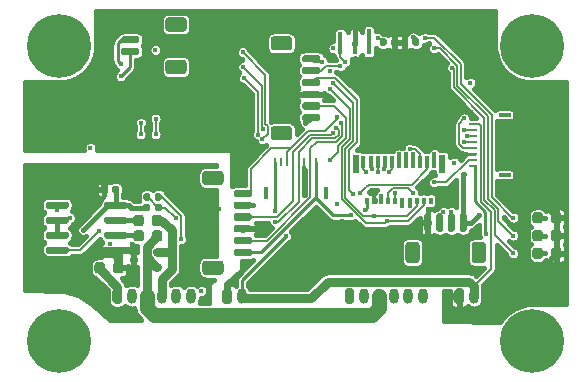
<source format=gbr>
G04 #@! TF.GenerationSoftware,KiCad,Pcbnew,(5.1.10)-1*
G04 #@! TF.CreationDate,2022-10-27T19:37:03-07:00*
G04 #@! TF.ProjectId,Motor_Gen2L,4d6f746f-725f-4476-956e-324c2e6b6963,rev?*
G04 #@! TF.SameCoordinates,Original*
G04 #@! TF.FileFunction,Copper,L1,Top*
G04 #@! TF.FilePolarity,Positive*
%FSLAX46Y46*%
G04 Gerber Fmt 4.6, Leading zero omitted, Abs format (unit mm)*
G04 Created by KiCad (PCBNEW (5.1.10)-1) date 2022-10-27 19:37:03*
%MOMM*%
%LPD*%
G01*
G04 APERTURE LIST*
G04 #@! TA.AperFunction,SMDPad,CuDef*
%ADD10R,0.700000X0.290000*%
G04 #@! TD*
G04 #@! TA.AperFunction,SMDPad,CuDef*
%ADD11R,1.000000X0.300000*%
G04 #@! TD*
G04 #@! TA.AperFunction,SMDPad,CuDef*
%ADD12R,0.290000X0.700000*%
G04 #@! TD*
G04 #@! TA.AperFunction,SMDPad,CuDef*
%ADD13R,0.300000X1.000000*%
G04 #@! TD*
G04 #@! TA.AperFunction,SMDPad,CuDef*
%ADD14R,0.400000X1.900000*%
G04 #@! TD*
G04 #@! TA.AperFunction,SMDPad,CuDef*
%ADD15R,0.520000X1.600000*%
G04 #@! TD*
G04 #@! TA.AperFunction,SMDPad,CuDef*
%ADD16R,0.300000X0.600000*%
G04 #@! TD*
G04 #@! TA.AperFunction,ComponentPad*
%ADD17O,0.800000X1.300000*%
G04 #@! TD*
G04 #@! TA.AperFunction,ComponentPad*
%ADD18C,0.800000*%
G04 #@! TD*
G04 #@! TA.AperFunction,ComponentPad*
%ADD19C,5.400000*%
G04 #@! TD*
G04 #@! TA.AperFunction,SMDPad,CuDef*
%ADD20R,0.700000X0.450000*%
G04 #@! TD*
G04 #@! TA.AperFunction,ViaPad*
%ADD21C,0.381000*%
G04 #@! TD*
G04 #@! TA.AperFunction,Conductor*
%ADD22C,0.152400*%
G04 #@! TD*
G04 #@! TA.AperFunction,Conductor*
%ADD23C,0.254000*%
G04 #@! TD*
G04 #@! TA.AperFunction,Conductor*
%ADD24C,0.381000*%
G04 #@! TD*
G04 #@! TA.AperFunction,Conductor*
%ADD25C,0.762000*%
G04 #@! TD*
G04 #@! TA.AperFunction,Conductor*
%ADD26C,1.270000*%
G04 #@! TD*
G04 #@! TA.AperFunction,Conductor*
%ADD27C,0.400000*%
G04 #@! TD*
G04 #@! TA.AperFunction,Conductor*
%ADD28C,0.100000*%
G04 #@! TD*
G04 APERTURE END LIST*
G04 #@! TA.AperFunction,SMDPad,CuDef*
G36*
G01*
X93650001Y-108300000D02*
X92349999Y-108300000D01*
G75*
G02*
X92100000Y-108050001I0J249999D01*
G01*
X92100000Y-107349999D01*
G75*
G02*
X92349999Y-107100000I249999J0D01*
G01*
X93650001Y-107100000D01*
G75*
G02*
X93900000Y-107349999I0J-249999D01*
G01*
X93900000Y-108050001D01*
G75*
G02*
X93650001Y-108300000I-249999J0D01*
G01*
G37*
G04 #@! TD.AperFunction*
G04 #@! TA.AperFunction,SMDPad,CuDef*
G36*
G01*
X93650001Y-115900000D02*
X92349999Y-115900000D01*
G75*
G02*
X92100000Y-115650001I0J249999D01*
G01*
X92100000Y-114949999D01*
G75*
G02*
X92349999Y-114700000I249999J0D01*
G01*
X93650001Y-114700000D01*
G75*
G02*
X93900000Y-114949999I0J-249999D01*
G01*
X93900000Y-115650001D01*
G75*
G02*
X93650001Y-115900000I-249999J0D01*
G01*
G37*
G04 #@! TD.AperFunction*
G04 #@! TA.AperFunction,SMDPad,CuDef*
G36*
G01*
X96150000Y-109300000D02*
X94900000Y-109300000D01*
G75*
G02*
X94750000Y-109150000I0J150000D01*
G01*
X94750000Y-108850000D01*
G75*
G02*
X94900000Y-108700000I150000J0D01*
G01*
X96150000Y-108700000D01*
G75*
G02*
X96300000Y-108850000I0J-150000D01*
G01*
X96300000Y-109150000D01*
G75*
G02*
X96150000Y-109300000I-150000J0D01*
G01*
G37*
G04 #@! TD.AperFunction*
G04 #@! TA.AperFunction,SMDPad,CuDef*
G36*
G01*
X96150000Y-110300000D02*
X94900000Y-110300000D01*
G75*
G02*
X94750000Y-110150000I0J150000D01*
G01*
X94750000Y-109850000D01*
G75*
G02*
X94900000Y-109700000I150000J0D01*
G01*
X96150000Y-109700000D01*
G75*
G02*
X96300000Y-109850000I0J-150000D01*
G01*
X96300000Y-110150000D01*
G75*
G02*
X96150000Y-110300000I-150000J0D01*
G01*
G37*
G04 #@! TD.AperFunction*
G04 #@! TA.AperFunction,SMDPad,CuDef*
G36*
G01*
X96150000Y-111300000D02*
X94900000Y-111300000D01*
G75*
G02*
X94750000Y-111150000I0J150000D01*
G01*
X94750000Y-110850000D01*
G75*
G02*
X94900000Y-110700000I150000J0D01*
G01*
X96150000Y-110700000D01*
G75*
G02*
X96300000Y-110850000I0J-150000D01*
G01*
X96300000Y-111150000D01*
G75*
G02*
X96150000Y-111300000I-150000J0D01*
G01*
G37*
G04 #@! TD.AperFunction*
G04 #@! TA.AperFunction,SMDPad,CuDef*
G36*
G01*
X96150000Y-112300000D02*
X94900000Y-112300000D01*
G75*
G02*
X94750000Y-112150000I0J150000D01*
G01*
X94750000Y-111850000D01*
G75*
G02*
X94900000Y-111700000I150000J0D01*
G01*
X96150000Y-111700000D01*
G75*
G02*
X96300000Y-111850000I0J-150000D01*
G01*
X96300000Y-112150000D01*
G75*
G02*
X96150000Y-112300000I-150000J0D01*
G01*
G37*
G04 #@! TD.AperFunction*
G04 #@! TA.AperFunction,SMDPad,CuDef*
G36*
G01*
X96150000Y-113300000D02*
X94900000Y-113300000D01*
G75*
G02*
X94750000Y-113150000I0J150000D01*
G01*
X94750000Y-112850000D01*
G75*
G02*
X94900000Y-112700000I150000J0D01*
G01*
X96150000Y-112700000D01*
G75*
G02*
X96300000Y-112850000I0J-150000D01*
G01*
X96300000Y-113150000D01*
G75*
G02*
X96150000Y-113300000I-150000J0D01*
G01*
G37*
G04 #@! TD.AperFunction*
G04 #@! TA.AperFunction,SMDPad,CuDef*
G36*
G01*
X96150000Y-114300000D02*
X94900000Y-114300000D01*
G75*
G02*
X94750000Y-114150000I0J150000D01*
G01*
X94750000Y-113850000D01*
G75*
G02*
X94900000Y-113700000I150000J0D01*
G01*
X96150000Y-113700000D01*
G75*
G02*
X96300000Y-113850000I0J-150000D01*
G01*
X96300000Y-114150000D01*
G75*
G02*
X96150000Y-114300000I-150000J0D01*
G01*
G37*
G04 #@! TD.AperFunction*
G04 #@! TA.AperFunction,SMDPad,CuDef*
G36*
G01*
X99450001Y-96900000D02*
X98149999Y-96900000D01*
G75*
G02*
X97900000Y-96650001I0J249999D01*
G01*
X97900000Y-95949999D01*
G75*
G02*
X98149999Y-95700000I249999J0D01*
G01*
X99450001Y-95700000D01*
G75*
G02*
X99700000Y-95949999I0J-249999D01*
G01*
X99700000Y-96650001D01*
G75*
G02*
X99450001Y-96900000I-249999J0D01*
G01*
G37*
G04 #@! TD.AperFunction*
G04 #@! TA.AperFunction,SMDPad,CuDef*
G36*
G01*
X99450001Y-104500000D02*
X98149999Y-104500000D01*
G75*
G02*
X97900000Y-104250001I0J249999D01*
G01*
X97900000Y-103549999D01*
G75*
G02*
X98149999Y-103300000I249999J0D01*
G01*
X99450001Y-103300000D01*
G75*
G02*
X99700000Y-103549999I0J-249999D01*
G01*
X99700000Y-104250001D01*
G75*
G02*
X99450001Y-104500000I-249999J0D01*
G01*
G37*
G04 #@! TD.AperFunction*
G04 #@! TA.AperFunction,SMDPad,CuDef*
G36*
G01*
X101950000Y-97900000D02*
X100700000Y-97900000D01*
G75*
G02*
X100550000Y-97750000I0J150000D01*
G01*
X100550000Y-97450000D01*
G75*
G02*
X100700000Y-97300000I150000J0D01*
G01*
X101950000Y-97300000D01*
G75*
G02*
X102100000Y-97450000I0J-150000D01*
G01*
X102100000Y-97750000D01*
G75*
G02*
X101950000Y-97900000I-150000J0D01*
G01*
G37*
G04 #@! TD.AperFunction*
G04 #@! TA.AperFunction,SMDPad,CuDef*
G36*
G01*
X101950000Y-98900000D02*
X100700000Y-98900000D01*
G75*
G02*
X100550000Y-98750000I0J150000D01*
G01*
X100550000Y-98450000D01*
G75*
G02*
X100700000Y-98300000I150000J0D01*
G01*
X101950000Y-98300000D01*
G75*
G02*
X102100000Y-98450000I0J-150000D01*
G01*
X102100000Y-98750000D01*
G75*
G02*
X101950000Y-98900000I-150000J0D01*
G01*
G37*
G04 #@! TD.AperFunction*
G04 #@! TA.AperFunction,SMDPad,CuDef*
G36*
G01*
X101950000Y-99900000D02*
X100700000Y-99900000D01*
G75*
G02*
X100550000Y-99750000I0J150000D01*
G01*
X100550000Y-99450000D01*
G75*
G02*
X100700000Y-99300000I150000J0D01*
G01*
X101950000Y-99300000D01*
G75*
G02*
X102100000Y-99450000I0J-150000D01*
G01*
X102100000Y-99750000D01*
G75*
G02*
X101950000Y-99900000I-150000J0D01*
G01*
G37*
G04 #@! TD.AperFunction*
G04 #@! TA.AperFunction,SMDPad,CuDef*
G36*
G01*
X101950000Y-100900000D02*
X100700000Y-100900000D01*
G75*
G02*
X100550000Y-100750000I0J150000D01*
G01*
X100550000Y-100450000D01*
G75*
G02*
X100700000Y-100300000I150000J0D01*
G01*
X101950000Y-100300000D01*
G75*
G02*
X102100000Y-100450000I0J-150000D01*
G01*
X102100000Y-100750000D01*
G75*
G02*
X101950000Y-100900000I-150000J0D01*
G01*
G37*
G04 #@! TD.AperFunction*
G04 #@! TA.AperFunction,SMDPad,CuDef*
G36*
G01*
X101950000Y-101900000D02*
X100700000Y-101900000D01*
G75*
G02*
X100550000Y-101750000I0J150000D01*
G01*
X100550000Y-101450000D01*
G75*
G02*
X100700000Y-101300000I150000J0D01*
G01*
X101950000Y-101300000D01*
G75*
G02*
X102100000Y-101450000I0J-150000D01*
G01*
X102100000Y-101750000D01*
G75*
G02*
X101950000Y-101900000I-150000J0D01*
G01*
G37*
G04 #@! TD.AperFunction*
G04 #@! TA.AperFunction,SMDPad,CuDef*
G36*
G01*
X101950000Y-102900000D02*
X100700000Y-102900000D01*
G75*
G02*
X100550000Y-102750000I0J150000D01*
G01*
X100550000Y-102450000D01*
G75*
G02*
X100700000Y-102300000I150000J0D01*
G01*
X101950000Y-102300000D01*
G75*
G02*
X102100000Y-102450000I0J-150000D01*
G01*
X102100000Y-102750000D01*
G75*
G02*
X101950000Y-102900000I-150000J0D01*
G01*
G37*
G04 #@! TD.AperFunction*
G04 #@! TA.AperFunction,SMDPad,CuDef*
G36*
G01*
X110500000Y-113349999D02*
X110500000Y-114650001D01*
G75*
G02*
X110250001Y-114900000I-249999J0D01*
G01*
X109549999Y-114900000D01*
G75*
G02*
X109300000Y-114650001I0J249999D01*
G01*
X109300000Y-113349999D01*
G75*
G02*
X109549999Y-113100000I249999J0D01*
G01*
X110250001Y-113100000D01*
G75*
G02*
X110500000Y-113349999I0J-249999D01*
G01*
G37*
G04 #@! TD.AperFunction*
G04 #@! TA.AperFunction,SMDPad,CuDef*
G36*
G01*
X116100000Y-113349999D02*
X116100000Y-114650001D01*
G75*
G02*
X115850001Y-114900000I-249999J0D01*
G01*
X115149999Y-114900000D01*
G75*
G02*
X114900000Y-114650001I0J249999D01*
G01*
X114900000Y-113349999D01*
G75*
G02*
X115149999Y-113100000I249999J0D01*
G01*
X115850001Y-113100000D01*
G75*
G02*
X116100000Y-113349999I0J-249999D01*
G01*
G37*
G04 #@! TD.AperFunction*
G04 #@! TA.AperFunction,SMDPad,CuDef*
G36*
G01*
X111500000Y-110850000D02*
X111500000Y-112100000D01*
G75*
G02*
X111350000Y-112250000I-150000J0D01*
G01*
X111050000Y-112250000D01*
G75*
G02*
X110900000Y-112100000I0J150000D01*
G01*
X110900000Y-110850000D01*
G75*
G02*
X111050000Y-110700000I150000J0D01*
G01*
X111350000Y-110700000D01*
G75*
G02*
X111500000Y-110850000I0J-150000D01*
G01*
G37*
G04 #@! TD.AperFunction*
G04 #@! TA.AperFunction,SMDPad,CuDef*
G36*
G01*
X112500000Y-110850000D02*
X112500000Y-112100000D01*
G75*
G02*
X112350000Y-112250000I-150000J0D01*
G01*
X112050000Y-112250000D01*
G75*
G02*
X111900000Y-112100000I0J150000D01*
G01*
X111900000Y-110850000D01*
G75*
G02*
X112050000Y-110700000I150000J0D01*
G01*
X112350000Y-110700000D01*
G75*
G02*
X112500000Y-110850000I0J-150000D01*
G01*
G37*
G04 #@! TD.AperFunction*
G04 #@! TA.AperFunction,SMDPad,CuDef*
G36*
G01*
X113500000Y-110850000D02*
X113500000Y-112100000D01*
G75*
G02*
X113350000Y-112250000I-150000J0D01*
G01*
X113050000Y-112250000D01*
G75*
G02*
X112900000Y-112100000I0J150000D01*
G01*
X112900000Y-110850000D01*
G75*
G02*
X113050000Y-110700000I150000J0D01*
G01*
X113350000Y-110700000D01*
G75*
G02*
X113500000Y-110850000I0J-150000D01*
G01*
G37*
G04 #@! TD.AperFunction*
G04 #@! TA.AperFunction,SMDPad,CuDef*
G36*
G01*
X114500000Y-110850000D02*
X114500000Y-112100000D01*
G75*
G02*
X114350000Y-112250000I-150000J0D01*
G01*
X114050000Y-112250000D01*
G75*
G02*
X113900000Y-112100000I0J150000D01*
G01*
X113900000Y-110850000D01*
G75*
G02*
X114050000Y-110700000I150000J0D01*
G01*
X114350000Y-110700000D01*
G75*
G02*
X114500000Y-110850000I0J-150000D01*
G01*
G37*
G04 #@! TD.AperFunction*
G04 #@! TA.AperFunction,SMDPad,CuDef*
G36*
G01*
X90525001Y-95300000D02*
X89224999Y-95300000D01*
G75*
G02*
X88975000Y-95050001I0J249999D01*
G01*
X88975000Y-94349999D01*
G75*
G02*
X89224999Y-94100000I249999J0D01*
G01*
X90525001Y-94100000D01*
G75*
G02*
X90775000Y-94349999I0J-249999D01*
G01*
X90775000Y-95050001D01*
G75*
G02*
X90525001Y-95300000I-249999J0D01*
G01*
G37*
G04 #@! TD.AperFunction*
G04 #@! TA.AperFunction,SMDPad,CuDef*
G36*
G01*
X90525001Y-98900000D02*
X89224999Y-98900000D01*
G75*
G02*
X88975000Y-98650001I0J249999D01*
G01*
X88975000Y-97949999D01*
G75*
G02*
X89224999Y-97700000I249999J0D01*
G01*
X90525001Y-97700000D01*
G75*
G02*
X90775000Y-97949999I0J-249999D01*
G01*
X90775000Y-98650001D01*
G75*
G02*
X90525001Y-98900000I-249999J0D01*
G01*
G37*
G04 #@! TD.AperFunction*
G04 #@! TA.AperFunction,SMDPad,CuDef*
G36*
G01*
X86625000Y-96300000D02*
X85375000Y-96300000D01*
G75*
G02*
X85225000Y-96150000I0J150000D01*
G01*
X85225000Y-95850000D01*
G75*
G02*
X85375000Y-95700000I150000J0D01*
G01*
X86625000Y-95700000D01*
G75*
G02*
X86775000Y-95850000I0J-150000D01*
G01*
X86775000Y-96150000D01*
G75*
G02*
X86625000Y-96300000I-150000J0D01*
G01*
G37*
G04 #@! TD.AperFunction*
G04 #@! TA.AperFunction,SMDPad,CuDef*
G36*
G01*
X86625000Y-97300000D02*
X85375000Y-97300000D01*
G75*
G02*
X85225000Y-97150000I0J150000D01*
G01*
X85225000Y-96850000D01*
G75*
G02*
X85375000Y-96700000I150000J0D01*
G01*
X86625000Y-96700000D01*
G75*
G02*
X86775000Y-96850000I0J-150000D01*
G01*
X86775000Y-97150000D01*
G75*
G02*
X86625000Y-97300000I-150000J0D01*
G01*
G37*
G04 #@! TD.AperFunction*
D10*
X115050000Y-103150000D03*
X115050000Y-103650000D03*
X115050000Y-104150000D03*
X115050000Y-104650000D03*
X115050000Y-105150000D03*
X115050000Y-105650000D03*
X115050000Y-106150000D03*
D11*
X117700000Y-102360000D03*
X117700000Y-107440000D03*
D10*
X115050000Y-106650000D03*
D12*
X101750000Y-106350000D03*
X101250000Y-106350000D03*
X100750000Y-106350000D03*
X100250000Y-106350000D03*
X99750000Y-106350000D03*
X99250000Y-106350000D03*
X98750000Y-106350000D03*
D13*
X102540000Y-109000000D03*
X97460000Y-109000000D03*
D12*
X98250000Y-106350000D03*
D14*
X106200000Y-96300000D03*
X105000000Y-96300000D03*
X103800000Y-96300000D03*
D15*
X105100000Y-106525000D03*
X112400000Y-106525000D03*
D16*
X106050000Y-109625000D03*
X106650000Y-109625000D03*
X107250000Y-109625000D03*
X107850000Y-109625000D03*
X108450000Y-109625000D03*
X109050000Y-109625000D03*
X109650000Y-109625000D03*
X110250000Y-109625000D03*
X110850000Y-109625000D03*
X111450000Y-109625000D03*
D13*
X105750000Y-106325000D03*
X106350000Y-106325000D03*
X106950000Y-106325000D03*
X107550000Y-106325000D03*
X108150000Y-106325000D03*
X108750000Y-106325000D03*
X109350000Y-106325000D03*
X109950000Y-106325000D03*
X110550000Y-106325000D03*
X111150000Y-106325000D03*
X111750000Y-106325000D03*
D17*
X95450000Y-117700000D03*
G04 #@! TA.AperFunction,ComponentPad*
G36*
G01*
X93800000Y-118150000D02*
X93800000Y-117250000D01*
G75*
G02*
X94000000Y-117050000I200000J0D01*
G01*
X94400000Y-117050000D01*
G75*
G02*
X94600000Y-117250000I0J-200000D01*
G01*
X94600000Y-118150000D01*
G75*
G02*
X94400000Y-118350000I-200000J0D01*
G01*
X94000000Y-118350000D01*
G75*
G02*
X93800000Y-118150000I0J200000D01*
G01*
G37*
G04 #@! TD.AperFunction*
X115100000Y-117700000D03*
G04 #@! TA.AperFunction,ComponentPad*
G36*
G01*
X113450000Y-118150000D02*
X113450000Y-117250000D01*
G75*
G02*
X113650000Y-117050000I200000J0D01*
G01*
X114050000Y-117050000D01*
G75*
G02*
X114250000Y-117250000I0J-200000D01*
G01*
X114250000Y-118150000D01*
G75*
G02*
X114050000Y-118350000I-200000J0D01*
G01*
X113650000Y-118350000D01*
G75*
G02*
X113450000Y-118150000I0J200000D01*
G01*
G37*
G04 #@! TD.AperFunction*
X91150000Y-117700000D03*
X89900000Y-117700000D03*
X88650000Y-117700000D03*
X87400000Y-117700000D03*
X86150000Y-117700000D03*
G04 #@! TA.AperFunction,ComponentPad*
G36*
G01*
X84500000Y-118150000D02*
X84500000Y-117250000D01*
G75*
G02*
X84700000Y-117050000I200000J0D01*
G01*
X85100000Y-117050000D01*
G75*
G02*
X85300000Y-117250000I0J-200000D01*
G01*
X85300000Y-118150000D01*
G75*
G02*
X85100000Y-118350000I-200000J0D01*
G01*
X84700000Y-118350000D01*
G75*
G02*
X84500000Y-118150000I0J200000D01*
G01*
G37*
G04 #@! TD.AperFunction*
X110800000Y-117700000D03*
X109550000Y-117700000D03*
X108300000Y-117700000D03*
X107050000Y-117700000D03*
X105800000Y-117700000D03*
G04 #@! TA.AperFunction,ComponentPad*
G36*
G01*
X104150000Y-118150000D02*
X104150000Y-117250000D01*
G75*
G02*
X104350000Y-117050000I200000J0D01*
G01*
X104750000Y-117050000D01*
G75*
G02*
X104950000Y-117250000I0J-200000D01*
G01*
X104950000Y-118150000D01*
G75*
G02*
X104750000Y-118350000I-200000J0D01*
G01*
X104350000Y-118350000D01*
G75*
G02*
X104150000Y-118150000I0J200000D01*
G01*
G37*
G04 #@! TD.AperFunction*
D18*
X121431891Y-120068109D03*
X120000000Y-119475000D03*
X118568109Y-120068109D03*
X117975000Y-121500000D03*
X118568109Y-122931891D03*
X120000000Y-123525000D03*
X121431891Y-122931891D03*
X122025000Y-121500000D03*
D19*
X120000000Y-121500000D03*
D18*
X81431891Y-120068109D03*
X80000000Y-119475000D03*
X78568109Y-120068109D03*
X77975000Y-121500000D03*
X78568109Y-122931891D03*
X80000000Y-123525000D03*
X81431891Y-122931891D03*
X82025000Y-121500000D03*
D19*
X80000000Y-121500000D03*
D18*
X81431891Y-95068109D03*
X80000000Y-94475000D03*
X78568109Y-95068109D03*
X77975000Y-96500000D03*
X78568109Y-97931891D03*
X80000000Y-98525000D03*
X81431891Y-97931891D03*
X82025000Y-96500000D03*
D19*
X80000000Y-96500000D03*
D18*
X121431891Y-95068109D03*
X120000000Y-94475000D03*
X118568109Y-95068109D03*
X117975000Y-96500000D03*
X118568109Y-97931891D03*
X120000000Y-98525000D03*
X121431891Y-97931891D03*
X122025000Y-96500000D03*
D19*
X120000000Y-96500000D03*
G04 #@! TA.AperFunction,SMDPad,CuDef*
G36*
G01*
X83800000Y-110145000D02*
X83800000Y-109845000D01*
G75*
G02*
X83950000Y-109695000I150000J0D01*
G01*
X85600000Y-109695000D01*
G75*
G02*
X85750000Y-109845000I0J-150000D01*
G01*
X85750000Y-110145000D01*
G75*
G02*
X85600000Y-110295000I-150000J0D01*
G01*
X83950000Y-110295000D01*
G75*
G02*
X83800000Y-110145000I0J150000D01*
G01*
G37*
G04 #@! TD.AperFunction*
G04 #@! TA.AperFunction,SMDPad,CuDef*
G36*
G01*
X83800000Y-111415000D02*
X83800000Y-111115000D01*
G75*
G02*
X83950000Y-110965000I150000J0D01*
G01*
X85600000Y-110965000D01*
G75*
G02*
X85750000Y-111115000I0J-150000D01*
G01*
X85750000Y-111415000D01*
G75*
G02*
X85600000Y-111565000I-150000J0D01*
G01*
X83950000Y-111565000D01*
G75*
G02*
X83800000Y-111415000I0J150000D01*
G01*
G37*
G04 #@! TD.AperFunction*
G04 #@! TA.AperFunction,SMDPad,CuDef*
G36*
G01*
X83800000Y-112685000D02*
X83800000Y-112385000D01*
G75*
G02*
X83950000Y-112235000I150000J0D01*
G01*
X85600000Y-112235000D01*
G75*
G02*
X85750000Y-112385000I0J-150000D01*
G01*
X85750000Y-112685000D01*
G75*
G02*
X85600000Y-112835000I-150000J0D01*
G01*
X83950000Y-112835000D01*
G75*
G02*
X83800000Y-112685000I0J150000D01*
G01*
G37*
G04 #@! TD.AperFunction*
G04 #@! TA.AperFunction,SMDPad,CuDef*
G36*
G01*
X83800000Y-113955000D02*
X83800000Y-113655000D01*
G75*
G02*
X83950000Y-113505000I150000J0D01*
G01*
X85600000Y-113505000D01*
G75*
G02*
X85750000Y-113655000I0J-150000D01*
G01*
X85750000Y-113955000D01*
G75*
G02*
X85600000Y-114105000I-150000J0D01*
G01*
X83950000Y-114105000D01*
G75*
G02*
X83800000Y-113955000I0J150000D01*
G01*
G37*
G04 #@! TD.AperFunction*
G04 #@! TA.AperFunction,SMDPad,CuDef*
G36*
G01*
X78850000Y-113955000D02*
X78850000Y-113655000D01*
G75*
G02*
X79000000Y-113505000I150000J0D01*
G01*
X80650000Y-113505000D01*
G75*
G02*
X80800000Y-113655000I0J-150000D01*
G01*
X80800000Y-113955000D01*
G75*
G02*
X80650000Y-114105000I-150000J0D01*
G01*
X79000000Y-114105000D01*
G75*
G02*
X78850000Y-113955000I0J150000D01*
G01*
G37*
G04 #@! TD.AperFunction*
G04 #@! TA.AperFunction,SMDPad,CuDef*
G36*
G01*
X78850000Y-112685000D02*
X78850000Y-112385000D01*
G75*
G02*
X79000000Y-112235000I150000J0D01*
G01*
X80650000Y-112235000D01*
G75*
G02*
X80800000Y-112385000I0J-150000D01*
G01*
X80800000Y-112685000D01*
G75*
G02*
X80650000Y-112835000I-150000J0D01*
G01*
X79000000Y-112835000D01*
G75*
G02*
X78850000Y-112685000I0J150000D01*
G01*
G37*
G04 #@! TD.AperFunction*
G04 #@! TA.AperFunction,SMDPad,CuDef*
G36*
G01*
X78850000Y-111415000D02*
X78850000Y-111115000D01*
G75*
G02*
X79000000Y-110965000I150000J0D01*
G01*
X80650000Y-110965000D01*
G75*
G02*
X80800000Y-111115000I0J-150000D01*
G01*
X80800000Y-111415000D01*
G75*
G02*
X80650000Y-111565000I-150000J0D01*
G01*
X79000000Y-111565000D01*
G75*
G02*
X78850000Y-111415000I0J150000D01*
G01*
G37*
G04 #@! TD.AperFunction*
G04 #@! TA.AperFunction,SMDPad,CuDef*
G36*
G01*
X78850000Y-110145000D02*
X78850000Y-109845000D01*
G75*
G02*
X79000000Y-109695000I150000J0D01*
G01*
X80650000Y-109695000D01*
G75*
G02*
X80800000Y-109845000I0J-150000D01*
G01*
X80800000Y-110145000D01*
G75*
G02*
X80650000Y-110295000I-150000J0D01*
G01*
X79000000Y-110295000D01*
G75*
G02*
X78850000Y-110145000I0J150000D01*
G01*
G37*
G04 #@! TD.AperFunction*
G04 #@! TA.AperFunction,SMDPad,CuDef*
G36*
G01*
X88090000Y-109472500D02*
X88090000Y-109127500D01*
G75*
G02*
X88237500Y-108980000I147500J0D01*
G01*
X88532500Y-108980000D01*
G75*
G02*
X88680000Y-109127500I0J-147500D01*
G01*
X88680000Y-109472500D01*
G75*
G02*
X88532500Y-109620000I-147500J0D01*
G01*
X88237500Y-109620000D01*
G75*
G02*
X88090000Y-109472500I0J147500D01*
G01*
G37*
G04 #@! TD.AperFunction*
G04 #@! TA.AperFunction,SMDPad,CuDef*
G36*
G01*
X87120000Y-109472500D02*
X87120000Y-109127500D01*
G75*
G02*
X87267500Y-108980000I147500J0D01*
G01*
X87562500Y-108980000D01*
G75*
G02*
X87710000Y-109127500I0J-147500D01*
G01*
X87710000Y-109472500D01*
G75*
G02*
X87562500Y-109620000I-147500J0D01*
G01*
X87267500Y-109620000D01*
G75*
G02*
X87120000Y-109472500I0J147500D01*
G01*
G37*
G04 #@! TD.AperFunction*
G04 #@! TA.AperFunction,SMDPad,CuDef*
G36*
G01*
X88090000Y-110372500D02*
X88090000Y-110027500D01*
G75*
G02*
X88237500Y-109880000I147500J0D01*
G01*
X88532500Y-109880000D01*
G75*
G02*
X88680000Y-110027500I0J-147500D01*
G01*
X88680000Y-110372500D01*
G75*
G02*
X88532500Y-110520000I-147500J0D01*
G01*
X88237500Y-110520000D01*
G75*
G02*
X88090000Y-110372500I0J147500D01*
G01*
G37*
G04 #@! TD.AperFunction*
G04 #@! TA.AperFunction,SMDPad,CuDef*
G36*
G01*
X87120000Y-110372500D02*
X87120000Y-110027500D01*
G75*
G02*
X87267500Y-109880000I147500J0D01*
G01*
X87562500Y-109880000D01*
G75*
G02*
X87710000Y-110027500I0J-147500D01*
G01*
X87710000Y-110372500D01*
G75*
G02*
X87562500Y-110520000I-147500J0D01*
G01*
X87267500Y-110520000D01*
G75*
G02*
X87120000Y-110372500I0J147500D01*
G01*
G37*
G04 #@! TD.AperFunction*
G04 #@! TA.AperFunction,SMDPad,CuDef*
G36*
G01*
X87150000Y-112343750D02*
X87150000Y-112856250D01*
G75*
G02*
X86931250Y-113075000I-218750J0D01*
G01*
X86493750Y-113075000D01*
G75*
G02*
X86275000Y-112856250I0J218750D01*
G01*
X86275000Y-112343750D01*
G75*
G02*
X86493750Y-112125000I218750J0D01*
G01*
X86931250Y-112125000D01*
G75*
G02*
X87150000Y-112343750I0J-218750D01*
G01*
G37*
G04 #@! TD.AperFunction*
G04 #@! TA.AperFunction,SMDPad,CuDef*
G36*
G01*
X88725000Y-112343750D02*
X88725000Y-112856250D01*
G75*
G02*
X88506250Y-113075000I-218750J0D01*
G01*
X88068750Y-113075000D01*
G75*
G02*
X87850000Y-112856250I0J218750D01*
G01*
X87850000Y-112343750D01*
G75*
G02*
X88068750Y-112125000I218750J0D01*
G01*
X88506250Y-112125000D01*
G75*
G02*
X88725000Y-112343750I0J-218750D01*
G01*
G37*
G04 #@! TD.AperFunction*
G04 #@! TA.AperFunction,SMDPad,CuDef*
G36*
G01*
X87150000Y-111043750D02*
X87150000Y-111556250D01*
G75*
G02*
X86931250Y-111775000I-218750J0D01*
G01*
X86493750Y-111775000D01*
G75*
G02*
X86275000Y-111556250I0J218750D01*
G01*
X86275000Y-111043750D01*
G75*
G02*
X86493750Y-110825000I218750J0D01*
G01*
X86931250Y-110825000D01*
G75*
G02*
X87150000Y-111043750I0J-218750D01*
G01*
G37*
G04 #@! TD.AperFunction*
G04 #@! TA.AperFunction,SMDPad,CuDef*
G36*
G01*
X88725000Y-111043750D02*
X88725000Y-111556250D01*
G75*
G02*
X88506250Y-111775000I-218750J0D01*
G01*
X88068750Y-111775000D01*
G75*
G02*
X87850000Y-111556250I0J218750D01*
G01*
X87850000Y-111043750D01*
G75*
G02*
X88068750Y-110825000I218750J0D01*
G01*
X88506250Y-110825000D01*
G75*
G02*
X88725000Y-111043750I0J-218750D01*
G01*
G37*
G04 #@! TD.AperFunction*
G04 #@! TA.AperFunction,SMDPad,CuDef*
G36*
G01*
X85425000Y-115043750D02*
X85425000Y-115556250D01*
G75*
G02*
X85206250Y-115775000I-218750J0D01*
G01*
X84768750Y-115775000D01*
G75*
G02*
X84550000Y-115556250I0J218750D01*
G01*
X84550000Y-115043750D01*
G75*
G02*
X84768750Y-114825000I218750J0D01*
G01*
X85206250Y-114825000D01*
G75*
G02*
X85425000Y-115043750I0J-218750D01*
G01*
G37*
G04 #@! TD.AperFunction*
G04 #@! TA.AperFunction,SMDPad,CuDef*
G36*
G01*
X83850000Y-115043750D02*
X83850000Y-115556250D01*
G75*
G02*
X83631250Y-115775000I-218750J0D01*
G01*
X83193750Y-115775000D01*
G75*
G02*
X82975000Y-115556250I0J218750D01*
G01*
X82975000Y-115043750D01*
G75*
G02*
X83193750Y-114825000I218750J0D01*
G01*
X83631250Y-114825000D01*
G75*
G02*
X83850000Y-115043750I0J-218750D01*
G01*
G37*
G04 #@! TD.AperFunction*
D20*
X86300000Y-114600000D03*
X88300000Y-113950000D03*
X88300000Y-115250000D03*
G04 #@! TA.AperFunction,SMDPad,CuDef*
G36*
G01*
X120925000Y-113817150D02*
X120925000Y-114329650D01*
G75*
G02*
X120706250Y-114548400I-218750J0D01*
G01*
X120268750Y-114548400D01*
G75*
G02*
X120050000Y-114329650I0J218750D01*
G01*
X120050000Y-113817150D01*
G75*
G02*
X120268750Y-113598400I218750J0D01*
G01*
X120706250Y-113598400D01*
G75*
G02*
X120925000Y-113817150I0J-218750D01*
G01*
G37*
G04 #@! TD.AperFunction*
G04 #@! TA.AperFunction,SMDPad,CuDef*
G36*
G01*
X122500000Y-113817150D02*
X122500000Y-114329650D01*
G75*
G02*
X122281250Y-114548400I-218750J0D01*
G01*
X121843750Y-114548400D01*
G75*
G02*
X121625000Y-114329650I0J218750D01*
G01*
X121625000Y-113817150D01*
G75*
G02*
X121843750Y-113598400I218750J0D01*
G01*
X122281250Y-113598400D01*
G75*
G02*
X122500000Y-113817150I0J-218750D01*
G01*
G37*
G04 #@! TD.AperFunction*
G04 #@! TA.AperFunction,SMDPad,CuDef*
G36*
G01*
X120925000Y-112317150D02*
X120925000Y-112829650D01*
G75*
G02*
X120706250Y-113048400I-218750J0D01*
G01*
X120268750Y-113048400D01*
G75*
G02*
X120050000Y-112829650I0J218750D01*
G01*
X120050000Y-112317150D01*
G75*
G02*
X120268750Y-112098400I218750J0D01*
G01*
X120706250Y-112098400D01*
G75*
G02*
X120925000Y-112317150I0J-218750D01*
G01*
G37*
G04 #@! TD.AperFunction*
G04 #@! TA.AperFunction,SMDPad,CuDef*
G36*
G01*
X122500000Y-112317150D02*
X122500000Y-112829650D01*
G75*
G02*
X122281250Y-113048400I-218750J0D01*
G01*
X121843750Y-113048400D01*
G75*
G02*
X121625000Y-112829650I0J218750D01*
G01*
X121625000Y-112317150D01*
G75*
G02*
X121843750Y-112098400I218750J0D01*
G01*
X122281250Y-112098400D01*
G75*
G02*
X122500000Y-112317150I0J-218750D01*
G01*
G37*
G04 #@! TD.AperFunction*
G04 #@! TA.AperFunction,SMDPad,CuDef*
G36*
G01*
X120925000Y-110817150D02*
X120925000Y-111329650D01*
G75*
G02*
X120706250Y-111548400I-218750J0D01*
G01*
X120268750Y-111548400D01*
G75*
G02*
X120050000Y-111329650I0J218750D01*
G01*
X120050000Y-110817150D01*
G75*
G02*
X120268750Y-110598400I218750J0D01*
G01*
X120706250Y-110598400D01*
G75*
G02*
X120925000Y-110817150I0J-218750D01*
G01*
G37*
G04 #@! TD.AperFunction*
G04 #@! TA.AperFunction,SMDPad,CuDef*
G36*
G01*
X122500000Y-110817150D02*
X122500000Y-111329650D01*
G75*
G02*
X122281250Y-111548400I-218750J0D01*
G01*
X121843750Y-111548400D01*
G75*
G02*
X121625000Y-111329650I0J218750D01*
G01*
X121625000Y-110817150D01*
G75*
G02*
X121843750Y-110598400I218750J0D01*
G01*
X122281250Y-110598400D01*
G75*
G02*
X122500000Y-110817150I0J-218750D01*
G01*
G37*
G04 #@! TD.AperFunction*
G04 #@! TA.AperFunction,SMDPad,CuDef*
G36*
G01*
X84085000Y-108527500D02*
X84085000Y-108872500D01*
G75*
G02*
X83937500Y-109020000I-147500J0D01*
G01*
X83642500Y-109020000D01*
G75*
G02*
X83495000Y-108872500I0J147500D01*
G01*
X83495000Y-108527500D01*
G75*
G02*
X83642500Y-108380000I147500J0D01*
G01*
X83937500Y-108380000D01*
G75*
G02*
X84085000Y-108527500I0J-147500D01*
G01*
G37*
G04 #@! TD.AperFunction*
G04 #@! TA.AperFunction,SMDPad,CuDef*
G36*
G01*
X85055000Y-108527500D02*
X85055000Y-108872500D01*
G75*
G02*
X84907500Y-109020000I-147500J0D01*
G01*
X84612500Y-109020000D01*
G75*
G02*
X84465000Y-108872500I0J147500D01*
G01*
X84465000Y-108527500D01*
G75*
G02*
X84612500Y-108380000I147500J0D01*
G01*
X84907500Y-108380000D01*
G75*
G02*
X85055000Y-108527500I0J-147500D01*
G01*
G37*
G04 #@! TD.AperFunction*
G04 #@! TA.AperFunction,SMDPad,CuDef*
G36*
G01*
X108090000Y-96372500D02*
X108090000Y-96027500D01*
G75*
G02*
X108237500Y-95880000I147500J0D01*
G01*
X108532500Y-95880000D01*
G75*
G02*
X108680000Y-96027500I0J-147500D01*
G01*
X108680000Y-96372500D01*
G75*
G02*
X108532500Y-96520000I-147500J0D01*
G01*
X108237500Y-96520000D01*
G75*
G02*
X108090000Y-96372500I0J147500D01*
G01*
G37*
G04 #@! TD.AperFunction*
G04 #@! TA.AperFunction,SMDPad,CuDef*
G36*
G01*
X107120000Y-96372500D02*
X107120000Y-96027500D01*
G75*
G02*
X107267500Y-95880000I147500J0D01*
G01*
X107562500Y-95880000D01*
G75*
G02*
X107710000Y-96027500I0J-147500D01*
G01*
X107710000Y-96372500D01*
G75*
G02*
X107562500Y-96520000I-147500J0D01*
G01*
X107267500Y-96520000D01*
G75*
G02*
X107120000Y-96372500I0J147500D01*
G01*
G37*
G04 #@! TD.AperFunction*
G04 #@! TA.AperFunction,SMDPad,CuDef*
G36*
G01*
X109510000Y-96027500D02*
X109510000Y-96372500D01*
G75*
G02*
X109362500Y-96520000I-147500J0D01*
G01*
X109067500Y-96520000D01*
G75*
G02*
X108920000Y-96372500I0J147500D01*
G01*
X108920000Y-96027500D01*
G75*
G02*
X109067500Y-95880000I147500J0D01*
G01*
X109362500Y-95880000D01*
G75*
G02*
X109510000Y-96027500I0J-147500D01*
G01*
G37*
G04 #@! TD.AperFunction*
G04 #@! TA.AperFunction,SMDPad,CuDef*
G36*
G01*
X110480000Y-96027500D02*
X110480000Y-96372500D01*
G75*
G02*
X110332500Y-96520000I-147500J0D01*
G01*
X110037500Y-96520000D01*
G75*
G02*
X109890000Y-96372500I0J147500D01*
G01*
X109890000Y-96027500D01*
G75*
G02*
X110037500Y-95880000I147500J0D01*
G01*
X110332500Y-95880000D01*
G75*
G02*
X110480000Y-96027500I0J-147500D01*
G01*
G37*
G04 #@! TD.AperFunction*
D21*
X107250000Y-109200000D03*
X104688108Y-110861888D03*
X106650000Y-109200000D03*
X114400000Y-105650000D03*
X114875000Y-98650000D03*
X114875000Y-102125000D03*
X101500000Y-96300000D03*
X100100000Y-99175000D03*
X100750000Y-106825000D03*
X113375000Y-108275000D03*
X80000000Y-102700000D03*
X82000000Y-102700000D03*
X84500000Y-103200000D03*
X112500000Y-99150000D03*
X109450000Y-97625000D03*
X121600000Y-110600000D03*
X103900000Y-111331798D03*
X96425000Y-112000000D03*
X111200000Y-112350000D03*
X111200000Y-110350000D03*
X87700000Y-95600000D03*
X85200000Y-100100000D03*
X88475000Y-100525000D03*
X115925000Y-117825000D03*
X112800000Y-119600000D03*
X105000000Y-95250000D03*
X108375000Y-95500000D03*
X96300000Y-114700000D03*
X95500000Y-107900000D03*
X97200000Y-105200000D03*
X78700000Y-105000000D03*
X82800000Y-100000000D03*
X91950000Y-104000000D03*
X94950000Y-101925000D03*
X92000000Y-95550000D03*
X96875000Y-95550000D03*
X100000000Y-102850000D03*
X97975000Y-102825000D03*
X114700000Y-95675000D03*
X105750000Y-102700000D03*
X104175000Y-98900000D03*
X112075000Y-102900000D03*
X118575000Y-100625000D03*
X118725000Y-109750000D03*
X121600000Y-105825000D03*
X120300000Y-116200000D03*
X115325000Y-115475000D03*
X107800000Y-115500000D03*
X100925000Y-116925000D03*
X96275000Y-116875000D03*
X101700000Y-110275000D03*
X100750000Y-109100000D03*
X97925000Y-111950000D03*
X114750000Y-97400000D03*
X100825000Y-103069100D03*
X103475000Y-109900000D03*
X115525000Y-110800000D03*
X105875000Y-110400000D03*
X114225000Y-107325000D03*
X113425000Y-106400000D03*
X114800000Y-99650000D03*
X102875000Y-98650000D03*
X109950000Y-95775000D03*
X82625000Y-105150000D03*
X88137500Y-96862500D03*
X103200000Y-96725000D03*
X103800000Y-98225000D03*
X106950000Y-95825000D03*
X85200000Y-98075000D03*
X85200000Y-99100000D03*
X84725000Y-114200000D03*
X82025000Y-114275000D03*
X83900000Y-114250000D03*
X83775000Y-109175000D03*
X82000000Y-109300000D03*
X80000000Y-109300000D03*
X81150000Y-114275000D03*
X84325000Y-113300000D03*
X86175000Y-113325000D03*
X83850000Y-117775000D03*
X79500000Y-115100000D03*
X78300000Y-109200000D03*
X89300000Y-109200000D03*
X93250000Y-109375000D03*
X93550000Y-110350000D03*
X92925000Y-112225000D03*
X91300000Y-114450000D03*
X86100000Y-119400000D03*
X121100000Y-112575000D03*
X121100000Y-114075000D03*
X102925000Y-106150000D03*
X104875000Y-109075000D03*
X102250000Y-97850000D03*
X113200000Y-110575000D03*
X112500000Y-110575004D03*
X110950000Y-95825000D03*
X118450000Y-111050000D03*
X111725000Y-96725000D03*
X118425000Y-112575000D03*
X113250000Y-98375000D03*
X118425000Y-114075000D03*
X103500000Y-102500000D03*
X103825000Y-103025000D03*
X103450000Y-103425000D03*
X96425000Y-110000000D03*
X98264950Y-111419110D03*
X103150000Y-103900000D03*
X97228307Y-103586788D03*
X95550000Y-98300000D03*
X86875000Y-104000000D03*
X86900000Y-103025000D03*
X88150000Y-104000000D03*
X88150000Y-102675000D03*
X114275000Y-102650000D03*
X114500000Y-104150000D03*
X111725000Y-108075000D03*
X114275000Y-104650000D03*
X98250000Y-110475000D03*
X99175000Y-112625000D03*
X82000000Y-112100000D03*
X121100000Y-111075000D03*
X89850000Y-111125000D03*
X92025000Y-117250000D03*
X90300000Y-112900000D03*
X106200000Y-95225000D03*
X104225000Y-97850000D03*
X80925000Y-111075002D03*
X83375000Y-112205890D03*
X79810186Y-110399765D03*
X116125000Y-112400000D03*
X114275000Y-103650000D03*
X111750000Y-105675000D03*
X109950000Y-108950000D03*
X108450000Y-108975000D03*
X109050000Y-110050000D03*
X109650000Y-110050000D03*
X103150000Y-99650000D03*
X106625000Y-110950000D03*
X102900000Y-100150000D03*
X107725000Y-111350000D03*
X105950000Y-107175000D03*
X106450000Y-106925000D03*
X106950000Y-107175000D03*
X107450000Y-106925000D03*
X107950000Y-107175000D03*
X108750000Y-105700000D03*
X109350000Y-105700000D03*
X97200000Y-104425000D03*
X95525000Y-97050000D03*
X109950000Y-105700000D03*
X109650000Y-105225000D03*
X96836059Y-104035032D03*
X95625000Y-99250000D03*
X105450000Y-108975000D03*
D22*
X107250000Y-109625000D02*
X107250000Y-109200000D01*
D23*
X103208966Y-110861888D02*
X104688108Y-110861888D01*
X101750000Y-109402922D02*
X103208966Y-110861888D01*
X101750000Y-108125000D02*
X101750000Y-109402922D01*
X95525000Y-114000000D02*
X97077909Y-114000000D01*
X97077909Y-114000000D02*
X101750000Y-109327909D01*
X101750000Y-109327909D02*
X101750000Y-108125000D01*
X101750000Y-108125000D02*
X101750000Y-106350000D01*
X115150000Y-105650000D02*
X114400000Y-105650000D01*
D24*
X122062500Y-114073400D02*
X122062500Y-112573400D01*
X122062500Y-112573400D02*
X122062500Y-111073400D01*
D22*
X100750000Y-106100000D02*
X100750000Y-106825000D01*
X106650000Y-109625000D02*
X106650000Y-109200000D01*
D24*
X122062500Y-111062500D02*
X121600000Y-110600000D01*
X122062500Y-111073400D02*
X122062500Y-111062500D01*
X101325000Y-100600000D02*
X100125000Y-100600000D01*
X100100000Y-100575000D02*
X100100000Y-99175000D01*
X100125000Y-100600000D02*
X100100000Y-100575000D01*
X95525000Y-112000000D02*
X96425000Y-112000000D01*
D23*
X111200000Y-111475000D02*
X111200000Y-112350000D01*
D24*
X111200000Y-111475000D02*
X111200000Y-110350000D01*
X122062500Y-111073400D02*
X122062500Y-110562500D01*
X122062500Y-110562500D02*
X121750000Y-110250000D01*
X122062500Y-114073400D02*
X121185900Y-114950000D01*
X121185900Y-114950000D02*
X120250000Y-114950000D01*
X109215000Y-96200000D02*
X108385000Y-96200000D01*
X105000000Y-96300000D02*
X105000000Y-95250000D01*
D23*
X108385000Y-95510000D02*
X108375000Y-95500000D01*
X108385000Y-96200000D02*
X108385000Y-95510000D01*
D24*
X113375000Y-108767222D02*
X113375000Y-108275000D01*
X111792222Y-110350000D02*
X113375000Y-108767222D01*
X111200000Y-110350000D02*
X111792222Y-110350000D01*
X101294100Y-102600000D02*
X100825000Y-103069100D01*
X101325000Y-102600000D02*
X101294100Y-102600000D01*
X114200000Y-107350000D02*
X114225000Y-107325000D01*
X114200000Y-111475000D02*
X114200000Y-107350000D01*
X114850000Y-111475000D02*
X115525000Y-110800000D01*
X114200000Y-111475000D02*
X114850000Y-111475000D01*
D23*
X106050000Y-110225000D02*
X105875000Y-110400000D01*
X106050000Y-109625000D02*
X106050000Y-110225000D01*
D24*
X110185000Y-96010000D02*
X109950000Y-95775000D01*
X110185000Y-96200000D02*
X110185000Y-96010000D01*
D22*
X102550000Y-98225000D02*
X103800000Y-98225000D01*
X102175000Y-98600000D02*
X102550000Y-98225000D01*
X101325000Y-98600000D02*
X102175000Y-98600000D01*
X107040000Y-95825000D02*
X107415000Y-96200000D01*
X106950000Y-95825000D02*
X107040000Y-95825000D01*
D23*
X84945590Y-97820590D02*
X85200000Y-98075000D01*
X84945590Y-96279410D02*
X84945590Y-97820590D01*
X85225000Y-96000000D02*
X84945590Y-96279410D01*
X86000000Y-96000000D02*
X85225000Y-96000000D01*
X86000000Y-98300000D02*
X85200000Y-99100000D01*
X86000000Y-97000000D02*
X86000000Y-98300000D01*
D24*
X84725000Y-113855000D02*
X84775000Y-113805000D01*
X84725000Y-114200000D02*
X84725000Y-113855000D01*
X84775000Y-113805000D02*
X85930000Y-113805000D01*
X86300000Y-114175000D02*
X86300000Y-114600000D01*
X85930000Y-113805000D02*
X86300000Y-114175000D01*
X84675000Y-114250000D02*
X84725000Y-114200000D01*
X83900000Y-114250000D02*
X84675000Y-114250000D01*
X83790000Y-109160000D02*
X83775000Y-109175000D01*
X83790000Y-108700000D02*
X83790000Y-109160000D01*
X82050000Y-114250000D02*
X82025000Y-114275000D01*
X83900000Y-114250000D02*
X82050000Y-114250000D01*
X86300000Y-113450000D02*
X86175000Y-113325000D01*
X86300000Y-114600000D02*
X86300000Y-113450000D01*
D25*
X84987500Y-115300000D02*
X84987500Y-114112500D01*
D24*
X78500000Y-114152082D02*
X78400000Y-113600000D01*
X78847918Y-114500000D02*
X78500000Y-114152082D01*
X80925000Y-114500000D02*
X78847918Y-114500000D01*
X81150000Y-114275000D02*
X80925000Y-114500000D01*
X121098400Y-112573400D02*
X121100000Y-112575000D01*
X120487500Y-112573400D02*
X121098400Y-112573400D01*
X120489100Y-114075000D02*
X120487500Y-114073400D01*
X121100000Y-114075000D02*
X120489100Y-114075000D01*
D25*
X88287500Y-112630820D02*
X88287500Y-112600000D01*
X87385590Y-114410590D02*
X87385590Y-113532730D01*
X87385590Y-113532730D02*
X88287500Y-112630820D01*
X88225000Y-115250000D02*
X87385590Y-114410590D01*
X88300000Y-115250000D02*
X88225000Y-115250000D01*
X87400000Y-114425000D02*
X87385590Y-114410590D01*
X87400000Y-117700000D02*
X87400000Y-114425000D01*
D26*
X107050000Y-118700000D02*
X107050000Y-117700000D01*
X106450000Y-119300000D02*
X107050000Y-118700000D01*
X88000000Y-119300000D02*
X106450000Y-119300000D01*
X87400000Y-118700000D02*
X88000000Y-119300000D01*
X87400000Y-117700000D02*
X87400000Y-118700000D01*
D25*
X88725000Y-111300000D02*
X89550000Y-112125000D01*
X88287500Y-111300000D02*
X88725000Y-111300000D01*
X89450000Y-113950000D02*
X89550000Y-113850000D01*
X88300000Y-113950000D02*
X89450000Y-113950000D01*
X89550000Y-112125000D02*
X89550000Y-113850000D01*
X89550000Y-115388000D02*
X89550000Y-113850000D01*
X88650000Y-116288000D02*
X89550000Y-115388000D01*
X88650000Y-117700000D02*
X88650000Y-116288000D01*
D22*
X103225000Y-101600000D02*
X104254810Y-102629810D01*
X101325000Y-101600000D02*
X103225000Y-101600000D01*
X104254809Y-104277593D02*
X103572783Y-104959619D01*
X104254810Y-102629810D02*
X104254809Y-104277593D01*
X103572783Y-105502217D02*
X102925000Y-106150000D01*
X103572783Y-104959619D02*
X103572783Y-105502217D01*
X101625000Y-99300000D02*
X101325000Y-99600000D01*
X105184622Y-101064352D02*
X103351169Y-99230899D01*
X104509621Y-105365379D02*
X105184622Y-104690378D01*
X104509621Y-108709621D02*
X104509621Y-105365379D01*
X104875000Y-109075000D02*
X104509621Y-108709621D01*
X103351169Y-99230899D02*
X101694101Y-99230899D01*
X105184622Y-104690378D02*
X105184622Y-101064352D01*
X101694101Y-99230899D02*
X101625000Y-99300000D01*
X101575000Y-97850000D02*
X101325000Y-97600000D01*
X102250000Y-97850000D02*
X101575000Y-97850000D01*
X113200000Y-110575000D02*
X113200000Y-111475000D01*
X112200000Y-110875004D02*
X112500000Y-110575004D01*
X112200000Y-111475000D02*
X112200000Y-110875004D01*
X110950000Y-95825000D02*
X111751336Y-95825000D01*
X111751336Y-95825000D02*
X113984620Y-98058284D01*
X113984620Y-98058284D02*
X113984620Y-99752218D01*
X113984620Y-99752218D02*
X116589430Y-102357028D01*
X118321106Y-111050000D02*
X118450000Y-111050000D01*
X116589430Y-109318324D02*
X118321106Y-111050000D01*
X116589430Y-102357028D02*
X116589430Y-109318324D01*
X112220270Y-96725000D02*
X113679810Y-98184540D01*
X111725000Y-96725000D02*
X112220270Y-96725000D01*
X113679810Y-99878474D02*
X116284620Y-102483284D01*
X113679810Y-98184540D02*
X113679810Y-99878474D01*
X116284620Y-109444580D02*
X117153721Y-110313681D01*
X116284620Y-102483284D02*
X116284620Y-109444580D01*
X117153721Y-111303721D02*
X118425000Y-112575000D01*
X117153721Y-110313681D02*
X117153721Y-111303721D01*
X116848911Y-112498911D02*
X118425000Y-114075000D01*
X116848911Y-110439937D02*
X116848911Y-112498911D01*
X115979810Y-109570836D02*
X116848911Y-110439937D01*
X115979810Y-102609540D02*
X115979810Y-109570836D01*
X113375000Y-100004730D02*
X115979810Y-102609540D01*
X113375000Y-98375000D02*
X113375000Y-100004730D01*
X113250000Y-98375000D02*
X113375000Y-98375000D01*
X99250000Y-105525000D02*
X99250000Y-106100000D01*
X102475000Y-103725000D02*
X101050000Y-103725000D01*
X103475000Y-102725000D02*
X102475000Y-103725000D01*
X103475000Y-102525000D02*
X103475000Y-102725000D01*
X103500000Y-102500000D02*
X103475000Y-102525000D01*
X101050000Y-103725000D02*
X99662500Y-105112500D01*
X99662500Y-105112500D02*
X99250000Y-105525000D01*
X95925000Y-109000000D02*
X95525000Y-109000000D01*
X96200000Y-108725000D02*
X95925000Y-109000000D01*
X96200000Y-106925000D02*
X96200000Y-108725000D01*
X97925000Y-105200000D02*
X96200000Y-106925000D01*
X99575000Y-105200000D02*
X97925000Y-105200000D01*
X99662500Y-105112500D02*
X99575000Y-105200000D01*
X103925000Y-103125000D02*
X103950000Y-103150000D01*
X103825000Y-103025000D02*
X103950000Y-103150000D01*
X101795190Y-104654810D02*
X101250000Y-105200000D01*
X103446526Y-104654810D02*
X101795190Y-104654810D01*
X103950000Y-104151336D02*
X103446526Y-104654810D01*
X101250000Y-105200000D02*
X101250000Y-106100000D01*
X103950000Y-103150000D02*
X103950000Y-104151336D01*
X97575000Y-113000000D02*
X95525000Y-113000000D01*
X101250000Y-109325000D02*
X97575000Y-113000000D01*
X101250000Y-106100000D02*
X101250000Y-109325000D01*
X100250000Y-105500000D02*
X100250000Y-106100000D01*
X101400000Y-104350000D02*
X100250000Y-105500000D01*
X103640499Y-104029771D02*
X103320270Y-104350000D01*
X103640499Y-103615499D02*
X103640499Y-104029771D01*
X103320270Y-104350000D02*
X101400000Y-104350000D01*
X103450000Y-103425000D02*
X103640499Y-103615499D01*
D24*
X95525000Y-110000000D02*
X96425000Y-110000000D01*
D22*
X100250000Y-106100000D02*
X100250000Y-109703467D01*
X98534357Y-111419110D02*
X98264950Y-111419110D01*
X100250000Y-109703467D02*
X98534357Y-111419110D01*
X99750000Y-105500000D02*
X99750000Y-106100000D01*
X101220189Y-104029811D02*
X99750000Y-105500000D01*
X103020189Y-104029811D02*
X101220189Y-104029811D01*
X103150000Y-103900000D02*
X103020189Y-104029811D01*
X98400000Y-111000000D02*
X95525000Y-111000000D01*
X99750000Y-106100000D02*
X99750000Y-109650000D01*
X99750000Y-109650000D02*
X98400000Y-111000000D01*
X97125000Y-103483481D02*
X97228307Y-103586788D01*
X97125000Y-99875000D02*
X97125000Y-100225000D01*
X95550000Y-98300000D02*
X97125000Y-99875000D01*
X97125000Y-100225000D02*
X97125000Y-103483481D01*
X86875000Y-103050000D02*
X86900000Y-103025000D01*
X86875000Y-104000000D02*
X86875000Y-103050000D01*
X88150000Y-104000000D02*
X88150000Y-102675000D01*
X114154730Y-105150000D02*
X113825000Y-104820270D01*
X115150000Y-105150000D02*
X114154730Y-105150000D01*
X113825000Y-103100000D02*
X114275000Y-102650000D01*
X113825000Y-104820270D02*
X113825000Y-103100000D01*
X114500000Y-104150000D02*
X115150000Y-104150000D01*
X114650000Y-106150000D02*
X115150000Y-106150000D01*
X112725000Y-108075000D02*
X114650000Y-106150000D01*
X111725000Y-108075000D02*
X112725000Y-108075000D01*
X114275000Y-104650000D02*
X115150000Y-104650000D01*
D23*
X95450000Y-117700000D02*
X95450000Y-116350000D01*
X95450000Y-116350000D02*
X96050000Y-115750000D01*
X99175000Y-112625000D02*
X96050000Y-115750000D01*
D25*
X115100000Y-116850000D02*
X115100000Y-117700000D01*
X102725000Y-116475000D02*
X114725000Y-116475000D01*
X101300000Y-117900000D02*
X102725000Y-116475000D01*
X114725000Y-116475000D02*
X115100000Y-116850000D01*
X95650000Y-117900000D02*
X101300000Y-117900000D01*
X95450000Y-117700000D02*
X95650000Y-117900000D01*
D23*
X98250000Y-110475000D02*
X98250000Y-106350000D01*
D22*
X115552400Y-103150000D02*
X115675000Y-103272600D01*
X115050000Y-103150000D02*
X115552400Y-103150000D01*
X115675000Y-103272600D02*
X115675000Y-109697092D01*
X116544101Y-115405899D02*
X115100000Y-116850000D01*
X116544101Y-110566193D02*
X116544101Y-115405899D01*
X115675000Y-109697092D02*
X116544101Y-110566193D01*
D24*
X84760000Y-109980000D02*
X84775000Y-109995000D01*
X84760000Y-108700000D02*
X84760000Y-109980000D01*
X84105000Y-109995000D02*
X84775000Y-109995000D01*
X82000000Y-112100000D02*
X84105000Y-109995000D01*
X87415000Y-110200000D02*
X86100000Y-110200000D01*
X85895000Y-109995000D02*
X84775000Y-109995000D01*
X86100000Y-110200000D02*
X85895000Y-109995000D01*
X120489100Y-111075000D02*
X120487500Y-111073400D01*
X121100000Y-111075000D02*
X120489100Y-111075000D01*
D22*
X87485000Y-109300000D02*
X88385000Y-110200000D01*
X87415000Y-109300000D02*
X87485000Y-109300000D01*
X88925000Y-110200000D02*
X89850000Y-111125000D01*
X88385000Y-110200000D02*
X88925000Y-110200000D01*
D24*
X86677500Y-111265000D02*
X86712500Y-111300000D01*
X84775000Y-111265000D02*
X86677500Y-111265000D01*
X86647500Y-112535000D02*
X86712500Y-112600000D01*
X84775000Y-112535000D02*
X86647500Y-112535000D01*
D22*
X90300000Y-110900000D02*
X90300000Y-112900000D01*
X88700000Y-109300000D02*
X90300000Y-110900000D01*
X88385000Y-109300000D02*
X88700000Y-109300000D01*
X106200000Y-96300000D02*
X106200000Y-95225000D01*
X103800000Y-97425000D02*
X104225000Y-97850000D01*
X103800000Y-96300000D02*
X103800000Y-97425000D01*
D24*
X79825000Y-112535000D02*
X79825000Y-111265000D01*
D22*
X79825000Y-111265000D02*
X80735002Y-111265000D01*
X80735002Y-111265000D02*
X80925000Y-111075002D01*
X81775890Y-113805000D02*
X83375000Y-112205890D01*
X79825000Y-113805000D02*
X81775890Y-113805000D01*
X79825000Y-110384951D02*
X79810186Y-110399765D01*
X79825000Y-109995000D02*
X79825000Y-110384951D01*
D23*
X116050000Y-112325000D02*
X116125000Y-112400000D01*
X116050000Y-110575000D02*
X116050000Y-112325000D01*
X115150000Y-109675000D02*
X116050000Y-110575000D01*
X115150000Y-106650000D02*
X115150000Y-109675000D01*
D22*
X114275000Y-103650000D02*
X115150000Y-103650000D01*
X111750000Y-105675000D02*
X111750000Y-106325000D01*
X107850000Y-108954730D02*
X107850000Y-109625000D01*
X108248831Y-108555899D02*
X107850000Y-108954730D01*
X109555899Y-108555899D02*
X108248831Y-108555899D01*
X109950000Y-108950000D02*
X109555899Y-108555899D01*
X108450000Y-108975000D02*
X108450000Y-109625000D01*
X109050000Y-109625000D02*
X109050000Y-110050000D01*
X109650000Y-110050000D02*
X109650000Y-109625000D01*
X104879811Y-104564123D02*
X104204810Y-105239123D01*
X105750000Y-110900000D02*
X109427400Y-110900000D01*
X110250000Y-110077400D02*
X110250000Y-109625000D01*
X103150000Y-99650000D02*
X104879811Y-101379811D01*
X104204810Y-105239123D02*
X104204810Y-109354810D01*
X104879811Y-101379811D02*
X104879811Y-104564123D01*
X104204810Y-109354810D02*
X105750000Y-110900000D01*
X109427400Y-110900000D02*
X110250000Y-110077400D01*
X110850000Y-110025000D02*
X110850000Y-109625000D01*
X109950000Y-110925000D02*
X110850000Y-110025000D01*
X109525000Y-111350000D02*
X109950000Y-110925000D01*
X107725000Y-111350000D02*
X109525000Y-111350000D01*
X107534501Y-111540499D02*
X107725000Y-111350000D01*
X105959432Y-111540499D02*
X107534501Y-111540499D01*
X103899999Y-109481066D02*
X105959432Y-111540499D01*
X103899999Y-105112867D02*
X103899999Y-109481066D01*
X104575000Y-104437867D02*
X103899999Y-105112867D01*
X104575000Y-101825000D02*
X104575000Y-104437867D01*
X102900000Y-100150000D02*
X104575000Y-101825000D01*
X105750000Y-106975000D02*
X105950000Y-107175000D01*
X105750000Y-106325000D02*
X105750000Y-106975000D01*
X106350000Y-106825000D02*
X106450000Y-106925000D01*
X106350000Y-106325000D02*
X106350000Y-106825000D01*
X106950000Y-106325000D02*
X106950000Y-107175000D01*
X107550000Y-106825000D02*
X107450000Y-106925000D01*
X107550000Y-106325000D02*
X107550000Y-106825000D01*
X108150000Y-106975000D02*
X107950000Y-107175000D01*
X108150000Y-106325000D02*
X108150000Y-106975000D01*
X108750000Y-105700000D02*
X108750000Y-106325000D01*
X109350000Y-105700000D02*
X109350000Y-106325000D01*
X97647408Y-103322408D02*
X97450000Y-103125000D01*
X97647408Y-103977592D02*
X97647408Y-103322408D01*
X97200000Y-104425000D02*
X97647408Y-103977592D01*
X97450000Y-98975000D02*
X97450000Y-99900000D01*
X95525000Y-97050000D02*
X97450000Y-98975000D01*
X97450000Y-103125000D02*
X97450000Y-99900000D01*
X109950000Y-106325000D02*
X109950000Y-105700000D01*
X110550000Y-106325000D02*
X110550000Y-105675000D01*
X110100000Y-105225000D02*
X109650000Y-105225000D01*
X110550000Y-105675000D02*
X110100000Y-105225000D01*
X96836059Y-104035032D02*
X96800000Y-103998973D01*
X96800000Y-100425000D02*
X96800000Y-101350000D01*
X95625000Y-99250000D02*
X96800000Y-100425000D01*
X96800000Y-103998973D02*
X96800000Y-101350000D01*
X105925000Y-108500000D02*
X105450000Y-108975000D01*
X106175000Y-108250000D02*
X105925000Y-108500000D01*
X109877400Y-108250000D02*
X106175000Y-108250000D01*
X111150000Y-106977400D02*
X109877400Y-108250000D01*
X111150000Y-106325000D02*
X111150000Y-106977400D01*
D25*
X84900000Y-117700000D02*
X84900000Y-116900000D01*
X83412500Y-115412500D02*
X83412500Y-115300000D01*
X84900000Y-116900000D02*
X83412500Y-115412500D01*
D27*
X93300000Y-106694850D02*
X92349999Y-106694850D01*
X92222186Y-106707439D01*
X92099284Y-106744720D01*
X91986018Y-106805263D01*
X91886739Y-106886739D01*
X91805263Y-106986018D01*
X91744720Y-107099284D01*
X91707439Y-107222186D01*
X91694850Y-107349999D01*
X91694850Y-108050001D01*
X91707439Y-108177814D01*
X91744720Y-108300716D01*
X91805263Y-108413982D01*
X91886739Y-108513261D01*
X91986018Y-108594737D01*
X92099284Y-108655280D01*
X92222186Y-108692561D01*
X92349999Y-108705150D01*
X93300000Y-108705150D01*
X93300000Y-114294850D01*
X92349999Y-114294850D01*
X92222186Y-114307439D01*
X92099284Y-114344720D01*
X91986018Y-114405263D01*
X91886739Y-114486739D01*
X91805263Y-114586018D01*
X91744720Y-114699284D01*
X91707439Y-114822186D01*
X91694850Y-114949999D01*
X91694850Y-115650001D01*
X91707439Y-115777814D01*
X91744720Y-115900716D01*
X91805263Y-116013982D01*
X91886739Y-116113261D01*
X91986018Y-116194737D01*
X92099284Y-116255280D01*
X92222186Y-116292561D01*
X92349999Y-116305150D01*
X93061410Y-116305150D01*
X92771963Y-116546356D01*
X92744449Y-116574287D01*
X92722912Y-116607049D01*
X92708181Y-116643383D01*
X92700000Y-116700000D01*
X92700000Y-118261800D01*
X91894077Y-118261800D01*
X91895650Y-118258858D01*
X91941578Y-118107455D01*
X91953200Y-117989455D01*
X91953200Y-117841049D01*
X91966526Y-117843700D01*
X92083474Y-117843700D01*
X92198176Y-117820885D01*
X92306223Y-117776130D01*
X92403462Y-117711157D01*
X92486157Y-117628462D01*
X92551130Y-117531223D01*
X92595885Y-117423176D01*
X92618700Y-117308474D01*
X92618700Y-117191526D01*
X92595885Y-117076824D01*
X92551130Y-116968777D01*
X92486157Y-116871538D01*
X92403462Y-116788843D01*
X92306223Y-116723870D01*
X92198176Y-116679115D01*
X92083474Y-116656300D01*
X91966526Y-116656300D01*
X91851824Y-116679115D01*
X91743777Y-116723870D01*
X91646538Y-116788843D01*
X91630279Y-116805102D01*
X91598392Y-116778933D01*
X91458857Y-116704350D01*
X91307454Y-116658422D01*
X91150000Y-116642914D01*
X90992545Y-116658422D01*
X90841142Y-116704350D01*
X90701607Y-116778933D01*
X90579304Y-116879304D01*
X90525000Y-116945474D01*
X90470696Y-116879304D01*
X90348392Y-116778933D01*
X90208857Y-116704350D01*
X90057454Y-116658422D01*
X89900000Y-116642914D01*
X89742545Y-116658422D01*
X89591142Y-116704350D01*
X89451607Y-116778933D01*
X89434200Y-116793218D01*
X89434200Y-116612825D01*
X90077273Y-115969753D01*
X90107196Y-115945196D01*
X90205193Y-115825786D01*
X90278012Y-115689552D01*
X90322853Y-115541730D01*
X90334200Y-115426521D01*
X90334200Y-115426512D01*
X90337993Y-115388001D01*
X90334200Y-115349490D01*
X90334200Y-113888512D01*
X90337993Y-113850001D01*
X90334200Y-113811490D01*
X90334200Y-113493700D01*
X90358474Y-113493700D01*
X90473176Y-113470885D01*
X90581223Y-113426130D01*
X90678462Y-113361157D01*
X90761157Y-113278462D01*
X90826130Y-113181223D01*
X90870885Y-113073176D01*
X90893700Y-112958474D01*
X90893700Y-112841526D01*
X90870885Y-112726824D01*
X90826130Y-112618777D01*
X90779400Y-112548841D01*
X90779400Y-110923545D01*
X90781719Y-110900000D01*
X90777521Y-110857371D01*
X90772463Y-110806021D01*
X90745050Y-110715654D01*
X90700535Y-110632371D01*
X90640627Y-110559373D01*
X90622336Y-110544362D01*
X89064462Y-108986488D01*
X89043082Y-108916010D01*
X88992012Y-108820464D01*
X88923283Y-108736717D01*
X88839536Y-108667988D01*
X88743990Y-108616918D01*
X88640317Y-108585469D01*
X88532500Y-108574850D01*
X88237500Y-108574850D01*
X88129683Y-108585469D01*
X88026010Y-108616918D01*
X87930464Y-108667988D01*
X87900000Y-108692989D01*
X87869536Y-108667988D01*
X87773990Y-108616918D01*
X87670317Y-108585469D01*
X87562500Y-108574850D01*
X87267500Y-108574850D01*
X87159683Y-108585469D01*
X87056010Y-108616918D01*
X86960464Y-108667988D01*
X86876717Y-108736717D01*
X86807988Y-108820464D01*
X86756918Y-108916010D01*
X86725469Y-109019683D01*
X86714850Y-109127500D01*
X86714850Y-109472500D01*
X86725469Y-109580317D01*
X86733351Y-109606300D01*
X86345918Y-109606300D01*
X86335428Y-109595810D01*
X86316840Y-109573160D01*
X86226438Y-109498969D01*
X86123298Y-109443839D01*
X86011385Y-109409891D01*
X85931051Y-109401979D01*
X85908425Y-109383410D01*
X85812447Y-109332108D01*
X85708304Y-109300517D01*
X85600000Y-109289850D01*
X85353700Y-109289850D01*
X85353700Y-109195757D01*
X85367012Y-109179536D01*
X85418082Y-109083990D01*
X85449531Y-108980317D01*
X85460150Y-108872500D01*
X85460150Y-108527500D01*
X85449531Y-108419683D01*
X85418082Y-108316010D01*
X85367012Y-108220464D01*
X85298283Y-108136717D01*
X85214536Y-108067988D01*
X85118990Y-108016918D01*
X85015317Y-107985469D01*
X84907500Y-107974850D01*
X84612500Y-107974850D01*
X84504683Y-107985469D01*
X84401010Y-108016918D01*
X84326609Y-108056686D01*
X84310090Y-108043129D01*
X84240045Y-108005689D01*
X84164041Y-107982634D01*
X84085000Y-107974849D01*
X83944800Y-107976800D01*
X83844000Y-108077600D01*
X83844000Y-108646000D01*
X83864000Y-108646000D01*
X83864000Y-108754000D01*
X83844000Y-108754000D01*
X83844000Y-108774000D01*
X83736000Y-108774000D01*
X83736000Y-108754000D01*
X83192600Y-108754000D01*
X83091800Y-108854800D01*
X83089849Y-109020000D01*
X83097634Y-109099041D01*
X83120689Y-109175045D01*
X83158129Y-109245090D01*
X83208515Y-109306485D01*
X83269910Y-109356871D01*
X83339955Y-109394311D01*
X83415959Y-109417366D01*
X83495000Y-109425151D01*
X83592365Y-109423796D01*
X83557450Y-109452450D01*
X83488410Y-109536575D01*
X83437108Y-109632553D01*
X83405517Y-109736696D01*
X83394850Y-109845000D01*
X83394850Y-109865532D01*
X81621541Y-111638841D01*
X81621538Y-111638843D01*
X81538843Y-111721538D01*
X81522551Y-111745920D01*
X81503969Y-111768563D01*
X81490161Y-111794395D01*
X81473870Y-111818777D01*
X81462648Y-111845869D01*
X81448840Y-111871702D01*
X81440338Y-111899729D01*
X81429115Y-111926824D01*
X81423393Y-111955592D01*
X81414892Y-111983616D01*
X81412021Y-112012762D01*
X81406300Y-112041526D01*
X81406300Y-112070851D01*
X81403429Y-112100000D01*
X81406300Y-112129149D01*
X81406300Y-112158474D01*
X81412021Y-112187238D01*
X81414892Y-112216384D01*
X81423393Y-112244408D01*
X81429115Y-112273176D01*
X81440338Y-112300271D01*
X81448840Y-112328298D01*
X81462648Y-112354131D01*
X81473870Y-112381223D01*
X81490161Y-112405605D01*
X81503969Y-112431437D01*
X81522552Y-112454080D01*
X81538843Y-112478462D01*
X81559576Y-112499195D01*
X81578160Y-112521840D01*
X81600805Y-112540424D01*
X81621538Y-112561157D01*
X81645920Y-112577448D01*
X81668563Y-112596031D01*
X81694395Y-112609839D01*
X81718777Y-112626130D01*
X81745869Y-112637352D01*
X81771702Y-112651160D01*
X81799729Y-112659662D01*
X81826824Y-112670885D01*
X81855592Y-112676607D01*
X81883616Y-112685108D01*
X81912762Y-112687979D01*
X81941526Y-112693700D01*
X81970851Y-112693700D01*
X82000000Y-112696571D01*
X82029149Y-112693700D01*
X82058474Y-112693700D01*
X82087238Y-112687979D01*
X82116384Y-112685108D01*
X82144408Y-112676607D01*
X82173176Y-112670885D01*
X82200271Y-112659662D01*
X82228298Y-112651160D01*
X82254131Y-112637352D01*
X82273649Y-112629267D01*
X81577317Y-113325600D01*
X81094376Y-113325600D01*
X81042550Y-113262450D01*
X80958425Y-113193410D01*
X80914629Y-113170000D01*
X80958425Y-113146590D01*
X81042550Y-113077550D01*
X81111590Y-112993425D01*
X81162892Y-112897447D01*
X81194483Y-112793304D01*
X81205150Y-112685000D01*
X81205150Y-112385000D01*
X81194483Y-112276696D01*
X81162892Y-112172553D01*
X81111590Y-112076575D01*
X81042550Y-111992450D01*
X80958425Y-111923410D01*
X80914629Y-111900000D01*
X80958425Y-111876590D01*
X81042550Y-111807550D01*
X81111590Y-111723425D01*
X81162892Y-111627447D01*
X81165795Y-111617878D01*
X81206223Y-111601132D01*
X81303462Y-111536159D01*
X81386157Y-111453464D01*
X81451130Y-111356225D01*
X81495885Y-111248178D01*
X81518700Y-111133476D01*
X81518700Y-111016528D01*
X81495885Y-110901826D01*
X81451130Y-110793779D01*
X81386157Y-110696540D01*
X81303462Y-110613845D01*
X81206223Y-110548872D01*
X81098176Y-110504117D01*
X81073944Y-110499297D01*
X81111590Y-110453425D01*
X81162892Y-110357447D01*
X81194483Y-110253304D01*
X81205150Y-110145000D01*
X81205150Y-109845000D01*
X81194483Y-109736696D01*
X81162892Y-109632553D01*
X81111590Y-109536575D01*
X81042550Y-109452450D01*
X80958425Y-109383410D01*
X80862447Y-109332108D01*
X80758304Y-109300517D01*
X80650000Y-109289850D01*
X79000000Y-109289850D01*
X78891696Y-109300517D01*
X78787553Y-109332108D01*
X78691575Y-109383410D01*
X78607450Y-109452450D01*
X78538410Y-109536575D01*
X78487108Y-109632553D01*
X78455517Y-109736696D01*
X78444850Y-109845000D01*
X78444850Y-110145000D01*
X78455517Y-110253304D01*
X78487108Y-110357447D01*
X78538410Y-110453425D01*
X78607450Y-110537550D01*
X78691575Y-110606590D01*
X78735371Y-110630000D01*
X78691575Y-110653410D01*
X78607450Y-110722450D01*
X78538410Y-110806575D01*
X78487108Y-110902553D01*
X78455517Y-111006696D01*
X78444850Y-111115000D01*
X78444850Y-111415000D01*
X78455517Y-111523304D01*
X78487108Y-111627447D01*
X78538410Y-111723425D01*
X78607450Y-111807550D01*
X78691575Y-111876590D01*
X78735371Y-111900000D01*
X78691575Y-111923410D01*
X78607450Y-111992450D01*
X78538410Y-112076575D01*
X78487108Y-112172553D01*
X78455517Y-112276696D01*
X78444850Y-112385000D01*
X78444850Y-112685000D01*
X78455517Y-112793304D01*
X78487108Y-112897447D01*
X78538410Y-112993425D01*
X78607450Y-113077550D01*
X78691575Y-113146590D01*
X78735371Y-113170000D01*
X78691575Y-113193410D01*
X78607450Y-113262450D01*
X78538410Y-113346575D01*
X78487108Y-113442553D01*
X78455517Y-113546696D01*
X78444850Y-113655000D01*
X78444850Y-113955000D01*
X78455517Y-114063304D01*
X78487108Y-114167447D01*
X78538410Y-114263425D01*
X78607450Y-114347550D01*
X78691575Y-114416590D01*
X78787553Y-114467892D01*
X78891696Y-114499483D01*
X79000000Y-114510150D01*
X80650000Y-114510150D01*
X80758304Y-114499483D01*
X80862447Y-114467892D01*
X80958425Y-114416590D01*
X81042550Y-114347550D01*
X81094376Y-114284400D01*
X81752345Y-114284400D01*
X81775890Y-114286719D01*
X81799435Y-114284400D01*
X81799436Y-114284400D01*
X81869869Y-114277463D01*
X81960236Y-114250050D01*
X82043519Y-114205535D01*
X82116517Y-114145627D01*
X82131533Y-114127330D01*
X83419491Y-112839372D01*
X83437108Y-112897447D01*
X83488410Y-112993425D01*
X83557450Y-113077550D01*
X83631175Y-113138055D01*
X83574910Y-113168129D01*
X83513515Y-113218515D01*
X83463129Y-113279910D01*
X83425689Y-113349955D01*
X83402634Y-113425959D01*
X83394849Y-113505000D01*
X83396800Y-113650200D01*
X83497600Y-113751000D01*
X84721000Y-113751000D01*
X84721000Y-113731000D01*
X84829000Y-113731000D01*
X84829000Y-113751000D01*
X86052400Y-113751000D01*
X86153200Y-113650200D01*
X86155151Y-113505000D01*
X86147366Y-113425959D01*
X86126864Y-113358372D01*
X86147130Y-113375004D01*
X86254994Y-113432658D01*
X86372033Y-113468162D01*
X86493750Y-113480150D01*
X86602775Y-113480150D01*
X86597596Y-113532730D01*
X86601390Y-113571249D01*
X86601390Y-113970335D01*
X86454800Y-113971800D01*
X86354000Y-114072600D01*
X86354000Y-114575000D01*
X86374000Y-114575000D01*
X86374000Y-114625000D01*
X86354000Y-114625000D01*
X86354000Y-115127400D01*
X86454800Y-115228200D01*
X86615801Y-115229809D01*
X86615800Y-116793219D01*
X86598392Y-116778933D01*
X86458857Y-116704350D01*
X86307454Y-116658422D01*
X86150000Y-116642914D01*
X85992545Y-116658422D01*
X85841142Y-116704350D01*
X85701607Y-116778933D01*
X85677980Y-116798323D01*
X85672853Y-116746270D01*
X85651786Y-116676822D01*
X85628012Y-116598448D01*
X85555193Y-116462214D01*
X85457196Y-116342804D01*
X85427272Y-116318246D01*
X85288233Y-116179207D01*
X85425000Y-116180151D01*
X85504041Y-116172366D01*
X85580045Y-116149311D01*
X85650090Y-116111871D01*
X85711485Y-116061485D01*
X85761871Y-116000090D01*
X85799311Y-115930045D01*
X85822366Y-115854041D01*
X85830151Y-115775000D01*
X85828200Y-115454800D01*
X85727400Y-115354000D01*
X85041500Y-115354000D01*
X85041500Y-115374000D01*
X84933500Y-115374000D01*
X84933500Y-115354000D01*
X84913500Y-115354000D01*
X84913500Y-115246000D01*
X84933500Y-115246000D01*
X84933500Y-115226000D01*
X85041500Y-115226000D01*
X85041500Y-115246000D01*
X85727400Y-115246000D01*
X85781357Y-115192043D01*
X85794955Y-115199311D01*
X85870959Y-115222366D01*
X85950000Y-115230151D01*
X86145200Y-115228200D01*
X86246000Y-115127400D01*
X86246000Y-114625000D01*
X86226000Y-114625000D01*
X86226000Y-114575000D01*
X86246000Y-114575000D01*
X86246000Y-114072600D01*
X86153472Y-113980072D01*
X86153200Y-113959800D01*
X86052400Y-113859000D01*
X84829000Y-113859000D01*
X84829000Y-113879000D01*
X84721000Y-113879000D01*
X84721000Y-113859000D01*
X83497600Y-113859000D01*
X83396800Y-113959800D01*
X83394849Y-114105000D01*
X83402634Y-114184041D01*
X83425689Y-114260045D01*
X83463129Y-114330090D01*
X83513515Y-114391485D01*
X83548078Y-114419850D01*
X83193750Y-114419850D01*
X83072033Y-114431838D01*
X82954994Y-114467342D01*
X82847130Y-114524996D01*
X82752586Y-114602586D01*
X82674996Y-114697130D01*
X82617342Y-114804994D01*
X82581838Y-114922033D01*
X82569850Y-115043750D01*
X82569850Y-115556250D01*
X82581838Y-115677967D01*
X82617342Y-115795006D01*
X82674996Y-115902870D01*
X82752586Y-115997414D01*
X82847130Y-116075004D01*
X82954994Y-116132658D01*
X83053521Y-116162546D01*
X84098986Y-117208011D01*
X84094850Y-117250000D01*
X84094850Y-118150000D01*
X84106478Y-118268059D01*
X84140914Y-118381581D01*
X84196836Y-118486203D01*
X84272094Y-118577906D01*
X84363797Y-118653164D01*
X84468419Y-118709086D01*
X84581941Y-118743522D01*
X84700000Y-118755150D01*
X85100000Y-118755150D01*
X85218059Y-118743522D01*
X85331581Y-118709086D01*
X85436203Y-118653164D01*
X85527906Y-118577906D01*
X85577081Y-118517986D01*
X85579305Y-118520696D01*
X85701608Y-118621067D01*
X85841143Y-118695650D01*
X85992546Y-118741578D01*
X86150000Y-118757086D01*
X86307455Y-118741578D01*
X86359323Y-118725844D01*
X86361801Y-118751000D01*
X86376823Y-118903523D01*
X86436189Y-119099224D01*
X86532593Y-119279584D01*
X86662331Y-119437670D01*
X86701947Y-119470182D01*
X86931765Y-119700000D01*
X84325147Y-119700000D01*
X82781701Y-118349485D01*
X82760940Y-118333590D01*
X81860940Y-117733590D01*
X81809280Y-117708987D01*
X80359280Y-117258987D01*
X80302500Y-117250016D01*
X77078200Y-117209712D01*
X77078200Y-108380000D01*
X83089849Y-108380000D01*
X83091800Y-108545200D01*
X83192600Y-108646000D01*
X83736000Y-108646000D01*
X83736000Y-108077600D01*
X83635200Y-107976800D01*
X83495000Y-107974849D01*
X83415959Y-107982634D01*
X83339955Y-108005689D01*
X83269910Y-108043129D01*
X83208515Y-108093515D01*
X83158129Y-108154910D01*
X83120689Y-108224955D01*
X83097634Y-108300959D01*
X83089849Y-108380000D01*
X77078200Y-108380000D01*
X77078200Y-106600000D01*
X93300000Y-106600000D01*
X93300000Y-106694850D01*
G04 #@! TA.AperFunction,Conductor*
D28*
G36*
X93300000Y-106694850D02*
G01*
X92349999Y-106694850D01*
X92222186Y-106707439D01*
X92099284Y-106744720D01*
X91986018Y-106805263D01*
X91886739Y-106886739D01*
X91805263Y-106986018D01*
X91744720Y-107099284D01*
X91707439Y-107222186D01*
X91694850Y-107349999D01*
X91694850Y-108050001D01*
X91707439Y-108177814D01*
X91744720Y-108300716D01*
X91805263Y-108413982D01*
X91886739Y-108513261D01*
X91986018Y-108594737D01*
X92099284Y-108655280D01*
X92222186Y-108692561D01*
X92349999Y-108705150D01*
X93300000Y-108705150D01*
X93300000Y-114294850D01*
X92349999Y-114294850D01*
X92222186Y-114307439D01*
X92099284Y-114344720D01*
X91986018Y-114405263D01*
X91886739Y-114486739D01*
X91805263Y-114586018D01*
X91744720Y-114699284D01*
X91707439Y-114822186D01*
X91694850Y-114949999D01*
X91694850Y-115650001D01*
X91707439Y-115777814D01*
X91744720Y-115900716D01*
X91805263Y-116013982D01*
X91886739Y-116113261D01*
X91986018Y-116194737D01*
X92099284Y-116255280D01*
X92222186Y-116292561D01*
X92349999Y-116305150D01*
X93061410Y-116305150D01*
X92771963Y-116546356D01*
X92744449Y-116574287D01*
X92722912Y-116607049D01*
X92708181Y-116643383D01*
X92700000Y-116700000D01*
X92700000Y-118261800D01*
X91894077Y-118261800D01*
X91895650Y-118258858D01*
X91941578Y-118107455D01*
X91953200Y-117989455D01*
X91953200Y-117841049D01*
X91966526Y-117843700D01*
X92083474Y-117843700D01*
X92198176Y-117820885D01*
X92306223Y-117776130D01*
X92403462Y-117711157D01*
X92486157Y-117628462D01*
X92551130Y-117531223D01*
X92595885Y-117423176D01*
X92618700Y-117308474D01*
X92618700Y-117191526D01*
X92595885Y-117076824D01*
X92551130Y-116968777D01*
X92486157Y-116871538D01*
X92403462Y-116788843D01*
X92306223Y-116723870D01*
X92198176Y-116679115D01*
X92083474Y-116656300D01*
X91966526Y-116656300D01*
X91851824Y-116679115D01*
X91743777Y-116723870D01*
X91646538Y-116788843D01*
X91630279Y-116805102D01*
X91598392Y-116778933D01*
X91458857Y-116704350D01*
X91307454Y-116658422D01*
X91150000Y-116642914D01*
X90992545Y-116658422D01*
X90841142Y-116704350D01*
X90701607Y-116778933D01*
X90579304Y-116879304D01*
X90525000Y-116945474D01*
X90470696Y-116879304D01*
X90348392Y-116778933D01*
X90208857Y-116704350D01*
X90057454Y-116658422D01*
X89900000Y-116642914D01*
X89742545Y-116658422D01*
X89591142Y-116704350D01*
X89451607Y-116778933D01*
X89434200Y-116793218D01*
X89434200Y-116612825D01*
X90077273Y-115969753D01*
X90107196Y-115945196D01*
X90205193Y-115825786D01*
X90278012Y-115689552D01*
X90322853Y-115541730D01*
X90334200Y-115426521D01*
X90334200Y-115426512D01*
X90337993Y-115388001D01*
X90334200Y-115349490D01*
X90334200Y-113888512D01*
X90337993Y-113850001D01*
X90334200Y-113811490D01*
X90334200Y-113493700D01*
X90358474Y-113493700D01*
X90473176Y-113470885D01*
X90581223Y-113426130D01*
X90678462Y-113361157D01*
X90761157Y-113278462D01*
X90826130Y-113181223D01*
X90870885Y-113073176D01*
X90893700Y-112958474D01*
X90893700Y-112841526D01*
X90870885Y-112726824D01*
X90826130Y-112618777D01*
X90779400Y-112548841D01*
X90779400Y-110923545D01*
X90781719Y-110900000D01*
X90777521Y-110857371D01*
X90772463Y-110806021D01*
X90745050Y-110715654D01*
X90700535Y-110632371D01*
X90640627Y-110559373D01*
X90622336Y-110544362D01*
X89064462Y-108986488D01*
X89043082Y-108916010D01*
X88992012Y-108820464D01*
X88923283Y-108736717D01*
X88839536Y-108667988D01*
X88743990Y-108616918D01*
X88640317Y-108585469D01*
X88532500Y-108574850D01*
X88237500Y-108574850D01*
X88129683Y-108585469D01*
X88026010Y-108616918D01*
X87930464Y-108667988D01*
X87900000Y-108692989D01*
X87869536Y-108667988D01*
X87773990Y-108616918D01*
X87670317Y-108585469D01*
X87562500Y-108574850D01*
X87267500Y-108574850D01*
X87159683Y-108585469D01*
X87056010Y-108616918D01*
X86960464Y-108667988D01*
X86876717Y-108736717D01*
X86807988Y-108820464D01*
X86756918Y-108916010D01*
X86725469Y-109019683D01*
X86714850Y-109127500D01*
X86714850Y-109472500D01*
X86725469Y-109580317D01*
X86733351Y-109606300D01*
X86345918Y-109606300D01*
X86335428Y-109595810D01*
X86316840Y-109573160D01*
X86226438Y-109498969D01*
X86123298Y-109443839D01*
X86011385Y-109409891D01*
X85931051Y-109401979D01*
X85908425Y-109383410D01*
X85812447Y-109332108D01*
X85708304Y-109300517D01*
X85600000Y-109289850D01*
X85353700Y-109289850D01*
X85353700Y-109195757D01*
X85367012Y-109179536D01*
X85418082Y-109083990D01*
X85449531Y-108980317D01*
X85460150Y-108872500D01*
X85460150Y-108527500D01*
X85449531Y-108419683D01*
X85418082Y-108316010D01*
X85367012Y-108220464D01*
X85298283Y-108136717D01*
X85214536Y-108067988D01*
X85118990Y-108016918D01*
X85015317Y-107985469D01*
X84907500Y-107974850D01*
X84612500Y-107974850D01*
X84504683Y-107985469D01*
X84401010Y-108016918D01*
X84326609Y-108056686D01*
X84310090Y-108043129D01*
X84240045Y-108005689D01*
X84164041Y-107982634D01*
X84085000Y-107974849D01*
X83944800Y-107976800D01*
X83844000Y-108077600D01*
X83844000Y-108646000D01*
X83864000Y-108646000D01*
X83864000Y-108754000D01*
X83844000Y-108754000D01*
X83844000Y-108774000D01*
X83736000Y-108774000D01*
X83736000Y-108754000D01*
X83192600Y-108754000D01*
X83091800Y-108854800D01*
X83089849Y-109020000D01*
X83097634Y-109099041D01*
X83120689Y-109175045D01*
X83158129Y-109245090D01*
X83208515Y-109306485D01*
X83269910Y-109356871D01*
X83339955Y-109394311D01*
X83415959Y-109417366D01*
X83495000Y-109425151D01*
X83592365Y-109423796D01*
X83557450Y-109452450D01*
X83488410Y-109536575D01*
X83437108Y-109632553D01*
X83405517Y-109736696D01*
X83394850Y-109845000D01*
X83394850Y-109865532D01*
X81621541Y-111638841D01*
X81621538Y-111638843D01*
X81538843Y-111721538D01*
X81522551Y-111745920D01*
X81503969Y-111768563D01*
X81490161Y-111794395D01*
X81473870Y-111818777D01*
X81462648Y-111845869D01*
X81448840Y-111871702D01*
X81440338Y-111899729D01*
X81429115Y-111926824D01*
X81423393Y-111955592D01*
X81414892Y-111983616D01*
X81412021Y-112012762D01*
X81406300Y-112041526D01*
X81406300Y-112070851D01*
X81403429Y-112100000D01*
X81406300Y-112129149D01*
X81406300Y-112158474D01*
X81412021Y-112187238D01*
X81414892Y-112216384D01*
X81423393Y-112244408D01*
X81429115Y-112273176D01*
X81440338Y-112300271D01*
X81448840Y-112328298D01*
X81462648Y-112354131D01*
X81473870Y-112381223D01*
X81490161Y-112405605D01*
X81503969Y-112431437D01*
X81522552Y-112454080D01*
X81538843Y-112478462D01*
X81559576Y-112499195D01*
X81578160Y-112521840D01*
X81600805Y-112540424D01*
X81621538Y-112561157D01*
X81645920Y-112577448D01*
X81668563Y-112596031D01*
X81694395Y-112609839D01*
X81718777Y-112626130D01*
X81745869Y-112637352D01*
X81771702Y-112651160D01*
X81799729Y-112659662D01*
X81826824Y-112670885D01*
X81855592Y-112676607D01*
X81883616Y-112685108D01*
X81912762Y-112687979D01*
X81941526Y-112693700D01*
X81970851Y-112693700D01*
X82000000Y-112696571D01*
X82029149Y-112693700D01*
X82058474Y-112693700D01*
X82087238Y-112687979D01*
X82116384Y-112685108D01*
X82144408Y-112676607D01*
X82173176Y-112670885D01*
X82200271Y-112659662D01*
X82228298Y-112651160D01*
X82254131Y-112637352D01*
X82273649Y-112629267D01*
X81577317Y-113325600D01*
X81094376Y-113325600D01*
X81042550Y-113262450D01*
X80958425Y-113193410D01*
X80914629Y-113170000D01*
X80958425Y-113146590D01*
X81042550Y-113077550D01*
X81111590Y-112993425D01*
X81162892Y-112897447D01*
X81194483Y-112793304D01*
X81205150Y-112685000D01*
X81205150Y-112385000D01*
X81194483Y-112276696D01*
X81162892Y-112172553D01*
X81111590Y-112076575D01*
X81042550Y-111992450D01*
X80958425Y-111923410D01*
X80914629Y-111900000D01*
X80958425Y-111876590D01*
X81042550Y-111807550D01*
X81111590Y-111723425D01*
X81162892Y-111627447D01*
X81165795Y-111617878D01*
X81206223Y-111601132D01*
X81303462Y-111536159D01*
X81386157Y-111453464D01*
X81451130Y-111356225D01*
X81495885Y-111248178D01*
X81518700Y-111133476D01*
X81518700Y-111016528D01*
X81495885Y-110901826D01*
X81451130Y-110793779D01*
X81386157Y-110696540D01*
X81303462Y-110613845D01*
X81206223Y-110548872D01*
X81098176Y-110504117D01*
X81073944Y-110499297D01*
X81111590Y-110453425D01*
X81162892Y-110357447D01*
X81194483Y-110253304D01*
X81205150Y-110145000D01*
X81205150Y-109845000D01*
X81194483Y-109736696D01*
X81162892Y-109632553D01*
X81111590Y-109536575D01*
X81042550Y-109452450D01*
X80958425Y-109383410D01*
X80862447Y-109332108D01*
X80758304Y-109300517D01*
X80650000Y-109289850D01*
X79000000Y-109289850D01*
X78891696Y-109300517D01*
X78787553Y-109332108D01*
X78691575Y-109383410D01*
X78607450Y-109452450D01*
X78538410Y-109536575D01*
X78487108Y-109632553D01*
X78455517Y-109736696D01*
X78444850Y-109845000D01*
X78444850Y-110145000D01*
X78455517Y-110253304D01*
X78487108Y-110357447D01*
X78538410Y-110453425D01*
X78607450Y-110537550D01*
X78691575Y-110606590D01*
X78735371Y-110630000D01*
X78691575Y-110653410D01*
X78607450Y-110722450D01*
X78538410Y-110806575D01*
X78487108Y-110902553D01*
X78455517Y-111006696D01*
X78444850Y-111115000D01*
X78444850Y-111415000D01*
X78455517Y-111523304D01*
X78487108Y-111627447D01*
X78538410Y-111723425D01*
X78607450Y-111807550D01*
X78691575Y-111876590D01*
X78735371Y-111900000D01*
X78691575Y-111923410D01*
X78607450Y-111992450D01*
X78538410Y-112076575D01*
X78487108Y-112172553D01*
X78455517Y-112276696D01*
X78444850Y-112385000D01*
X78444850Y-112685000D01*
X78455517Y-112793304D01*
X78487108Y-112897447D01*
X78538410Y-112993425D01*
X78607450Y-113077550D01*
X78691575Y-113146590D01*
X78735371Y-113170000D01*
X78691575Y-113193410D01*
X78607450Y-113262450D01*
X78538410Y-113346575D01*
X78487108Y-113442553D01*
X78455517Y-113546696D01*
X78444850Y-113655000D01*
X78444850Y-113955000D01*
X78455517Y-114063304D01*
X78487108Y-114167447D01*
X78538410Y-114263425D01*
X78607450Y-114347550D01*
X78691575Y-114416590D01*
X78787553Y-114467892D01*
X78891696Y-114499483D01*
X79000000Y-114510150D01*
X80650000Y-114510150D01*
X80758304Y-114499483D01*
X80862447Y-114467892D01*
X80958425Y-114416590D01*
X81042550Y-114347550D01*
X81094376Y-114284400D01*
X81752345Y-114284400D01*
X81775890Y-114286719D01*
X81799435Y-114284400D01*
X81799436Y-114284400D01*
X81869869Y-114277463D01*
X81960236Y-114250050D01*
X82043519Y-114205535D01*
X82116517Y-114145627D01*
X82131533Y-114127330D01*
X83419491Y-112839372D01*
X83437108Y-112897447D01*
X83488410Y-112993425D01*
X83557450Y-113077550D01*
X83631175Y-113138055D01*
X83574910Y-113168129D01*
X83513515Y-113218515D01*
X83463129Y-113279910D01*
X83425689Y-113349955D01*
X83402634Y-113425959D01*
X83394849Y-113505000D01*
X83396800Y-113650200D01*
X83497600Y-113751000D01*
X84721000Y-113751000D01*
X84721000Y-113731000D01*
X84829000Y-113731000D01*
X84829000Y-113751000D01*
X86052400Y-113751000D01*
X86153200Y-113650200D01*
X86155151Y-113505000D01*
X86147366Y-113425959D01*
X86126864Y-113358372D01*
X86147130Y-113375004D01*
X86254994Y-113432658D01*
X86372033Y-113468162D01*
X86493750Y-113480150D01*
X86602775Y-113480150D01*
X86597596Y-113532730D01*
X86601390Y-113571249D01*
X86601390Y-113970335D01*
X86454800Y-113971800D01*
X86354000Y-114072600D01*
X86354000Y-114575000D01*
X86374000Y-114575000D01*
X86374000Y-114625000D01*
X86354000Y-114625000D01*
X86354000Y-115127400D01*
X86454800Y-115228200D01*
X86615801Y-115229809D01*
X86615800Y-116793219D01*
X86598392Y-116778933D01*
X86458857Y-116704350D01*
X86307454Y-116658422D01*
X86150000Y-116642914D01*
X85992545Y-116658422D01*
X85841142Y-116704350D01*
X85701607Y-116778933D01*
X85677980Y-116798323D01*
X85672853Y-116746270D01*
X85651786Y-116676822D01*
X85628012Y-116598448D01*
X85555193Y-116462214D01*
X85457196Y-116342804D01*
X85427272Y-116318246D01*
X85288233Y-116179207D01*
X85425000Y-116180151D01*
X85504041Y-116172366D01*
X85580045Y-116149311D01*
X85650090Y-116111871D01*
X85711485Y-116061485D01*
X85761871Y-116000090D01*
X85799311Y-115930045D01*
X85822366Y-115854041D01*
X85830151Y-115775000D01*
X85828200Y-115454800D01*
X85727400Y-115354000D01*
X85041500Y-115354000D01*
X85041500Y-115374000D01*
X84933500Y-115374000D01*
X84933500Y-115354000D01*
X84913500Y-115354000D01*
X84913500Y-115246000D01*
X84933500Y-115246000D01*
X84933500Y-115226000D01*
X85041500Y-115226000D01*
X85041500Y-115246000D01*
X85727400Y-115246000D01*
X85781357Y-115192043D01*
X85794955Y-115199311D01*
X85870959Y-115222366D01*
X85950000Y-115230151D01*
X86145200Y-115228200D01*
X86246000Y-115127400D01*
X86246000Y-114625000D01*
X86226000Y-114625000D01*
X86226000Y-114575000D01*
X86246000Y-114575000D01*
X86246000Y-114072600D01*
X86153472Y-113980072D01*
X86153200Y-113959800D01*
X86052400Y-113859000D01*
X84829000Y-113859000D01*
X84829000Y-113879000D01*
X84721000Y-113879000D01*
X84721000Y-113859000D01*
X83497600Y-113859000D01*
X83396800Y-113959800D01*
X83394849Y-114105000D01*
X83402634Y-114184041D01*
X83425689Y-114260045D01*
X83463129Y-114330090D01*
X83513515Y-114391485D01*
X83548078Y-114419850D01*
X83193750Y-114419850D01*
X83072033Y-114431838D01*
X82954994Y-114467342D01*
X82847130Y-114524996D01*
X82752586Y-114602586D01*
X82674996Y-114697130D01*
X82617342Y-114804994D01*
X82581838Y-114922033D01*
X82569850Y-115043750D01*
X82569850Y-115556250D01*
X82581838Y-115677967D01*
X82617342Y-115795006D01*
X82674996Y-115902870D01*
X82752586Y-115997414D01*
X82847130Y-116075004D01*
X82954994Y-116132658D01*
X83053521Y-116162546D01*
X84098986Y-117208011D01*
X84094850Y-117250000D01*
X84094850Y-118150000D01*
X84106478Y-118268059D01*
X84140914Y-118381581D01*
X84196836Y-118486203D01*
X84272094Y-118577906D01*
X84363797Y-118653164D01*
X84468419Y-118709086D01*
X84581941Y-118743522D01*
X84700000Y-118755150D01*
X85100000Y-118755150D01*
X85218059Y-118743522D01*
X85331581Y-118709086D01*
X85436203Y-118653164D01*
X85527906Y-118577906D01*
X85577081Y-118517986D01*
X85579305Y-118520696D01*
X85701608Y-118621067D01*
X85841143Y-118695650D01*
X85992546Y-118741578D01*
X86150000Y-118757086D01*
X86307455Y-118741578D01*
X86359323Y-118725844D01*
X86361801Y-118751000D01*
X86376823Y-118903523D01*
X86436189Y-119099224D01*
X86532593Y-119279584D01*
X86662331Y-119437670D01*
X86701947Y-119470182D01*
X86931765Y-119700000D01*
X84325147Y-119700000D01*
X82781701Y-118349485D01*
X82760940Y-118333590D01*
X81860940Y-117733590D01*
X81809280Y-117708987D01*
X80359280Y-117258987D01*
X80302500Y-117250016D01*
X77078200Y-117209712D01*
X77078200Y-108380000D01*
X83089849Y-108380000D01*
X83091800Y-108545200D01*
X83192600Y-108646000D01*
X83736000Y-108646000D01*
X83736000Y-108077600D01*
X83635200Y-107976800D01*
X83495000Y-107974849D01*
X83415959Y-107982634D01*
X83339955Y-108005689D01*
X83269910Y-108043129D01*
X83208515Y-108093515D01*
X83158129Y-108154910D01*
X83120689Y-108224955D01*
X83097634Y-108300959D01*
X83089849Y-108380000D01*
X77078200Y-108380000D01*
X77078200Y-106600000D01*
X93300000Y-106600000D01*
X93300000Y-106694850D01*
G37*
G04 #@! TD.AperFunction*
D27*
X84720998Y-114421029D02*
X84707464Y-114420936D01*
X84720998Y-114407402D01*
X84720998Y-114421029D01*
G04 #@! TA.AperFunction,Conductor*
D28*
G36*
X84720998Y-114421029D02*
G01*
X84707464Y-114420936D01*
X84720998Y-114407402D01*
X84720998Y-114421029D01*
G37*
G04 #@! TD.AperFunction*
D27*
X83735998Y-109332939D02*
X83713361Y-109345039D01*
X83735998Y-109322402D01*
X83735998Y-109332939D01*
G04 #@! TA.AperFunction,Conductor*
D28*
G36*
X83735998Y-109332939D02*
G01*
X83713361Y-109345039D01*
X83735998Y-109322402D01*
X83735998Y-109332939D01*
G37*
G04 #@! TD.AperFunction*
D27*
X116900000Y-96178273D02*
X116896800Y-96194361D01*
X116896800Y-96805639D01*
X117016054Y-97405170D01*
X117249980Y-97969916D01*
X117589587Y-98478175D01*
X118021825Y-98910413D01*
X118530084Y-99250020D01*
X119094830Y-99483946D01*
X119694361Y-99603200D01*
X120305639Y-99603200D01*
X120321727Y-99600000D01*
X122921801Y-99600000D01*
X122921800Y-118400000D01*
X120321727Y-118400000D01*
X120305639Y-118396800D01*
X119694361Y-118396800D01*
X119094830Y-118516054D01*
X118530084Y-118749980D01*
X118021825Y-119089587D01*
X117589587Y-119521825D01*
X117339034Y-119896805D01*
X112600000Y-119803883D01*
X112600000Y-118350000D01*
X113044849Y-118350000D01*
X113052634Y-118429041D01*
X113075689Y-118505045D01*
X113113129Y-118575090D01*
X113163515Y-118636485D01*
X113224910Y-118686871D01*
X113294955Y-118724311D01*
X113370959Y-118747366D01*
X113450000Y-118755151D01*
X113695200Y-118753200D01*
X113796000Y-118652400D01*
X113796000Y-117754000D01*
X113147600Y-117754000D01*
X113046800Y-117854800D01*
X113044849Y-118350000D01*
X112600000Y-118350000D01*
X112600000Y-117259200D01*
X113045673Y-117259200D01*
X113046800Y-117545200D01*
X113147600Y-117646000D01*
X113796000Y-117646000D01*
X113796000Y-117626000D01*
X113904000Y-117626000D01*
X113904000Y-117646000D01*
X113924000Y-117646000D01*
X113924000Y-117754000D01*
X113904000Y-117754000D01*
X113904000Y-118652400D01*
X114004800Y-118753200D01*
X114250000Y-118755151D01*
X114329041Y-118747366D01*
X114405045Y-118724311D01*
X114475090Y-118686871D01*
X114536485Y-118636485D01*
X114586871Y-118575090D01*
X114589528Y-118570119D01*
X114651608Y-118621067D01*
X114791143Y-118695650D01*
X114942546Y-118741578D01*
X115100000Y-118757086D01*
X115257455Y-118741578D01*
X115408858Y-118695650D01*
X115548393Y-118621067D01*
X115670696Y-118520696D01*
X115771067Y-118398393D01*
X115845650Y-118258858D01*
X115891578Y-118107455D01*
X115903200Y-117989455D01*
X115903200Y-117410545D01*
X115891578Y-117292545D01*
X115884200Y-117268223D01*
X115884200Y-116888518D01*
X115887994Y-116849999D01*
X115884200Y-116811479D01*
X115878130Y-116749844D01*
X116866437Y-115761537D01*
X116884728Y-115746526D01*
X116944636Y-115673528D01*
X116989151Y-115590245D01*
X117016564Y-115499878D01*
X117023501Y-115429445D01*
X117025820Y-115405900D01*
X117023501Y-115382354D01*
X117023501Y-113351474D01*
X117837706Y-114165680D01*
X117854115Y-114248176D01*
X117898870Y-114356223D01*
X117963843Y-114453462D01*
X118046538Y-114536157D01*
X118143777Y-114601130D01*
X118251824Y-114645885D01*
X118366526Y-114668700D01*
X118483474Y-114668700D01*
X118598176Y-114645885D01*
X118706223Y-114601130D01*
X118803462Y-114536157D01*
X118886157Y-114453462D01*
X118951130Y-114356223D01*
X118995885Y-114248176D01*
X119018700Y-114133474D01*
X119018700Y-114016526D01*
X118995885Y-113901824D01*
X118951130Y-113793777D01*
X118886157Y-113696538D01*
X118803462Y-113613843D01*
X118706223Y-113548870D01*
X118598176Y-113504115D01*
X118515680Y-113487706D01*
X118099556Y-113071583D01*
X118143777Y-113101130D01*
X118251824Y-113145885D01*
X118366526Y-113168700D01*
X118483474Y-113168700D01*
X118598176Y-113145885D01*
X118706223Y-113101130D01*
X118803462Y-113036157D01*
X118886157Y-112953462D01*
X118951130Y-112856223D01*
X118995885Y-112748176D01*
X119018700Y-112633474D01*
X119018700Y-112516526D01*
X118995885Y-112401824D01*
X118951130Y-112293777D01*
X118886157Y-112196538D01*
X118803462Y-112113843D01*
X118706223Y-112048870D01*
X118598176Y-112004115D01*
X118515680Y-111987706D01*
X117633121Y-111105148D01*
X117633121Y-111039989D01*
X117923527Y-111330395D01*
X117923870Y-111331223D01*
X117988843Y-111428462D01*
X118071538Y-111511157D01*
X118168777Y-111576130D01*
X118276824Y-111620885D01*
X118391526Y-111643700D01*
X118508474Y-111643700D01*
X118623176Y-111620885D01*
X118731223Y-111576130D01*
X118828462Y-111511157D01*
X118911157Y-111428462D01*
X118976130Y-111331223D01*
X119020885Y-111223176D01*
X119043700Y-111108474D01*
X119043700Y-110991526D01*
X119020885Y-110876824D01*
X118996167Y-110817150D01*
X119644850Y-110817150D01*
X119644850Y-111329650D01*
X119656838Y-111451367D01*
X119692342Y-111568406D01*
X119749996Y-111676270D01*
X119827586Y-111770814D01*
X119891662Y-111823400D01*
X119827586Y-111875986D01*
X119749996Y-111970530D01*
X119692342Y-112078394D01*
X119656838Y-112195433D01*
X119644850Y-112317150D01*
X119644850Y-112829650D01*
X119656838Y-112951367D01*
X119692342Y-113068406D01*
X119749996Y-113176270D01*
X119827586Y-113270814D01*
X119891662Y-113323400D01*
X119827586Y-113375986D01*
X119749996Y-113470530D01*
X119692342Y-113578394D01*
X119656838Y-113695433D01*
X119644850Y-113817150D01*
X119644850Y-114329650D01*
X119656838Y-114451367D01*
X119692342Y-114568406D01*
X119749996Y-114676270D01*
X119827586Y-114770814D01*
X119922130Y-114848404D01*
X120029994Y-114906058D01*
X120147033Y-114941562D01*
X120268750Y-114953550D01*
X120706250Y-114953550D01*
X120827967Y-114941562D01*
X120945006Y-114906058D01*
X121052870Y-114848404D01*
X121147414Y-114770814D01*
X121225004Y-114676270D01*
X121236131Y-114655453D01*
X121250689Y-114703445D01*
X121288129Y-114773490D01*
X121338515Y-114834885D01*
X121399910Y-114885271D01*
X121469955Y-114922711D01*
X121545959Y-114945766D01*
X121625000Y-114953551D01*
X121907700Y-114951600D01*
X122008500Y-114850800D01*
X122008500Y-114127400D01*
X122116500Y-114127400D01*
X122116500Y-114850800D01*
X122217300Y-114951600D01*
X122500000Y-114953551D01*
X122579041Y-114945766D01*
X122655045Y-114922711D01*
X122725090Y-114885271D01*
X122786485Y-114834885D01*
X122836871Y-114773490D01*
X122874311Y-114703445D01*
X122897366Y-114627441D01*
X122905151Y-114548400D01*
X122903200Y-114228200D01*
X122802400Y-114127400D01*
X122116500Y-114127400D01*
X122008500Y-114127400D01*
X121988500Y-114127400D01*
X121988500Y-114019400D01*
X122008500Y-114019400D01*
X122008500Y-112627400D01*
X122116500Y-112627400D01*
X122116500Y-114019400D01*
X122802400Y-114019400D01*
X122903200Y-113918600D01*
X122905151Y-113598400D01*
X122897366Y-113519359D01*
X122874311Y-113443355D01*
X122836871Y-113373310D01*
X122795911Y-113323400D01*
X122836871Y-113273490D01*
X122874311Y-113203445D01*
X122897366Y-113127441D01*
X122905151Y-113048400D01*
X122903200Y-112728200D01*
X122802400Y-112627400D01*
X122116500Y-112627400D01*
X122008500Y-112627400D01*
X121988500Y-112627400D01*
X121988500Y-112519400D01*
X122008500Y-112519400D01*
X122008500Y-111127400D01*
X122116500Y-111127400D01*
X122116500Y-112519400D01*
X122802400Y-112519400D01*
X122903200Y-112418600D01*
X122905151Y-112098400D01*
X122897366Y-112019359D01*
X122874311Y-111943355D01*
X122836871Y-111873310D01*
X122795911Y-111823400D01*
X122836871Y-111773490D01*
X122874311Y-111703445D01*
X122897366Y-111627441D01*
X122905151Y-111548400D01*
X122903200Y-111228200D01*
X122802400Y-111127400D01*
X122116500Y-111127400D01*
X122008500Y-111127400D01*
X121988500Y-111127400D01*
X121988500Y-111019400D01*
X122008500Y-111019400D01*
X122008500Y-110296000D01*
X122116500Y-110296000D01*
X122116500Y-111019400D01*
X122802400Y-111019400D01*
X122903200Y-110918600D01*
X122905151Y-110598400D01*
X122897366Y-110519359D01*
X122874311Y-110443355D01*
X122836871Y-110373310D01*
X122786485Y-110311915D01*
X122725090Y-110261529D01*
X122655045Y-110224089D01*
X122579041Y-110201034D01*
X122500000Y-110193249D01*
X122217300Y-110195200D01*
X122116500Y-110296000D01*
X122008500Y-110296000D01*
X121907700Y-110195200D01*
X121625000Y-110193249D01*
X121545959Y-110201034D01*
X121469955Y-110224089D01*
X121399910Y-110261529D01*
X121338515Y-110311915D01*
X121288129Y-110373310D01*
X121250689Y-110443355D01*
X121236131Y-110491347D01*
X121225004Y-110470530D01*
X121147414Y-110375986D01*
X121052870Y-110298396D01*
X120945006Y-110240742D01*
X120827967Y-110205238D01*
X120706250Y-110193250D01*
X120268750Y-110193250D01*
X120147033Y-110205238D01*
X120029994Y-110240742D01*
X119922130Y-110298396D01*
X119827586Y-110375986D01*
X119749996Y-110470530D01*
X119692342Y-110578394D01*
X119656838Y-110695433D01*
X119644850Y-110817150D01*
X118996167Y-110817150D01*
X118976130Y-110768777D01*
X118911157Y-110671538D01*
X118828462Y-110588843D01*
X118731223Y-110523870D01*
X118623176Y-110479115D01*
X118508474Y-110456300D01*
X118405380Y-110456300D01*
X117068830Y-109119751D01*
X117068830Y-107971552D01*
X117120959Y-107987365D01*
X117200000Y-107995150D01*
X118200000Y-107995150D01*
X118279041Y-107987365D01*
X118355044Y-107964310D01*
X118425089Y-107926870D01*
X118486484Y-107876484D01*
X118536870Y-107815089D01*
X118574310Y-107745044D01*
X118597365Y-107669041D01*
X118605150Y-107590000D01*
X118605150Y-107290000D01*
X118597365Y-107210959D01*
X118574310Y-107134956D01*
X118536870Y-107064911D01*
X118486484Y-107003516D01*
X118425089Y-106953130D01*
X118355044Y-106915690D01*
X118279041Y-106892635D01*
X118200000Y-106884850D01*
X117200000Y-106884850D01*
X117120959Y-106892635D01*
X117068830Y-106908448D01*
X117068830Y-102891552D01*
X117120959Y-102907365D01*
X117200000Y-102915150D01*
X118200000Y-102915150D01*
X118279041Y-102907365D01*
X118355044Y-102884310D01*
X118425089Y-102846870D01*
X118486484Y-102796484D01*
X118536870Y-102735089D01*
X118574310Y-102665044D01*
X118597365Y-102589041D01*
X118605150Y-102510000D01*
X118605150Y-102210000D01*
X118597365Y-102130959D01*
X118574310Y-102054956D01*
X118536870Y-101984911D01*
X118486484Y-101923516D01*
X118425089Y-101873130D01*
X118355044Y-101835690D01*
X118279041Y-101812635D01*
X118200000Y-101804850D01*
X117200000Y-101804850D01*
X117120959Y-101812635D01*
X117044956Y-101835690D01*
X116974911Y-101873130D01*
X116913516Y-101923516D01*
X116877625Y-101967249D01*
X115084390Y-100174014D01*
X115178462Y-100111157D01*
X115261157Y-100028462D01*
X115326130Y-99931223D01*
X115370885Y-99823176D01*
X115393700Y-99708474D01*
X115393700Y-99591526D01*
X115370885Y-99476824D01*
X115326130Y-99368777D01*
X115261157Y-99271538D01*
X115178462Y-99188843D01*
X115081223Y-99123870D01*
X114973176Y-99079115D01*
X114858474Y-99056300D01*
X114741526Y-99056300D01*
X114626824Y-99079115D01*
X114518777Y-99123870D01*
X114464020Y-99160457D01*
X114464020Y-98081830D01*
X114466339Y-98058284D01*
X114457749Y-97971062D01*
X114457083Y-97964305D01*
X114429670Y-97873938D01*
X114385155Y-97790655D01*
X114325247Y-97717657D01*
X114306956Y-97702646D01*
X112106979Y-95502670D01*
X112091963Y-95484373D01*
X112018965Y-95424465D01*
X111935682Y-95379950D01*
X111845315Y-95352537D01*
X111774882Y-95345600D01*
X111774881Y-95345600D01*
X111751336Y-95343281D01*
X111727791Y-95345600D01*
X111301159Y-95345600D01*
X111231223Y-95298870D01*
X111123176Y-95254115D01*
X111008474Y-95231300D01*
X110891526Y-95231300D01*
X110776824Y-95254115D01*
X110668777Y-95298870D01*
X110571538Y-95363843D01*
X110488843Y-95446538D01*
X110477753Y-95463135D01*
X110411159Y-95396541D01*
X110411157Y-95396538D01*
X110328462Y-95313843D01*
X110304080Y-95297551D01*
X110281437Y-95278969D01*
X110255605Y-95265161D01*
X110231223Y-95248870D01*
X110204131Y-95237648D01*
X110178298Y-95223840D01*
X110150271Y-95215338D01*
X110123176Y-95204115D01*
X110094408Y-95198393D01*
X110066384Y-95189892D01*
X110037238Y-95187021D01*
X110008474Y-95181300D01*
X109979149Y-95181300D01*
X109950000Y-95178429D01*
X109920851Y-95181300D01*
X109891526Y-95181300D01*
X109862762Y-95187021D01*
X109833616Y-95189892D01*
X109805592Y-95198393D01*
X109776824Y-95204115D01*
X109749729Y-95215338D01*
X109721702Y-95223840D01*
X109695869Y-95237648D01*
X109668777Y-95248870D01*
X109644395Y-95265161D01*
X109618563Y-95278969D01*
X109595920Y-95297552D01*
X109571538Y-95313843D01*
X109550805Y-95334576D01*
X109528160Y-95353160D01*
X109509576Y-95375805D01*
X109488843Y-95396538D01*
X109472552Y-95420920D01*
X109453969Y-95443563D01*
X109440161Y-95469395D01*
X109435828Y-95475881D01*
X109369800Y-95476800D01*
X109269000Y-95577600D01*
X109269000Y-96146000D01*
X109289000Y-96146000D01*
X109289000Y-96254000D01*
X109269000Y-96254000D01*
X109269000Y-96822400D01*
X109369800Y-96923200D01*
X109510000Y-96925151D01*
X109589041Y-96917366D01*
X109665045Y-96894311D01*
X109735090Y-96856871D01*
X109751609Y-96843314D01*
X109826010Y-96883082D01*
X109929683Y-96914531D01*
X110037500Y-96925150D01*
X110332500Y-96925150D01*
X110440317Y-96914531D01*
X110543990Y-96883082D01*
X110639536Y-96832012D01*
X110723283Y-96763283D01*
X110792012Y-96679536D01*
X110843082Y-96583990D01*
X110874531Y-96480317D01*
X110880810Y-96416568D01*
X110891526Y-96418700D01*
X111008474Y-96418700D01*
X111123176Y-96395885D01*
X111231223Y-96351130D01*
X111301159Y-96304400D01*
X111305981Y-96304400D01*
X111263843Y-96346538D01*
X111198870Y-96443777D01*
X111154115Y-96551824D01*
X111131300Y-96666526D01*
X111131300Y-96783474D01*
X111154115Y-96898176D01*
X111198870Y-97006223D01*
X111263843Y-97103462D01*
X111346538Y-97186157D01*
X111443777Y-97251130D01*
X111551824Y-97295885D01*
X111666526Y-97318700D01*
X111783474Y-97318700D01*
X111898176Y-97295885D01*
X112006223Y-97251130D01*
X112043512Y-97226215D01*
X112801339Y-97984042D01*
X112788843Y-97996538D01*
X112723870Y-98093777D01*
X112679115Y-98201824D01*
X112656300Y-98316526D01*
X112656300Y-98433474D01*
X112679115Y-98548176D01*
X112723870Y-98656223D01*
X112788843Y-98753462D01*
X112871538Y-98836157D01*
X112895600Y-98852235D01*
X112895601Y-99981175D01*
X112893281Y-100004730D01*
X112902537Y-100098708D01*
X112929950Y-100189075D01*
X112948982Y-100224681D01*
X112974466Y-100272359D01*
X113034374Y-100345357D01*
X113052665Y-100360368D01*
X115292146Y-102599850D01*
X114868700Y-102599850D01*
X114868700Y-102591526D01*
X114845885Y-102476824D01*
X114801130Y-102368777D01*
X114736157Y-102271538D01*
X114653462Y-102188843D01*
X114556223Y-102123870D01*
X114448176Y-102079115D01*
X114333474Y-102056300D01*
X114216526Y-102056300D01*
X114101824Y-102079115D01*
X113993777Y-102123870D01*
X113896538Y-102188843D01*
X113813843Y-102271538D01*
X113748870Y-102368777D01*
X113704115Y-102476824D01*
X113687706Y-102559321D01*
X113502665Y-102744362D01*
X113484374Y-102759373D01*
X113424466Y-102832371D01*
X113400672Y-102876887D01*
X113379950Y-102915655D01*
X113352537Y-103006022D01*
X113343281Y-103100000D01*
X113345601Y-103123555D01*
X113345600Y-104796724D01*
X113343281Y-104820270D01*
X113345600Y-104843815D01*
X113352537Y-104914248D01*
X113379950Y-105004615D01*
X113424465Y-105087899D01*
X113484373Y-105160897D01*
X113502669Y-105175912D01*
X113799091Y-105472335D01*
X113814103Y-105490627D01*
X113887101Y-105550535D01*
X113970384Y-105595050D01*
X114060751Y-105622463D01*
X114093516Y-105625690D01*
X114154730Y-105631719D01*
X114178275Y-105629400D01*
X114377000Y-105629400D01*
X114397600Y-105650000D01*
X114296800Y-105750800D01*
X114294849Y-105795000D01*
X114297669Y-105823634D01*
X114294363Y-105827663D01*
X113966395Y-106155631D01*
X113951130Y-106118777D01*
X113886157Y-106021538D01*
X113803462Y-105938843D01*
X113706223Y-105873870D01*
X113598176Y-105829115D01*
X113483474Y-105806300D01*
X113366526Y-105806300D01*
X113251824Y-105829115D01*
X113143777Y-105873870D01*
X113065150Y-105926407D01*
X113065150Y-105725000D01*
X113057365Y-105645959D01*
X113034310Y-105569956D01*
X112996870Y-105499911D01*
X112946484Y-105438516D01*
X112885089Y-105388130D01*
X112815044Y-105350690D01*
X112739041Y-105327635D01*
X112660000Y-105319850D01*
X112226734Y-105319850D01*
X112211157Y-105296538D01*
X112128462Y-105213843D01*
X112031223Y-105148870D01*
X111923176Y-105104115D01*
X111808474Y-105081300D01*
X111691526Y-105081300D01*
X111576824Y-105104115D01*
X111468777Y-105148870D01*
X111371538Y-105213843D01*
X111288843Y-105296538D01*
X111223870Y-105393777D01*
X111213070Y-105419850D01*
X111000000Y-105419850D01*
X110959345Y-105423854D01*
X110950535Y-105407371D01*
X110890627Y-105334373D01*
X110872335Y-105319361D01*
X110455643Y-104902670D01*
X110440627Y-104884373D01*
X110367629Y-104824465D01*
X110284346Y-104779950D01*
X110193979Y-104752537D01*
X110123546Y-104745600D01*
X110123545Y-104745600D01*
X110100000Y-104743281D01*
X110076455Y-104745600D01*
X110001159Y-104745600D01*
X109931223Y-104698870D01*
X109823176Y-104654115D01*
X109708474Y-104631300D01*
X109591526Y-104631300D01*
X109476824Y-104654115D01*
X109368777Y-104698870D01*
X109271538Y-104763843D01*
X109188843Y-104846538D01*
X109123870Y-104943777D01*
X109079115Y-105051824D01*
X109056300Y-105166526D01*
X109056300Y-105182207D01*
X109050000Y-105186416D01*
X109031223Y-105173870D01*
X108923176Y-105129115D01*
X108808474Y-105106300D01*
X108691526Y-105106300D01*
X108576824Y-105129115D01*
X108468777Y-105173870D01*
X108371538Y-105238843D01*
X108288843Y-105321538D01*
X108223870Y-105418777D01*
X108223426Y-105419850D01*
X108000000Y-105419850D01*
X107920959Y-105427635D01*
X107850000Y-105449160D01*
X107779041Y-105427635D01*
X107700000Y-105419850D01*
X107400000Y-105419850D01*
X107320959Y-105427635D01*
X107250000Y-105449160D01*
X107179041Y-105427635D01*
X107100000Y-105419850D01*
X106800000Y-105419850D01*
X106720959Y-105427635D01*
X106650000Y-105449160D01*
X106579041Y-105427635D01*
X106500000Y-105419850D01*
X106200000Y-105419850D01*
X106120959Y-105427635D01*
X106050000Y-105449160D01*
X105979041Y-105427635D01*
X105900000Y-105419850D01*
X105623740Y-105419850D01*
X105585089Y-105388130D01*
X105515044Y-105350690D01*
X105439041Y-105327635D01*
X105360000Y-105319850D01*
X105233124Y-105319850D01*
X105506957Y-105046017D01*
X105525249Y-105031005D01*
X105585157Y-104958007D01*
X105629672Y-104874724D01*
X105657085Y-104784357D01*
X105664022Y-104713924D01*
X105664022Y-104713923D01*
X105666341Y-104690378D01*
X105664022Y-104666832D01*
X105664022Y-101087897D01*
X105666341Y-101064351D01*
X105657085Y-100970373D01*
X105629672Y-100880006D01*
X105623405Y-100868281D01*
X105585157Y-100796723D01*
X105525249Y-100723725D01*
X105506958Y-100708714D01*
X103706812Y-98908569D01*
X103691796Y-98890272D01*
X103618798Y-98830364D01*
X103535515Y-98785849D01*
X103457988Y-98762331D01*
X103467086Y-98716591D01*
X103518777Y-98751130D01*
X103626824Y-98795885D01*
X103741526Y-98818700D01*
X103858474Y-98818700D01*
X103973176Y-98795885D01*
X104081223Y-98751130D01*
X104178462Y-98686157D01*
X104261157Y-98603462D01*
X104326130Y-98506223D01*
X104358184Y-98428840D01*
X104398176Y-98420885D01*
X104506223Y-98376130D01*
X104603462Y-98311157D01*
X104686157Y-98228462D01*
X104751130Y-98131223D01*
X104795885Y-98023176D01*
X104818700Y-97908474D01*
X104818700Y-97791526D01*
X104795885Y-97676824D01*
X104786351Y-97653807D01*
X104800000Y-97655151D01*
X104899200Y-97653200D01*
X105000000Y-97552400D01*
X105100800Y-97653200D01*
X105200000Y-97655151D01*
X105279041Y-97647366D01*
X105355045Y-97624311D01*
X105425090Y-97586871D01*
X105486485Y-97536485D01*
X105536871Y-97475090D01*
X105574311Y-97405045D01*
X105597366Y-97329041D01*
X105600001Y-97302293D01*
X105602635Y-97329041D01*
X105625690Y-97405044D01*
X105663130Y-97475089D01*
X105713516Y-97536484D01*
X105774911Y-97586870D01*
X105844956Y-97624310D01*
X105920959Y-97647365D01*
X106000000Y-97655150D01*
X106400000Y-97655150D01*
X106479041Y-97647365D01*
X106555044Y-97624310D01*
X106625089Y-97586870D01*
X106686484Y-97536484D01*
X106736870Y-97475089D01*
X106774310Y-97405044D01*
X106797365Y-97329041D01*
X106805150Y-97250000D01*
X106805150Y-96674226D01*
X106807988Y-96679536D01*
X106876717Y-96763283D01*
X106960464Y-96832012D01*
X107056010Y-96883082D01*
X107159683Y-96914531D01*
X107267500Y-96925150D01*
X107562500Y-96925150D01*
X107670317Y-96914531D01*
X107773990Y-96883082D01*
X107848391Y-96843314D01*
X107864910Y-96856871D01*
X107934955Y-96894311D01*
X108010959Y-96917366D01*
X108090000Y-96925151D01*
X108230200Y-96923200D01*
X108331000Y-96822400D01*
X108331000Y-96254000D01*
X108439000Y-96254000D01*
X108439000Y-96822400D01*
X108539800Y-96923200D01*
X108680000Y-96925151D01*
X108759041Y-96917366D01*
X108800000Y-96904942D01*
X108840959Y-96917366D01*
X108920000Y-96925151D01*
X109060200Y-96923200D01*
X109161000Y-96822400D01*
X109161000Y-96254000D01*
X108439000Y-96254000D01*
X108331000Y-96254000D01*
X108311000Y-96254000D01*
X108311000Y-96146000D01*
X108331000Y-96146000D01*
X108331000Y-95577600D01*
X108439000Y-95577600D01*
X108439000Y-96146000D01*
X109161000Y-96146000D01*
X109161000Y-95577600D01*
X109060200Y-95476800D01*
X108920000Y-95474849D01*
X108840959Y-95482634D01*
X108800000Y-95495058D01*
X108759041Y-95482634D01*
X108680000Y-95474849D01*
X108539800Y-95476800D01*
X108439000Y-95577600D01*
X108331000Y-95577600D01*
X108230200Y-95476800D01*
X108090000Y-95474849D01*
X108010959Y-95482634D01*
X107934955Y-95505689D01*
X107864910Y-95543129D01*
X107848391Y-95556686D01*
X107773990Y-95516918D01*
X107670317Y-95485469D01*
X107562500Y-95474850D01*
X107430074Y-95474850D01*
X107411157Y-95446538D01*
X107328462Y-95363843D01*
X107231223Y-95298870D01*
X107123176Y-95254115D01*
X107008474Y-95231300D01*
X106891526Y-95231300D01*
X106793700Y-95250758D01*
X106793700Y-95166526D01*
X106770885Y-95051824D01*
X106726130Y-94943777D01*
X106661157Y-94846538D01*
X106578462Y-94763843D01*
X106481223Y-94698870D01*
X106373176Y-94654115D01*
X106258474Y-94631300D01*
X106141526Y-94631300D01*
X106026824Y-94654115D01*
X105918777Y-94698870D01*
X105821538Y-94763843D01*
X105738843Y-94846538D01*
X105673870Y-94943777D01*
X105629115Y-95051824D01*
X105606300Y-95166526D01*
X105606300Y-95258877D01*
X105602635Y-95270959D01*
X105600001Y-95297707D01*
X105597366Y-95270959D01*
X105574311Y-95194955D01*
X105536871Y-95124910D01*
X105486485Y-95063515D01*
X105425090Y-95013129D01*
X105355045Y-94975689D01*
X105279041Y-94952634D01*
X105200000Y-94944849D01*
X105100800Y-94946800D01*
X105000000Y-95047600D01*
X104899200Y-94946800D01*
X104800000Y-94944849D01*
X104720959Y-94952634D01*
X104644955Y-94975689D01*
X104574910Y-95013129D01*
X104513515Y-95063515D01*
X104463129Y-95124910D01*
X104425689Y-95194955D01*
X104402634Y-95270959D01*
X104400000Y-95297707D01*
X104397365Y-95270959D01*
X104374310Y-95194956D01*
X104336870Y-95124911D01*
X104286484Y-95063516D01*
X104225089Y-95013130D01*
X104155044Y-94975690D01*
X104079041Y-94952635D01*
X104000000Y-94944850D01*
X103600000Y-94944850D01*
X103520959Y-94952635D01*
X103444956Y-94975690D01*
X103374911Y-95013130D01*
X103313516Y-95063516D01*
X103263130Y-95124911D01*
X103225690Y-95194956D01*
X103202635Y-95270959D01*
X103194850Y-95350000D01*
X103194850Y-96131300D01*
X103141526Y-96131300D01*
X103026824Y-96154115D01*
X102918777Y-96198870D01*
X102821538Y-96263843D01*
X102738843Y-96346538D01*
X102673870Y-96443777D01*
X102629115Y-96551824D01*
X102606300Y-96666526D01*
X102606300Y-96783474D01*
X102629115Y-96898176D01*
X102673870Y-97006223D01*
X102738843Y-97103462D01*
X102821538Y-97186157D01*
X102918777Y-97251130D01*
X103026824Y-97295885D01*
X103141526Y-97318700D01*
X103201616Y-97318700D01*
X103202635Y-97329041D01*
X103225690Y-97405044D01*
X103263130Y-97475089D01*
X103313516Y-97536484D01*
X103339255Y-97557608D01*
X103354950Y-97609345D01*
X103362949Y-97624310D01*
X103399466Y-97692629D01*
X103442938Y-97745600D01*
X102834565Y-97745600D01*
X102820885Y-97676824D01*
X102776130Y-97568777D01*
X102711157Y-97471538D01*
X102628462Y-97388843D01*
X102531223Y-97323870D01*
X102483019Y-97303903D01*
X102462892Y-97237553D01*
X102411590Y-97141575D01*
X102342550Y-97057450D01*
X102258425Y-96988410D01*
X102162447Y-96937108D01*
X102058304Y-96905517D01*
X101950000Y-96894850D01*
X100700000Y-96894850D01*
X100591696Y-96905517D01*
X100487553Y-96937108D01*
X100391575Y-96988410D01*
X100307450Y-97057450D01*
X100238410Y-97141575D01*
X100187108Y-97237553D01*
X100155517Y-97341696D01*
X100144850Y-97450000D01*
X100144850Y-97750000D01*
X100155517Y-97858304D01*
X100187108Y-97962447D01*
X100238410Y-98058425D01*
X100272530Y-98100000D01*
X100238410Y-98141575D01*
X100187108Y-98237553D01*
X100155517Y-98341696D01*
X100144850Y-98450000D01*
X100144850Y-98750000D01*
X100155517Y-98858304D01*
X100187108Y-98962447D01*
X100238410Y-99058425D01*
X100272530Y-99100000D01*
X100238410Y-99141575D01*
X100187108Y-99237553D01*
X100155517Y-99341696D01*
X100144850Y-99450000D01*
X100144850Y-99750000D01*
X100155517Y-99858304D01*
X100187108Y-99962447D01*
X100233775Y-100049753D01*
X100213129Y-100074910D01*
X100175689Y-100144955D01*
X100152634Y-100220959D01*
X100144849Y-100300000D01*
X100146800Y-100445200D01*
X100247600Y-100546000D01*
X101271000Y-100546000D01*
X101271000Y-100526000D01*
X101379000Y-100526000D01*
X101379000Y-100546000D01*
X102402400Y-100546000D01*
X102431271Y-100517129D01*
X102438843Y-100528462D01*
X102521538Y-100611157D01*
X102618777Y-100676130D01*
X102726824Y-100720885D01*
X102809321Y-100737294D01*
X103192627Y-101120600D01*
X102439271Y-101120600D01*
X102474311Y-101055045D01*
X102497366Y-100979041D01*
X102505151Y-100900000D01*
X102503200Y-100754800D01*
X102402400Y-100654000D01*
X101379000Y-100654000D01*
X101379000Y-100674000D01*
X101271000Y-100674000D01*
X101271000Y-100654000D01*
X100247600Y-100654000D01*
X100146800Y-100754800D01*
X100144849Y-100900000D01*
X100152634Y-100979041D01*
X100175689Y-101055045D01*
X100213129Y-101125090D01*
X100233775Y-101150247D01*
X100187108Y-101237553D01*
X100155517Y-101341696D01*
X100144850Y-101450000D01*
X100144850Y-101750000D01*
X100155517Y-101858304D01*
X100187108Y-101962447D01*
X100238410Y-102058425D01*
X100272530Y-102100000D01*
X100238410Y-102141575D01*
X100187108Y-102237553D01*
X100155517Y-102341696D01*
X100144850Y-102450000D01*
X100144850Y-102750000D01*
X100155517Y-102858304D01*
X100187108Y-102962447D01*
X100230870Y-103044318D01*
X100228429Y-103069100D01*
X100231300Y-103098249D01*
X100231300Y-103127574D01*
X100237021Y-103156338D01*
X100239892Y-103185484D01*
X100248393Y-103213508D01*
X100254115Y-103242276D01*
X100265338Y-103269371D01*
X100273840Y-103297398D01*
X100287648Y-103323231D01*
X100298870Y-103350323D01*
X100315161Y-103374705D01*
X100328969Y-103400537D01*
X100347552Y-103423180D01*
X100363843Y-103447562D01*
X100384576Y-103468295D01*
X100403160Y-103490940D01*
X100425805Y-103509524D01*
X100446538Y-103530257D01*
X100470920Y-103546548D01*
X100493563Y-103565131D01*
X100518543Y-103578483D01*
X100105150Y-103991876D01*
X100105150Y-103549999D01*
X100092561Y-103422186D01*
X100055280Y-103299284D01*
X99994737Y-103186018D01*
X99913261Y-103086739D01*
X99813982Y-103005263D01*
X99700716Y-102944720D01*
X99577814Y-102907439D01*
X99450001Y-102894850D01*
X98149999Y-102894850D01*
X98022186Y-102907439D01*
X97936426Y-102933453D01*
X97929400Y-102926427D01*
X97929400Y-98998545D01*
X97931719Y-98974999D01*
X97922463Y-98881021D01*
X97895050Y-98790654D01*
X97886969Y-98775535D01*
X97850535Y-98707371D01*
X97790627Y-98634373D01*
X97772336Y-98619362D01*
X96112294Y-96959321D01*
X96095885Y-96876824D01*
X96051130Y-96768777D01*
X95986157Y-96671538D01*
X95903462Y-96588843D01*
X95806223Y-96523870D01*
X95698176Y-96479115D01*
X95583474Y-96456300D01*
X95466526Y-96456300D01*
X95351824Y-96479115D01*
X95243777Y-96523870D01*
X95146538Y-96588843D01*
X95063843Y-96671538D01*
X94998870Y-96768777D01*
X94954115Y-96876824D01*
X94931300Y-96991526D01*
X94931300Y-97108474D01*
X94954115Y-97223176D01*
X94998870Y-97331223D01*
X95063843Y-97428462D01*
X95146538Y-97511157D01*
X95243777Y-97576130D01*
X95351824Y-97620885D01*
X95434321Y-97637294D01*
X95503327Y-97706300D01*
X95491526Y-97706300D01*
X95376824Y-97729115D01*
X95268777Y-97773870D01*
X95171538Y-97838843D01*
X95088843Y-97921538D01*
X95023870Y-98018777D01*
X94979115Y-98126824D01*
X94956300Y-98241526D01*
X94956300Y-98358474D01*
X94979115Y-98473176D01*
X95023870Y-98581223D01*
X95088843Y-98678462D01*
X95171538Y-98761157D01*
X95233094Y-98802287D01*
X95163843Y-98871538D01*
X95098870Y-98968777D01*
X95054115Y-99076824D01*
X95031300Y-99191526D01*
X95031300Y-99308474D01*
X95054115Y-99423176D01*
X95098870Y-99531223D01*
X95163843Y-99628462D01*
X95246538Y-99711157D01*
X95343777Y-99776130D01*
X95451824Y-99820885D01*
X95534321Y-99837294D01*
X96320600Y-100623574D01*
X96320601Y-101326454D01*
X96320600Y-103737839D01*
X96309929Y-103753809D01*
X96265174Y-103861856D01*
X96242359Y-103976558D01*
X96242359Y-104093506D01*
X96265174Y-104208208D01*
X96309929Y-104316255D01*
X96374902Y-104413494D01*
X96457597Y-104496189D01*
X96554836Y-104561162D01*
X96627761Y-104591369D01*
X96629115Y-104598176D01*
X96673870Y-104706223D01*
X96738843Y-104803462D01*
X96821538Y-104886157D01*
X96918777Y-104951130D01*
X97026824Y-104995885D01*
X97141526Y-105018700D01*
X97258474Y-105018700D01*
X97373176Y-104995885D01*
X97481223Y-104951130D01*
X97525443Y-104921583D01*
X95877670Y-106569357D01*
X95859373Y-106584373D01*
X95799465Y-106657371D01*
X95772740Y-106707372D01*
X95754950Y-106740655D01*
X95727537Y-106831022D01*
X95718281Y-106925000D01*
X95720600Y-106948546D01*
X95720601Y-108294850D01*
X94900000Y-108294850D01*
X94791696Y-108305517D01*
X94687553Y-108337108D01*
X94600000Y-108383907D01*
X94600000Y-105500000D01*
X94596157Y-105460982D01*
X94584776Y-105423463D01*
X94566294Y-105388886D01*
X94541421Y-105358579D01*
X94511114Y-105333706D01*
X94476537Y-105315224D01*
X94439018Y-105303843D01*
X94400000Y-105300000D01*
X83200495Y-105300000D01*
X83218700Y-105208474D01*
X83218700Y-105091526D01*
X83195885Y-104976824D01*
X83151130Y-104868777D01*
X83086157Y-104771538D01*
X83003462Y-104688843D01*
X82906223Y-104623870D01*
X82798176Y-104579115D01*
X82683474Y-104556300D01*
X82566526Y-104556300D01*
X82451824Y-104579115D01*
X82343777Y-104623870D01*
X82246538Y-104688843D01*
X82163843Y-104771538D01*
X82098870Y-104868777D01*
X82054115Y-104976824D01*
X82031300Y-105091526D01*
X82031300Y-105208474D01*
X82049505Y-105300000D01*
X77078200Y-105300000D01*
X77078200Y-103941526D01*
X86281300Y-103941526D01*
X86281300Y-104058474D01*
X86304115Y-104173176D01*
X86348870Y-104281223D01*
X86413843Y-104378462D01*
X86496538Y-104461157D01*
X86593777Y-104526130D01*
X86701824Y-104570885D01*
X86816526Y-104593700D01*
X86933474Y-104593700D01*
X87048176Y-104570885D01*
X87156223Y-104526130D01*
X87253462Y-104461157D01*
X87336157Y-104378462D01*
X87401130Y-104281223D01*
X87445885Y-104173176D01*
X87468700Y-104058474D01*
X87468700Y-103941526D01*
X87445885Y-103826824D01*
X87401130Y-103718777D01*
X87354400Y-103648841D01*
X87354400Y-103410219D01*
X87361157Y-103403462D01*
X87426130Y-103306223D01*
X87470885Y-103198176D01*
X87493700Y-103083474D01*
X87493700Y-102966526D01*
X87470885Y-102851824D01*
X87426130Y-102743777D01*
X87361157Y-102646538D01*
X87331145Y-102616526D01*
X87556300Y-102616526D01*
X87556300Y-102733474D01*
X87579115Y-102848176D01*
X87623870Y-102956223D01*
X87670601Y-103026160D01*
X87670600Y-103648840D01*
X87623870Y-103718777D01*
X87579115Y-103826824D01*
X87556300Y-103941526D01*
X87556300Y-104058474D01*
X87579115Y-104173176D01*
X87623870Y-104281223D01*
X87688843Y-104378462D01*
X87771538Y-104461157D01*
X87868777Y-104526130D01*
X87976824Y-104570885D01*
X88091526Y-104593700D01*
X88208474Y-104593700D01*
X88323176Y-104570885D01*
X88431223Y-104526130D01*
X88528462Y-104461157D01*
X88611157Y-104378462D01*
X88676130Y-104281223D01*
X88720885Y-104173176D01*
X88743700Y-104058474D01*
X88743700Y-103941526D01*
X88720885Y-103826824D01*
X88676130Y-103718777D01*
X88629400Y-103648841D01*
X88629400Y-103026159D01*
X88676130Y-102956223D01*
X88720885Y-102848176D01*
X88743700Y-102733474D01*
X88743700Y-102616526D01*
X88720885Y-102501824D01*
X88676130Y-102393777D01*
X88611157Y-102296538D01*
X88528462Y-102213843D01*
X88431223Y-102148870D01*
X88323176Y-102104115D01*
X88208474Y-102081300D01*
X88091526Y-102081300D01*
X87976824Y-102104115D01*
X87868777Y-102148870D01*
X87771538Y-102213843D01*
X87688843Y-102296538D01*
X87623870Y-102393777D01*
X87579115Y-102501824D01*
X87556300Y-102616526D01*
X87331145Y-102616526D01*
X87278462Y-102563843D01*
X87181223Y-102498870D01*
X87073176Y-102454115D01*
X86958474Y-102431300D01*
X86841526Y-102431300D01*
X86726824Y-102454115D01*
X86618777Y-102498870D01*
X86521538Y-102563843D01*
X86438843Y-102646538D01*
X86373870Y-102743777D01*
X86329115Y-102851824D01*
X86306300Y-102966526D01*
X86306300Y-103083474D01*
X86329115Y-103198176D01*
X86373870Y-103306223D01*
X86395601Y-103338745D01*
X86395600Y-103648840D01*
X86348870Y-103718777D01*
X86304115Y-103826824D01*
X86281300Y-103941526D01*
X77078200Y-103941526D01*
X77078200Y-99600000D01*
X79678273Y-99600000D01*
X79694361Y-99603200D01*
X80305639Y-99603200D01*
X80905170Y-99483946D01*
X81469916Y-99250020D01*
X81978175Y-98910413D01*
X82410413Y-98478175D01*
X82750020Y-97969916D01*
X82983946Y-97405170D01*
X83103200Y-96805639D01*
X83103200Y-96279410D01*
X84412825Y-96279410D01*
X84415390Y-96305450D01*
X84415391Y-97794540D01*
X84412825Y-97820590D01*
X84421305Y-97906677D01*
X84423063Y-97924527D01*
X84453380Y-98024470D01*
X84502613Y-98116578D01*
X84568869Y-98197312D01*
X84589100Y-98213915D01*
X84633184Y-98257999D01*
X84673870Y-98356223D01*
X84738843Y-98453462D01*
X84821538Y-98536157D01*
X84898378Y-98587500D01*
X84821538Y-98638843D01*
X84738843Y-98721538D01*
X84673870Y-98818777D01*
X84629115Y-98926824D01*
X84606300Y-99041526D01*
X84606300Y-99158474D01*
X84629115Y-99273176D01*
X84673870Y-99381223D01*
X84738843Y-99478462D01*
X84821538Y-99561157D01*
X84918777Y-99626130D01*
X85026824Y-99670885D01*
X85141526Y-99693700D01*
X85258474Y-99693700D01*
X85373176Y-99670885D01*
X85481223Y-99626130D01*
X85578462Y-99561157D01*
X85661157Y-99478462D01*
X85726130Y-99381223D01*
X85766816Y-99282999D01*
X86356491Y-98693325D01*
X86376722Y-98676722D01*
X86442978Y-98595988D01*
X86492211Y-98503880D01*
X86522528Y-98403937D01*
X86530200Y-98326043D01*
X86530200Y-98326040D01*
X86532765Y-98300000D01*
X86530200Y-98273960D01*
X86530200Y-97949999D01*
X88569850Y-97949999D01*
X88569850Y-98650001D01*
X88582439Y-98777814D01*
X88619720Y-98900716D01*
X88680263Y-99013982D01*
X88761739Y-99113261D01*
X88861018Y-99194737D01*
X88974284Y-99255280D01*
X89097186Y-99292561D01*
X89224999Y-99305150D01*
X90525001Y-99305150D01*
X90652814Y-99292561D01*
X90775716Y-99255280D01*
X90888982Y-99194737D01*
X90988261Y-99113261D01*
X91069737Y-99013982D01*
X91130280Y-98900716D01*
X91167561Y-98777814D01*
X91180150Y-98650001D01*
X91180150Y-97949999D01*
X91167561Y-97822186D01*
X91130280Y-97699284D01*
X91069737Y-97586018D01*
X90988261Y-97486739D01*
X90888982Y-97405263D01*
X90775716Y-97344720D01*
X90652814Y-97307439D01*
X90525001Y-97294850D01*
X89224999Y-97294850D01*
X89097186Y-97307439D01*
X88974284Y-97344720D01*
X88861018Y-97405263D01*
X88761739Y-97486739D01*
X88680263Y-97586018D01*
X88619720Y-97699284D01*
X88582439Y-97822186D01*
X88569850Y-97949999D01*
X86530200Y-97949999D01*
X86530200Y-97705150D01*
X86625000Y-97705150D01*
X86733304Y-97694483D01*
X86837447Y-97662892D01*
X86933425Y-97611590D01*
X87017550Y-97542550D01*
X87086590Y-97458425D01*
X87137892Y-97362447D01*
X87169483Y-97258304D01*
X87180150Y-97150000D01*
X87180150Y-96850000D01*
X87175622Y-96804026D01*
X87543800Y-96804026D01*
X87543800Y-96920974D01*
X87566615Y-97035676D01*
X87611370Y-97143723D01*
X87676343Y-97240962D01*
X87759038Y-97323657D01*
X87856277Y-97388630D01*
X87964324Y-97433385D01*
X88079026Y-97456200D01*
X88195974Y-97456200D01*
X88310676Y-97433385D01*
X88418723Y-97388630D01*
X88515962Y-97323657D01*
X88598657Y-97240962D01*
X88663630Y-97143723D01*
X88708385Y-97035676D01*
X88731200Y-96920974D01*
X88731200Y-96804026D01*
X88708385Y-96689324D01*
X88663630Y-96581277D01*
X88598657Y-96484038D01*
X88515962Y-96401343D01*
X88418723Y-96336370D01*
X88310676Y-96291615D01*
X88195974Y-96268800D01*
X88079026Y-96268800D01*
X87964324Y-96291615D01*
X87856277Y-96336370D01*
X87759038Y-96401343D01*
X87676343Y-96484038D01*
X87611370Y-96581277D01*
X87566615Y-96689324D01*
X87543800Y-96804026D01*
X87175622Y-96804026D01*
X87169483Y-96741696D01*
X87137892Y-96637553D01*
X87086590Y-96541575D01*
X87052470Y-96500000D01*
X87086590Y-96458425D01*
X87137892Y-96362447D01*
X87169483Y-96258304D01*
X87180150Y-96150000D01*
X87180150Y-95949999D01*
X97494850Y-95949999D01*
X97494850Y-96650001D01*
X97507439Y-96777814D01*
X97544720Y-96900716D01*
X97605263Y-97013982D01*
X97686739Y-97113261D01*
X97786018Y-97194737D01*
X97899284Y-97255280D01*
X98022186Y-97292561D01*
X98149999Y-97305150D01*
X99450001Y-97305150D01*
X99577814Y-97292561D01*
X99700716Y-97255280D01*
X99813982Y-97194737D01*
X99913261Y-97113261D01*
X99994737Y-97013982D01*
X100055280Y-96900716D01*
X100092561Y-96777814D01*
X100105150Y-96650001D01*
X100105150Y-95949999D01*
X100092561Y-95822186D01*
X100055280Y-95699284D01*
X99994737Y-95586018D01*
X99913261Y-95486739D01*
X99813982Y-95405263D01*
X99700716Y-95344720D01*
X99577814Y-95307439D01*
X99450001Y-95294850D01*
X98149999Y-95294850D01*
X98022186Y-95307439D01*
X97899284Y-95344720D01*
X97786018Y-95405263D01*
X97686739Y-95486739D01*
X97605263Y-95586018D01*
X97544720Y-95699284D01*
X97507439Y-95822186D01*
X97494850Y-95949999D01*
X87180150Y-95949999D01*
X87180150Y-95850000D01*
X87169483Y-95741696D01*
X87137892Y-95637553D01*
X87086590Y-95541575D01*
X87017550Y-95457450D01*
X86933425Y-95388410D01*
X86837447Y-95337108D01*
X86733304Y-95305517D01*
X86625000Y-95294850D01*
X85375000Y-95294850D01*
X85266696Y-95305517D01*
X85162553Y-95337108D01*
X85066575Y-95388410D01*
X84982450Y-95457450D01*
X84913410Y-95541575D01*
X84886509Y-95591903D01*
X84848278Y-95623278D01*
X84831671Y-95643514D01*
X84589104Y-95886081D01*
X84568868Y-95902688D01*
X84502612Y-95983422D01*
X84453379Y-96075531D01*
X84423062Y-96175474D01*
X84416155Y-96245600D01*
X84412825Y-96279410D01*
X83103200Y-96279410D01*
X83103200Y-96194361D01*
X83100000Y-96178273D01*
X83100000Y-94349999D01*
X88569850Y-94349999D01*
X88569850Y-95050001D01*
X88582439Y-95177814D01*
X88619720Y-95300716D01*
X88680263Y-95413982D01*
X88761739Y-95513261D01*
X88861018Y-95594737D01*
X88974284Y-95655280D01*
X89097186Y-95692561D01*
X89224999Y-95705150D01*
X90525001Y-95705150D01*
X90652814Y-95692561D01*
X90775716Y-95655280D01*
X90888982Y-95594737D01*
X90988261Y-95513261D01*
X91069737Y-95413982D01*
X91130280Y-95300716D01*
X91167561Y-95177814D01*
X91180150Y-95050001D01*
X91180150Y-94349999D01*
X91167561Y-94222186D01*
X91130280Y-94099284D01*
X91069737Y-93986018D01*
X90988261Y-93886739D01*
X90888982Y-93805263D01*
X90775716Y-93744720D01*
X90652814Y-93707439D01*
X90525001Y-93694850D01*
X89224999Y-93694850D01*
X89097186Y-93707439D01*
X88974284Y-93744720D01*
X88861018Y-93805263D01*
X88761739Y-93886739D01*
X88680263Y-93986018D01*
X88619720Y-94099284D01*
X88582439Y-94222186D01*
X88569850Y-94349999D01*
X83100000Y-94349999D01*
X83100000Y-93578200D01*
X116900000Y-93578200D01*
X116900000Y-96178273D01*
G04 #@! TA.AperFunction,Conductor*
D28*
G36*
X116900000Y-96178273D02*
G01*
X116896800Y-96194361D01*
X116896800Y-96805639D01*
X117016054Y-97405170D01*
X117249980Y-97969916D01*
X117589587Y-98478175D01*
X118021825Y-98910413D01*
X118530084Y-99250020D01*
X119094830Y-99483946D01*
X119694361Y-99603200D01*
X120305639Y-99603200D01*
X120321727Y-99600000D01*
X122921801Y-99600000D01*
X122921800Y-118400000D01*
X120321727Y-118400000D01*
X120305639Y-118396800D01*
X119694361Y-118396800D01*
X119094830Y-118516054D01*
X118530084Y-118749980D01*
X118021825Y-119089587D01*
X117589587Y-119521825D01*
X117339034Y-119896805D01*
X112600000Y-119803883D01*
X112600000Y-118350000D01*
X113044849Y-118350000D01*
X113052634Y-118429041D01*
X113075689Y-118505045D01*
X113113129Y-118575090D01*
X113163515Y-118636485D01*
X113224910Y-118686871D01*
X113294955Y-118724311D01*
X113370959Y-118747366D01*
X113450000Y-118755151D01*
X113695200Y-118753200D01*
X113796000Y-118652400D01*
X113796000Y-117754000D01*
X113147600Y-117754000D01*
X113046800Y-117854800D01*
X113044849Y-118350000D01*
X112600000Y-118350000D01*
X112600000Y-117259200D01*
X113045673Y-117259200D01*
X113046800Y-117545200D01*
X113147600Y-117646000D01*
X113796000Y-117646000D01*
X113796000Y-117626000D01*
X113904000Y-117626000D01*
X113904000Y-117646000D01*
X113924000Y-117646000D01*
X113924000Y-117754000D01*
X113904000Y-117754000D01*
X113904000Y-118652400D01*
X114004800Y-118753200D01*
X114250000Y-118755151D01*
X114329041Y-118747366D01*
X114405045Y-118724311D01*
X114475090Y-118686871D01*
X114536485Y-118636485D01*
X114586871Y-118575090D01*
X114589528Y-118570119D01*
X114651608Y-118621067D01*
X114791143Y-118695650D01*
X114942546Y-118741578D01*
X115100000Y-118757086D01*
X115257455Y-118741578D01*
X115408858Y-118695650D01*
X115548393Y-118621067D01*
X115670696Y-118520696D01*
X115771067Y-118398393D01*
X115845650Y-118258858D01*
X115891578Y-118107455D01*
X115903200Y-117989455D01*
X115903200Y-117410545D01*
X115891578Y-117292545D01*
X115884200Y-117268223D01*
X115884200Y-116888518D01*
X115887994Y-116849999D01*
X115884200Y-116811479D01*
X115878130Y-116749844D01*
X116866437Y-115761537D01*
X116884728Y-115746526D01*
X116944636Y-115673528D01*
X116989151Y-115590245D01*
X117016564Y-115499878D01*
X117023501Y-115429445D01*
X117025820Y-115405900D01*
X117023501Y-115382354D01*
X117023501Y-113351474D01*
X117837706Y-114165680D01*
X117854115Y-114248176D01*
X117898870Y-114356223D01*
X117963843Y-114453462D01*
X118046538Y-114536157D01*
X118143777Y-114601130D01*
X118251824Y-114645885D01*
X118366526Y-114668700D01*
X118483474Y-114668700D01*
X118598176Y-114645885D01*
X118706223Y-114601130D01*
X118803462Y-114536157D01*
X118886157Y-114453462D01*
X118951130Y-114356223D01*
X118995885Y-114248176D01*
X119018700Y-114133474D01*
X119018700Y-114016526D01*
X118995885Y-113901824D01*
X118951130Y-113793777D01*
X118886157Y-113696538D01*
X118803462Y-113613843D01*
X118706223Y-113548870D01*
X118598176Y-113504115D01*
X118515680Y-113487706D01*
X118099556Y-113071583D01*
X118143777Y-113101130D01*
X118251824Y-113145885D01*
X118366526Y-113168700D01*
X118483474Y-113168700D01*
X118598176Y-113145885D01*
X118706223Y-113101130D01*
X118803462Y-113036157D01*
X118886157Y-112953462D01*
X118951130Y-112856223D01*
X118995885Y-112748176D01*
X119018700Y-112633474D01*
X119018700Y-112516526D01*
X118995885Y-112401824D01*
X118951130Y-112293777D01*
X118886157Y-112196538D01*
X118803462Y-112113843D01*
X118706223Y-112048870D01*
X118598176Y-112004115D01*
X118515680Y-111987706D01*
X117633121Y-111105148D01*
X117633121Y-111039989D01*
X117923527Y-111330395D01*
X117923870Y-111331223D01*
X117988843Y-111428462D01*
X118071538Y-111511157D01*
X118168777Y-111576130D01*
X118276824Y-111620885D01*
X118391526Y-111643700D01*
X118508474Y-111643700D01*
X118623176Y-111620885D01*
X118731223Y-111576130D01*
X118828462Y-111511157D01*
X118911157Y-111428462D01*
X118976130Y-111331223D01*
X119020885Y-111223176D01*
X119043700Y-111108474D01*
X119043700Y-110991526D01*
X119020885Y-110876824D01*
X118996167Y-110817150D01*
X119644850Y-110817150D01*
X119644850Y-111329650D01*
X119656838Y-111451367D01*
X119692342Y-111568406D01*
X119749996Y-111676270D01*
X119827586Y-111770814D01*
X119891662Y-111823400D01*
X119827586Y-111875986D01*
X119749996Y-111970530D01*
X119692342Y-112078394D01*
X119656838Y-112195433D01*
X119644850Y-112317150D01*
X119644850Y-112829650D01*
X119656838Y-112951367D01*
X119692342Y-113068406D01*
X119749996Y-113176270D01*
X119827586Y-113270814D01*
X119891662Y-113323400D01*
X119827586Y-113375986D01*
X119749996Y-113470530D01*
X119692342Y-113578394D01*
X119656838Y-113695433D01*
X119644850Y-113817150D01*
X119644850Y-114329650D01*
X119656838Y-114451367D01*
X119692342Y-114568406D01*
X119749996Y-114676270D01*
X119827586Y-114770814D01*
X119922130Y-114848404D01*
X120029994Y-114906058D01*
X120147033Y-114941562D01*
X120268750Y-114953550D01*
X120706250Y-114953550D01*
X120827967Y-114941562D01*
X120945006Y-114906058D01*
X121052870Y-114848404D01*
X121147414Y-114770814D01*
X121225004Y-114676270D01*
X121236131Y-114655453D01*
X121250689Y-114703445D01*
X121288129Y-114773490D01*
X121338515Y-114834885D01*
X121399910Y-114885271D01*
X121469955Y-114922711D01*
X121545959Y-114945766D01*
X121625000Y-114953551D01*
X121907700Y-114951600D01*
X122008500Y-114850800D01*
X122008500Y-114127400D01*
X122116500Y-114127400D01*
X122116500Y-114850800D01*
X122217300Y-114951600D01*
X122500000Y-114953551D01*
X122579041Y-114945766D01*
X122655045Y-114922711D01*
X122725090Y-114885271D01*
X122786485Y-114834885D01*
X122836871Y-114773490D01*
X122874311Y-114703445D01*
X122897366Y-114627441D01*
X122905151Y-114548400D01*
X122903200Y-114228200D01*
X122802400Y-114127400D01*
X122116500Y-114127400D01*
X122008500Y-114127400D01*
X121988500Y-114127400D01*
X121988500Y-114019400D01*
X122008500Y-114019400D01*
X122008500Y-112627400D01*
X122116500Y-112627400D01*
X122116500Y-114019400D01*
X122802400Y-114019400D01*
X122903200Y-113918600D01*
X122905151Y-113598400D01*
X122897366Y-113519359D01*
X122874311Y-113443355D01*
X122836871Y-113373310D01*
X122795911Y-113323400D01*
X122836871Y-113273490D01*
X122874311Y-113203445D01*
X122897366Y-113127441D01*
X122905151Y-113048400D01*
X122903200Y-112728200D01*
X122802400Y-112627400D01*
X122116500Y-112627400D01*
X122008500Y-112627400D01*
X121988500Y-112627400D01*
X121988500Y-112519400D01*
X122008500Y-112519400D01*
X122008500Y-111127400D01*
X122116500Y-111127400D01*
X122116500Y-112519400D01*
X122802400Y-112519400D01*
X122903200Y-112418600D01*
X122905151Y-112098400D01*
X122897366Y-112019359D01*
X122874311Y-111943355D01*
X122836871Y-111873310D01*
X122795911Y-111823400D01*
X122836871Y-111773490D01*
X122874311Y-111703445D01*
X122897366Y-111627441D01*
X122905151Y-111548400D01*
X122903200Y-111228200D01*
X122802400Y-111127400D01*
X122116500Y-111127400D01*
X122008500Y-111127400D01*
X121988500Y-111127400D01*
X121988500Y-111019400D01*
X122008500Y-111019400D01*
X122008500Y-110296000D01*
X122116500Y-110296000D01*
X122116500Y-111019400D01*
X122802400Y-111019400D01*
X122903200Y-110918600D01*
X122905151Y-110598400D01*
X122897366Y-110519359D01*
X122874311Y-110443355D01*
X122836871Y-110373310D01*
X122786485Y-110311915D01*
X122725090Y-110261529D01*
X122655045Y-110224089D01*
X122579041Y-110201034D01*
X122500000Y-110193249D01*
X122217300Y-110195200D01*
X122116500Y-110296000D01*
X122008500Y-110296000D01*
X121907700Y-110195200D01*
X121625000Y-110193249D01*
X121545959Y-110201034D01*
X121469955Y-110224089D01*
X121399910Y-110261529D01*
X121338515Y-110311915D01*
X121288129Y-110373310D01*
X121250689Y-110443355D01*
X121236131Y-110491347D01*
X121225004Y-110470530D01*
X121147414Y-110375986D01*
X121052870Y-110298396D01*
X120945006Y-110240742D01*
X120827967Y-110205238D01*
X120706250Y-110193250D01*
X120268750Y-110193250D01*
X120147033Y-110205238D01*
X120029994Y-110240742D01*
X119922130Y-110298396D01*
X119827586Y-110375986D01*
X119749996Y-110470530D01*
X119692342Y-110578394D01*
X119656838Y-110695433D01*
X119644850Y-110817150D01*
X118996167Y-110817150D01*
X118976130Y-110768777D01*
X118911157Y-110671538D01*
X118828462Y-110588843D01*
X118731223Y-110523870D01*
X118623176Y-110479115D01*
X118508474Y-110456300D01*
X118405380Y-110456300D01*
X117068830Y-109119751D01*
X117068830Y-107971552D01*
X117120959Y-107987365D01*
X117200000Y-107995150D01*
X118200000Y-107995150D01*
X118279041Y-107987365D01*
X118355044Y-107964310D01*
X118425089Y-107926870D01*
X118486484Y-107876484D01*
X118536870Y-107815089D01*
X118574310Y-107745044D01*
X118597365Y-107669041D01*
X118605150Y-107590000D01*
X118605150Y-107290000D01*
X118597365Y-107210959D01*
X118574310Y-107134956D01*
X118536870Y-107064911D01*
X118486484Y-107003516D01*
X118425089Y-106953130D01*
X118355044Y-106915690D01*
X118279041Y-106892635D01*
X118200000Y-106884850D01*
X117200000Y-106884850D01*
X117120959Y-106892635D01*
X117068830Y-106908448D01*
X117068830Y-102891552D01*
X117120959Y-102907365D01*
X117200000Y-102915150D01*
X118200000Y-102915150D01*
X118279041Y-102907365D01*
X118355044Y-102884310D01*
X118425089Y-102846870D01*
X118486484Y-102796484D01*
X118536870Y-102735089D01*
X118574310Y-102665044D01*
X118597365Y-102589041D01*
X118605150Y-102510000D01*
X118605150Y-102210000D01*
X118597365Y-102130959D01*
X118574310Y-102054956D01*
X118536870Y-101984911D01*
X118486484Y-101923516D01*
X118425089Y-101873130D01*
X118355044Y-101835690D01*
X118279041Y-101812635D01*
X118200000Y-101804850D01*
X117200000Y-101804850D01*
X117120959Y-101812635D01*
X117044956Y-101835690D01*
X116974911Y-101873130D01*
X116913516Y-101923516D01*
X116877625Y-101967249D01*
X115084390Y-100174014D01*
X115178462Y-100111157D01*
X115261157Y-100028462D01*
X115326130Y-99931223D01*
X115370885Y-99823176D01*
X115393700Y-99708474D01*
X115393700Y-99591526D01*
X115370885Y-99476824D01*
X115326130Y-99368777D01*
X115261157Y-99271538D01*
X115178462Y-99188843D01*
X115081223Y-99123870D01*
X114973176Y-99079115D01*
X114858474Y-99056300D01*
X114741526Y-99056300D01*
X114626824Y-99079115D01*
X114518777Y-99123870D01*
X114464020Y-99160457D01*
X114464020Y-98081830D01*
X114466339Y-98058284D01*
X114457749Y-97971062D01*
X114457083Y-97964305D01*
X114429670Y-97873938D01*
X114385155Y-97790655D01*
X114325247Y-97717657D01*
X114306956Y-97702646D01*
X112106979Y-95502670D01*
X112091963Y-95484373D01*
X112018965Y-95424465D01*
X111935682Y-95379950D01*
X111845315Y-95352537D01*
X111774882Y-95345600D01*
X111774881Y-95345600D01*
X111751336Y-95343281D01*
X111727791Y-95345600D01*
X111301159Y-95345600D01*
X111231223Y-95298870D01*
X111123176Y-95254115D01*
X111008474Y-95231300D01*
X110891526Y-95231300D01*
X110776824Y-95254115D01*
X110668777Y-95298870D01*
X110571538Y-95363843D01*
X110488843Y-95446538D01*
X110477753Y-95463135D01*
X110411159Y-95396541D01*
X110411157Y-95396538D01*
X110328462Y-95313843D01*
X110304080Y-95297551D01*
X110281437Y-95278969D01*
X110255605Y-95265161D01*
X110231223Y-95248870D01*
X110204131Y-95237648D01*
X110178298Y-95223840D01*
X110150271Y-95215338D01*
X110123176Y-95204115D01*
X110094408Y-95198393D01*
X110066384Y-95189892D01*
X110037238Y-95187021D01*
X110008474Y-95181300D01*
X109979149Y-95181300D01*
X109950000Y-95178429D01*
X109920851Y-95181300D01*
X109891526Y-95181300D01*
X109862762Y-95187021D01*
X109833616Y-95189892D01*
X109805592Y-95198393D01*
X109776824Y-95204115D01*
X109749729Y-95215338D01*
X109721702Y-95223840D01*
X109695869Y-95237648D01*
X109668777Y-95248870D01*
X109644395Y-95265161D01*
X109618563Y-95278969D01*
X109595920Y-95297552D01*
X109571538Y-95313843D01*
X109550805Y-95334576D01*
X109528160Y-95353160D01*
X109509576Y-95375805D01*
X109488843Y-95396538D01*
X109472552Y-95420920D01*
X109453969Y-95443563D01*
X109440161Y-95469395D01*
X109435828Y-95475881D01*
X109369800Y-95476800D01*
X109269000Y-95577600D01*
X109269000Y-96146000D01*
X109289000Y-96146000D01*
X109289000Y-96254000D01*
X109269000Y-96254000D01*
X109269000Y-96822400D01*
X109369800Y-96923200D01*
X109510000Y-96925151D01*
X109589041Y-96917366D01*
X109665045Y-96894311D01*
X109735090Y-96856871D01*
X109751609Y-96843314D01*
X109826010Y-96883082D01*
X109929683Y-96914531D01*
X110037500Y-96925150D01*
X110332500Y-96925150D01*
X110440317Y-96914531D01*
X110543990Y-96883082D01*
X110639536Y-96832012D01*
X110723283Y-96763283D01*
X110792012Y-96679536D01*
X110843082Y-96583990D01*
X110874531Y-96480317D01*
X110880810Y-96416568D01*
X110891526Y-96418700D01*
X111008474Y-96418700D01*
X111123176Y-96395885D01*
X111231223Y-96351130D01*
X111301159Y-96304400D01*
X111305981Y-96304400D01*
X111263843Y-96346538D01*
X111198870Y-96443777D01*
X111154115Y-96551824D01*
X111131300Y-96666526D01*
X111131300Y-96783474D01*
X111154115Y-96898176D01*
X111198870Y-97006223D01*
X111263843Y-97103462D01*
X111346538Y-97186157D01*
X111443777Y-97251130D01*
X111551824Y-97295885D01*
X111666526Y-97318700D01*
X111783474Y-97318700D01*
X111898176Y-97295885D01*
X112006223Y-97251130D01*
X112043512Y-97226215D01*
X112801339Y-97984042D01*
X112788843Y-97996538D01*
X112723870Y-98093777D01*
X112679115Y-98201824D01*
X112656300Y-98316526D01*
X112656300Y-98433474D01*
X112679115Y-98548176D01*
X112723870Y-98656223D01*
X112788843Y-98753462D01*
X112871538Y-98836157D01*
X112895600Y-98852235D01*
X112895601Y-99981175D01*
X112893281Y-100004730D01*
X112902537Y-100098708D01*
X112929950Y-100189075D01*
X112948982Y-100224681D01*
X112974466Y-100272359D01*
X113034374Y-100345357D01*
X113052665Y-100360368D01*
X115292146Y-102599850D01*
X114868700Y-102599850D01*
X114868700Y-102591526D01*
X114845885Y-102476824D01*
X114801130Y-102368777D01*
X114736157Y-102271538D01*
X114653462Y-102188843D01*
X114556223Y-102123870D01*
X114448176Y-102079115D01*
X114333474Y-102056300D01*
X114216526Y-102056300D01*
X114101824Y-102079115D01*
X113993777Y-102123870D01*
X113896538Y-102188843D01*
X113813843Y-102271538D01*
X113748870Y-102368777D01*
X113704115Y-102476824D01*
X113687706Y-102559321D01*
X113502665Y-102744362D01*
X113484374Y-102759373D01*
X113424466Y-102832371D01*
X113400672Y-102876887D01*
X113379950Y-102915655D01*
X113352537Y-103006022D01*
X113343281Y-103100000D01*
X113345601Y-103123555D01*
X113345600Y-104796724D01*
X113343281Y-104820270D01*
X113345600Y-104843815D01*
X113352537Y-104914248D01*
X113379950Y-105004615D01*
X113424465Y-105087899D01*
X113484373Y-105160897D01*
X113502669Y-105175912D01*
X113799091Y-105472335D01*
X113814103Y-105490627D01*
X113887101Y-105550535D01*
X113970384Y-105595050D01*
X114060751Y-105622463D01*
X114093516Y-105625690D01*
X114154730Y-105631719D01*
X114178275Y-105629400D01*
X114377000Y-105629400D01*
X114397600Y-105650000D01*
X114296800Y-105750800D01*
X114294849Y-105795000D01*
X114297669Y-105823634D01*
X114294363Y-105827663D01*
X113966395Y-106155631D01*
X113951130Y-106118777D01*
X113886157Y-106021538D01*
X113803462Y-105938843D01*
X113706223Y-105873870D01*
X113598176Y-105829115D01*
X113483474Y-105806300D01*
X113366526Y-105806300D01*
X113251824Y-105829115D01*
X113143777Y-105873870D01*
X113065150Y-105926407D01*
X113065150Y-105725000D01*
X113057365Y-105645959D01*
X113034310Y-105569956D01*
X112996870Y-105499911D01*
X112946484Y-105438516D01*
X112885089Y-105388130D01*
X112815044Y-105350690D01*
X112739041Y-105327635D01*
X112660000Y-105319850D01*
X112226734Y-105319850D01*
X112211157Y-105296538D01*
X112128462Y-105213843D01*
X112031223Y-105148870D01*
X111923176Y-105104115D01*
X111808474Y-105081300D01*
X111691526Y-105081300D01*
X111576824Y-105104115D01*
X111468777Y-105148870D01*
X111371538Y-105213843D01*
X111288843Y-105296538D01*
X111223870Y-105393777D01*
X111213070Y-105419850D01*
X111000000Y-105419850D01*
X110959345Y-105423854D01*
X110950535Y-105407371D01*
X110890627Y-105334373D01*
X110872335Y-105319361D01*
X110455643Y-104902670D01*
X110440627Y-104884373D01*
X110367629Y-104824465D01*
X110284346Y-104779950D01*
X110193979Y-104752537D01*
X110123546Y-104745600D01*
X110123545Y-104745600D01*
X110100000Y-104743281D01*
X110076455Y-104745600D01*
X110001159Y-104745600D01*
X109931223Y-104698870D01*
X109823176Y-104654115D01*
X109708474Y-104631300D01*
X109591526Y-104631300D01*
X109476824Y-104654115D01*
X109368777Y-104698870D01*
X109271538Y-104763843D01*
X109188843Y-104846538D01*
X109123870Y-104943777D01*
X109079115Y-105051824D01*
X109056300Y-105166526D01*
X109056300Y-105182207D01*
X109050000Y-105186416D01*
X109031223Y-105173870D01*
X108923176Y-105129115D01*
X108808474Y-105106300D01*
X108691526Y-105106300D01*
X108576824Y-105129115D01*
X108468777Y-105173870D01*
X108371538Y-105238843D01*
X108288843Y-105321538D01*
X108223870Y-105418777D01*
X108223426Y-105419850D01*
X108000000Y-105419850D01*
X107920959Y-105427635D01*
X107850000Y-105449160D01*
X107779041Y-105427635D01*
X107700000Y-105419850D01*
X107400000Y-105419850D01*
X107320959Y-105427635D01*
X107250000Y-105449160D01*
X107179041Y-105427635D01*
X107100000Y-105419850D01*
X106800000Y-105419850D01*
X106720959Y-105427635D01*
X106650000Y-105449160D01*
X106579041Y-105427635D01*
X106500000Y-105419850D01*
X106200000Y-105419850D01*
X106120959Y-105427635D01*
X106050000Y-105449160D01*
X105979041Y-105427635D01*
X105900000Y-105419850D01*
X105623740Y-105419850D01*
X105585089Y-105388130D01*
X105515044Y-105350690D01*
X105439041Y-105327635D01*
X105360000Y-105319850D01*
X105233124Y-105319850D01*
X105506957Y-105046017D01*
X105525249Y-105031005D01*
X105585157Y-104958007D01*
X105629672Y-104874724D01*
X105657085Y-104784357D01*
X105664022Y-104713924D01*
X105664022Y-104713923D01*
X105666341Y-104690378D01*
X105664022Y-104666832D01*
X105664022Y-101087897D01*
X105666341Y-101064351D01*
X105657085Y-100970373D01*
X105629672Y-100880006D01*
X105623405Y-100868281D01*
X105585157Y-100796723D01*
X105525249Y-100723725D01*
X105506958Y-100708714D01*
X103706812Y-98908569D01*
X103691796Y-98890272D01*
X103618798Y-98830364D01*
X103535515Y-98785849D01*
X103457988Y-98762331D01*
X103467086Y-98716591D01*
X103518777Y-98751130D01*
X103626824Y-98795885D01*
X103741526Y-98818700D01*
X103858474Y-98818700D01*
X103973176Y-98795885D01*
X104081223Y-98751130D01*
X104178462Y-98686157D01*
X104261157Y-98603462D01*
X104326130Y-98506223D01*
X104358184Y-98428840D01*
X104398176Y-98420885D01*
X104506223Y-98376130D01*
X104603462Y-98311157D01*
X104686157Y-98228462D01*
X104751130Y-98131223D01*
X104795885Y-98023176D01*
X104818700Y-97908474D01*
X104818700Y-97791526D01*
X104795885Y-97676824D01*
X104786351Y-97653807D01*
X104800000Y-97655151D01*
X104899200Y-97653200D01*
X105000000Y-97552400D01*
X105100800Y-97653200D01*
X105200000Y-97655151D01*
X105279041Y-97647366D01*
X105355045Y-97624311D01*
X105425090Y-97586871D01*
X105486485Y-97536485D01*
X105536871Y-97475090D01*
X105574311Y-97405045D01*
X105597366Y-97329041D01*
X105600001Y-97302293D01*
X105602635Y-97329041D01*
X105625690Y-97405044D01*
X105663130Y-97475089D01*
X105713516Y-97536484D01*
X105774911Y-97586870D01*
X105844956Y-97624310D01*
X105920959Y-97647365D01*
X106000000Y-97655150D01*
X106400000Y-97655150D01*
X106479041Y-97647365D01*
X106555044Y-97624310D01*
X106625089Y-97586870D01*
X106686484Y-97536484D01*
X106736870Y-97475089D01*
X106774310Y-97405044D01*
X106797365Y-97329041D01*
X106805150Y-97250000D01*
X106805150Y-96674226D01*
X106807988Y-96679536D01*
X106876717Y-96763283D01*
X106960464Y-96832012D01*
X107056010Y-96883082D01*
X107159683Y-96914531D01*
X107267500Y-96925150D01*
X107562500Y-96925150D01*
X107670317Y-96914531D01*
X107773990Y-96883082D01*
X107848391Y-96843314D01*
X107864910Y-96856871D01*
X107934955Y-96894311D01*
X108010959Y-96917366D01*
X108090000Y-96925151D01*
X108230200Y-96923200D01*
X108331000Y-96822400D01*
X108331000Y-96254000D01*
X108439000Y-96254000D01*
X108439000Y-96822400D01*
X108539800Y-96923200D01*
X108680000Y-96925151D01*
X108759041Y-96917366D01*
X108800000Y-96904942D01*
X108840959Y-96917366D01*
X108920000Y-96925151D01*
X109060200Y-96923200D01*
X109161000Y-96822400D01*
X109161000Y-96254000D01*
X108439000Y-96254000D01*
X108331000Y-96254000D01*
X108311000Y-96254000D01*
X108311000Y-96146000D01*
X108331000Y-96146000D01*
X108331000Y-95577600D01*
X108439000Y-95577600D01*
X108439000Y-96146000D01*
X109161000Y-96146000D01*
X109161000Y-95577600D01*
X109060200Y-95476800D01*
X108920000Y-95474849D01*
X108840959Y-95482634D01*
X108800000Y-95495058D01*
X108759041Y-95482634D01*
X108680000Y-95474849D01*
X108539800Y-95476800D01*
X108439000Y-95577600D01*
X108331000Y-95577600D01*
X108230200Y-95476800D01*
X108090000Y-95474849D01*
X108010959Y-95482634D01*
X107934955Y-95505689D01*
X107864910Y-95543129D01*
X107848391Y-95556686D01*
X107773990Y-95516918D01*
X107670317Y-95485469D01*
X107562500Y-95474850D01*
X107430074Y-95474850D01*
X107411157Y-95446538D01*
X107328462Y-95363843D01*
X107231223Y-95298870D01*
X107123176Y-95254115D01*
X107008474Y-95231300D01*
X106891526Y-95231300D01*
X106793700Y-95250758D01*
X106793700Y-95166526D01*
X106770885Y-95051824D01*
X106726130Y-94943777D01*
X106661157Y-94846538D01*
X106578462Y-94763843D01*
X106481223Y-94698870D01*
X106373176Y-94654115D01*
X106258474Y-94631300D01*
X106141526Y-94631300D01*
X106026824Y-94654115D01*
X105918777Y-94698870D01*
X105821538Y-94763843D01*
X105738843Y-94846538D01*
X105673870Y-94943777D01*
X105629115Y-95051824D01*
X105606300Y-95166526D01*
X105606300Y-95258877D01*
X105602635Y-95270959D01*
X105600001Y-95297707D01*
X105597366Y-95270959D01*
X105574311Y-95194955D01*
X105536871Y-95124910D01*
X105486485Y-95063515D01*
X105425090Y-95013129D01*
X105355045Y-94975689D01*
X105279041Y-94952634D01*
X105200000Y-94944849D01*
X105100800Y-94946800D01*
X105000000Y-95047600D01*
X104899200Y-94946800D01*
X104800000Y-94944849D01*
X104720959Y-94952634D01*
X104644955Y-94975689D01*
X104574910Y-95013129D01*
X104513515Y-95063515D01*
X104463129Y-95124910D01*
X104425689Y-95194955D01*
X104402634Y-95270959D01*
X104400000Y-95297707D01*
X104397365Y-95270959D01*
X104374310Y-95194956D01*
X104336870Y-95124911D01*
X104286484Y-95063516D01*
X104225089Y-95013130D01*
X104155044Y-94975690D01*
X104079041Y-94952635D01*
X104000000Y-94944850D01*
X103600000Y-94944850D01*
X103520959Y-94952635D01*
X103444956Y-94975690D01*
X103374911Y-95013130D01*
X103313516Y-95063516D01*
X103263130Y-95124911D01*
X103225690Y-95194956D01*
X103202635Y-95270959D01*
X103194850Y-95350000D01*
X103194850Y-96131300D01*
X103141526Y-96131300D01*
X103026824Y-96154115D01*
X102918777Y-96198870D01*
X102821538Y-96263843D01*
X102738843Y-96346538D01*
X102673870Y-96443777D01*
X102629115Y-96551824D01*
X102606300Y-96666526D01*
X102606300Y-96783474D01*
X102629115Y-96898176D01*
X102673870Y-97006223D01*
X102738843Y-97103462D01*
X102821538Y-97186157D01*
X102918777Y-97251130D01*
X103026824Y-97295885D01*
X103141526Y-97318700D01*
X103201616Y-97318700D01*
X103202635Y-97329041D01*
X103225690Y-97405044D01*
X103263130Y-97475089D01*
X103313516Y-97536484D01*
X103339255Y-97557608D01*
X103354950Y-97609345D01*
X103362949Y-97624310D01*
X103399466Y-97692629D01*
X103442938Y-97745600D01*
X102834565Y-97745600D01*
X102820885Y-97676824D01*
X102776130Y-97568777D01*
X102711157Y-97471538D01*
X102628462Y-97388843D01*
X102531223Y-97323870D01*
X102483019Y-97303903D01*
X102462892Y-97237553D01*
X102411590Y-97141575D01*
X102342550Y-97057450D01*
X102258425Y-96988410D01*
X102162447Y-96937108D01*
X102058304Y-96905517D01*
X101950000Y-96894850D01*
X100700000Y-96894850D01*
X100591696Y-96905517D01*
X100487553Y-96937108D01*
X100391575Y-96988410D01*
X100307450Y-97057450D01*
X100238410Y-97141575D01*
X100187108Y-97237553D01*
X100155517Y-97341696D01*
X100144850Y-97450000D01*
X100144850Y-97750000D01*
X100155517Y-97858304D01*
X100187108Y-97962447D01*
X100238410Y-98058425D01*
X100272530Y-98100000D01*
X100238410Y-98141575D01*
X100187108Y-98237553D01*
X100155517Y-98341696D01*
X100144850Y-98450000D01*
X100144850Y-98750000D01*
X100155517Y-98858304D01*
X100187108Y-98962447D01*
X100238410Y-99058425D01*
X100272530Y-99100000D01*
X100238410Y-99141575D01*
X100187108Y-99237553D01*
X100155517Y-99341696D01*
X100144850Y-99450000D01*
X100144850Y-99750000D01*
X100155517Y-99858304D01*
X100187108Y-99962447D01*
X100233775Y-100049753D01*
X100213129Y-100074910D01*
X100175689Y-100144955D01*
X100152634Y-100220959D01*
X100144849Y-100300000D01*
X100146800Y-100445200D01*
X100247600Y-100546000D01*
X101271000Y-100546000D01*
X101271000Y-100526000D01*
X101379000Y-100526000D01*
X101379000Y-100546000D01*
X102402400Y-100546000D01*
X102431271Y-100517129D01*
X102438843Y-100528462D01*
X102521538Y-100611157D01*
X102618777Y-100676130D01*
X102726824Y-100720885D01*
X102809321Y-100737294D01*
X103192627Y-101120600D01*
X102439271Y-101120600D01*
X102474311Y-101055045D01*
X102497366Y-100979041D01*
X102505151Y-100900000D01*
X102503200Y-100754800D01*
X102402400Y-100654000D01*
X101379000Y-100654000D01*
X101379000Y-100674000D01*
X101271000Y-100674000D01*
X101271000Y-100654000D01*
X100247600Y-100654000D01*
X100146800Y-100754800D01*
X100144849Y-100900000D01*
X100152634Y-100979041D01*
X100175689Y-101055045D01*
X100213129Y-101125090D01*
X100233775Y-101150247D01*
X100187108Y-101237553D01*
X100155517Y-101341696D01*
X100144850Y-101450000D01*
X100144850Y-101750000D01*
X100155517Y-101858304D01*
X100187108Y-101962447D01*
X100238410Y-102058425D01*
X100272530Y-102100000D01*
X100238410Y-102141575D01*
X100187108Y-102237553D01*
X100155517Y-102341696D01*
X100144850Y-102450000D01*
X100144850Y-102750000D01*
X100155517Y-102858304D01*
X100187108Y-102962447D01*
X100230870Y-103044318D01*
X100228429Y-103069100D01*
X100231300Y-103098249D01*
X100231300Y-103127574D01*
X100237021Y-103156338D01*
X100239892Y-103185484D01*
X100248393Y-103213508D01*
X100254115Y-103242276D01*
X100265338Y-103269371D01*
X100273840Y-103297398D01*
X100287648Y-103323231D01*
X100298870Y-103350323D01*
X100315161Y-103374705D01*
X100328969Y-103400537D01*
X100347552Y-103423180D01*
X100363843Y-103447562D01*
X100384576Y-103468295D01*
X100403160Y-103490940D01*
X100425805Y-103509524D01*
X100446538Y-103530257D01*
X100470920Y-103546548D01*
X100493563Y-103565131D01*
X100518543Y-103578483D01*
X100105150Y-103991876D01*
X100105150Y-103549999D01*
X100092561Y-103422186D01*
X100055280Y-103299284D01*
X99994737Y-103186018D01*
X99913261Y-103086739D01*
X99813982Y-103005263D01*
X99700716Y-102944720D01*
X99577814Y-102907439D01*
X99450001Y-102894850D01*
X98149999Y-102894850D01*
X98022186Y-102907439D01*
X97936426Y-102933453D01*
X97929400Y-102926427D01*
X97929400Y-98998545D01*
X97931719Y-98974999D01*
X97922463Y-98881021D01*
X97895050Y-98790654D01*
X97886969Y-98775535D01*
X97850535Y-98707371D01*
X97790627Y-98634373D01*
X97772336Y-98619362D01*
X96112294Y-96959321D01*
X96095885Y-96876824D01*
X96051130Y-96768777D01*
X95986157Y-96671538D01*
X95903462Y-96588843D01*
X95806223Y-96523870D01*
X95698176Y-96479115D01*
X95583474Y-96456300D01*
X95466526Y-96456300D01*
X95351824Y-96479115D01*
X95243777Y-96523870D01*
X95146538Y-96588843D01*
X95063843Y-96671538D01*
X94998870Y-96768777D01*
X94954115Y-96876824D01*
X94931300Y-96991526D01*
X94931300Y-97108474D01*
X94954115Y-97223176D01*
X94998870Y-97331223D01*
X95063843Y-97428462D01*
X95146538Y-97511157D01*
X95243777Y-97576130D01*
X95351824Y-97620885D01*
X95434321Y-97637294D01*
X95503327Y-97706300D01*
X95491526Y-97706300D01*
X95376824Y-97729115D01*
X95268777Y-97773870D01*
X95171538Y-97838843D01*
X95088843Y-97921538D01*
X95023870Y-98018777D01*
X94979115Y-98126824D01*
X94956300Y-98241526D01*
X94956300Y-98358474D01*
X94979115Y-98473176D01*
X95023870Y-98581223D01*
X95088843Y-98678462D01*
X95171538Y-98761157D01*
X95233094Y-98802287D01*
X95163843Y-98871538D01*
X95098870Y-98968777D01*
X95054115Y-99076824D01*
X95031300Y-99191526D01*
X95031300Y-99308474D01*
X95054115Y-99423176D01*
X95098870Y-99531223D01*
X95163843Y-99628462D01*
X95246538Y-99711157D01*
X95343777Y-99776130D01*
X95451824Y-99820885D01*
X95534321Y-99837294D01*
X96320600Y-100623574D01*
X96320601Y-101326454D01*
X96320600Y-103737839D01*
X96309929Y-103753809D01*
X96265174Y-103861856D01*
X96242359Y-103976558D01*
X96242359Y-104093506D01*
X96265174Y-104208208D01*
X96309929Y-104316255D01*
X96374902Y-104413494D01*
X96457597Y-104496189D01*
X96554836Y-104561162D01*
X96627761Y-104591369D01*
X96629115Y-104598176D01*
X96673870Y-104706223D01*
X96738843Y-104803462D01*
X96821538Y-104886157D01*
X96918777Y-104951130D01*
X97026824Y-104995885D01*
X97141526Y-105018700D01*
X97258474Y-105018700D01*
X97373176Y-104995885D01*
X97481223Y-104951130D01*
X97525443Y-104921583D01*
X95877670Y-106569357D01*
X95859373Y-106584373D01*
X95799465Y-106657371D01*
X95772740Y-106707372D01*
X95754950Y-106740655D01*
X95727537Y-106831022D01*
X95718281Y-106925000D01*
X95720600Y-106948546D01*
X95720601Y-108294850D01*
X94900000Y-108294850D01*
X94791696Y-108305517D01*
X94687553Y-108337108D01*
X94600000Y-108383907D01*
X94600000Y-105500000D01*
X94596157Y-105460982D01*
X94584776Y-105423463D01*
X94566294Y-105388886D01*
X94541421Y-105358579D01*
X94511114Y-105333706D01*
X94476537Y-105315224D01*
X94439018Y-105303843D01*
X94400000Y-105300000D01*
X83200495Y-105300000D01*
X83218700Y-105208474D01*
X83218700Y-105091526D01*
X83195885Y-104976824D01*
X83151130Y-104868777D01*
X83086157Y-104771538D01*
X83003462Y-104688843D01*
X82906223Y-104623870D01*
X82798176Y-104579115D01*
X82683474Y-104556300D01*
X82566526Y-104556300D01*
X82451824Y-104579115D01*
X82343777Y-104623870D01*
X82246538Y-104688843D01*
X82163843Y-104771538D01*
X82098870Y-104868777D01*
X82054115Y-104976824D01*
X82031300Y-105091526D01*
X82031300Y-105208474D01*
X82049505Y-105300000D01*
X77078200Y-105300000D01*
X77078200Y-103941526D01*
X86281300Y-103941526D01*
X86281300Y-104058474D01*
X86304115Y-104173176D01*
X86348870Y-104281223D01*
X86413843Y-104378462D01*
X86496538Y-104461157D01*
X86593777Y-104526130D01*
X86701824Y-104570885D01*
X86816526Y-104593700D01*
X86933474Y-104593700D01*
X87048176Y-104570885D01*
X87156223Y-104526130D01*
X87253462Y-104461157D01*
X87336157Y-104378462D01*
X87401130Y-104281223D01*
X87445885Y-104173176D01*
X87468700Y-104058474D01*
X87468700Y-103941526D01*
X87445885Y-103826824D01*
X87401130Y-103718777D01*
X87354400Y-103648841D01*
X87354400Y-103410219D01*
X87361157Y-103403462D01*
X87426130Y-103306223D01*
X87470885Y-103198176D01*
X87493700Y-103083474D01*
X87493700Y-102966526D01*
X87470885Y-102851824D01*
X87426130Y-102743777D01*
X87361157Y-102646538D01*
X87331145Y-102616526D01*
X87556300Y-102616526D01*
X87556300Y-102733474D01*
X87579115Y-102848176D01*
X87623870Y-102956223D01*
X87670601Y-103026160D01*
X87670600Y-103648840D01*
X87623870Y-103718777D01*
X87579115Y-103826824D01*
X87556300Y-103941526D01*
X87556300Y-104058474D01*
X87579115Y-104173176D01*
X87623870Y-104281223D01*
X87688843Y-104378462D01*
X87771538Y-104461157D01*
X87868777Y-104526130D01*
X87976824Y-104570885D01*
X88091526Y-104593700D01*
X88208474Y-104593700D01*
X88323176Y-104570885D01*
X88431223Y-104526130D01*
X88528462Y-104461157D01*
X88611157Y-104378462D01*
X88676130Y-104281223D01*
X88720885Y-104173176D01*
X88743700Y-104058474D01*
X88743700Y-103941526D01*
X88720885Y-103826824D01*
X88676130Y-103718777D01*
X88629400Y-103648841D01*
X88629400Y-103026159D01*
X88676130Y-102956223D01*
X88720885Y-102848176D01*
X88743700Y-102733474D01*
X88743700Y-102616526D01*
X88720885Y-102501824D01*
X88676130Y-102393777D01*
X88611157Y-102296538D01*
X88528462Y-102213843D01*
X88431223Y-102148870D01*
X88323176Y-102104115D01*
X88208474Y-102081300D01*
X88091526Y-102081300D01*
X87976824Y-102104115D01*
X87868777Y-102148870D01*
X87771538Y-102213843D01*
X87688843Y-102296538D01*
X87623870Y-102393777D01*
X87579115Y-102501824D01*
X87556300Y-102616526D01*
X87331145Y-102616526D01*
X87278462Y-102563843D01*
X87181223Y-102498870D01*
X87073176Y-102454115D01*
X86958474Y-102431300D01*
X86841526Y-102431300D01*
X86726824Y-102454115D01*
X86618777Y-102498870D01*
X86521538Y-102563843D01*
X86438843Y-102646538D01*
X86373870Y-102743777D01*
X86329115Y-102851824D01*
X86306300Y-102966526D01*
X86306300Y-103083474D01*
X86329115Y-103198176D01*
X86373870Y-103306223D01*
X86395601Y-103338745D01*
X86395600Y-103648840D01*
X86348870Y-103718777D01*
X86304115Y-103826824D01*
X86281300Y-103941526D01*
X77078200Y-103941526D01*
X77078200Y-99600000D01*
X79678273Y-99600000D01*
X79694361Y-99603200D01*
X80305639Y-99603200D01*
X80905170Y-99483946D01*
X81469916Y-99250020D01*
X81978175Y-98910413D01*
X82410413Y-98478175D01*
X82750020Y-97969916D01*
X82983946Y-97405170D01*
X83103200Y-96805639D01*
X83103200Y-96279410D01*
X84412825Y-96279410D01*
X84415390Y-96305450D01*
X84415391Y-97794540D01*
X84412825Y-97820590D01*
X84421305Y-97906677D01*
X84423063Y-97924527D01*
X84453380Y-98024470D01*
X84502613Y-98116578D01*
X84568869Y-98197312D01*
X84589100Y-98213915D01*
X84633184Y-98257999D01*
X84673870Y-98356223D01*
X84738843Y-98453462D01*
X84821538Y-98536157D01*
X84898378Y-98587500D01*
X84821538Y-98638843D01*
X84738843Y-98721538D01*
X84673870Y-98818777D01*
X84629115Y-98926824D01*
X84606300Y-99041526D01*
X84606300Y-99158474D01*
X84629115Y-99273176D01*
X84673870Y-99381223D01*
X84738843Y-99478462D01*
X84821538Y-99561157D01*
X84918777Y-99626130D01*
X85026824Y-99670885D01*
X85141526Y-99693700D01*
X85258474Y-99693700D01*
X85373176Y-99670885D01*
X85481223Y-99626130D01*
X85578462Y-99561157D01*
X85661157Y-99478462D01*
X85726130Y-99381223D01*
X85766816Y-99282999D01*
X86356491Y-98693325D01*
X86376722Y-98676722D01*
X86442978Y-98595988D01*
X86492211Y-98503880D01*
X86522528Y-98403937D01*
X86530200Y-98326043D01*
X86530200Y-98326040D01*
X86532765Y-98300000D01*
X86530200Y-98273960D01*
X86530200Y-97949999D01*
X88569850Y-97949999D01*
X88569850Y-98650001D01*
X88582439Y-98777814D01*
X88619720Y-98900716D01*
X88680263Y-99013982D01*
X88761739Y-99113261D01*
X88861018Y-99194737D01*
X88974284Y-99255280D01*
X89097186Y-99292561D01*
X89224999Y-99305150D01*
X90525001Y-99305150D01*
X90652814Y-99292561D01*
X90775716Y-99255280D01*
X90888982Y-99194737D01*
X90988261Y-99113261D01*
X91069737Y-99013982D01*
X91130280Y-98900716D01*
X91167561Y-98777814D01*
X91180150Y-98650001D01*
X91180150Y-97949999D01*
X91167561Y-97822186D01*
X91130280Y-97699284D01*
X91069737Y-97586018D01*
X90988261Y-97486739D01*
X90888982Y-97405263D01*
X90775716Y-97344720D01*
X90652814Y-97307439D01*
X90525001Y-97294850D01*
X89224999Y-97294850D01*
X89097186Y-97307439D01*
X88974284Y-97344720D01*
X88861018Y-97405263D01*
X88761739Y-97486739D01*
X88680263Y-97586018D01*
X88619720Y-97699284D01*
X88582439Y-97822186D01*
X88569850Y-97949999D01*
X86530200Y-97949999D01*
X86530200Y-97705150D01*
X86625000Y-97705150D01*
X86733304Y-97694483D01*
X86837447Y-97662892D01*
X86933425Y-97611590D01*
X87017550Y-97542550D01*
X87086590Y-97458425D01*
X87137892Y-97362447D01*
X87169483Y-97258304D01*
X87180150Y-97150000D01*
X87180150Y-96850000D01*
X87175622Y-96804026D01*
X87543800Y-96804026D01*
X87543800Y-96920974D01*
X87566615Y-97035676D01*
X87611370Y-97143723D01*
X87676343Y-97240962D01*
X87759038Y-97323657D01*
X87856277Y-97388630D01*
X87964324Y-97433385D01*
X88079026Y-97456200D01*
X88195974Y-97456200D01*
X88310676Y-97433385D01*
X88418723Y-97388630D01*
X88515962Y-97323657D01*
X88598657Y-97240962D01*
X88663630Y-97143723D01*
X88708385Y-97035676D01*
X88731200Y-96920974D01*
X88731200Y-96804026D01*
X88708385Y-96689324D01*
X88663630Y-96581277D01*
X88598657Y-96484038D01*
X88515962Y-96401343D01*
X88418723Y-96336370D01*
X88310676Y-96291615D01*
X88195974Y-96268800D01*
X88079026Y-96268800D01*
X87964324Y-96291615D01*
X87856277Y-96336370D01*
X87759038Y-96401343D01*
X87676343Y-96484038D01*
X87611370Y-96581277D01*
X87566615Y-96689324D01*
X87543800Y-96804026D01*
X87175622Y-96804026D01*
X87169483Y-96741696D01*
X87137892Y-96637553D01*
X87086590Y-96541575D01*
X87052470Y-96500000D01*
X87086590Y-96458425D01*
X87137892Y-96362447D01*
X87169483Y-96258304D01*
X87180150Y-96150000D01*
X87180150Y-95949999D01*
X97494850Y-95949999D01*
X97494850Y-96650001D01*
X97507439Y-96777814D01*
X97544720Y-96900716D01*
X97605263Y-97013982D01*
X97686739Y-97113261D01*
X97786018Y-97194737D01*
X97899284Y-97255280D01*
X98022186Y-97292561D01*
X98149999Y-97305150D01*
X99450001Y-97305150D01*
X99577814Y-97292561D01*
X99700716Y-97255280D01*
X99813982Y-97194737D01*
X99913261Y-97113261D01*
X99994737Y-97013982D01*
X100055280Y-96900716D01*
X100092561Y-96777814D01*
X100105150Y-96650001D01*
X100105150Y-95949999D01*
X100092561Y-95822186D01*
X100055280Y-95699284D01*
X99994737Y-95586018D01*
X99913261Y-95486739D01*
X99813982Y-95405263D01*
X99700716Y-95344720D01*
X99577814Y-95307439D01*
X99450001Y-95294850D01*
X98149999Y-95294850D01*
X98022186Y-95307439D01*
X97899284Y-95344720D01*
X97786018Y-95405263D01*
X97686739Y-95486739D01*
X97605263Y-95586018D01*
X97544720Y-95699284D01*
X97507439Y-95822186D01*
X97494850Y-95949999D01*
X87180150Y-95949999D01*
X87180150Y-95850000D01*
X87169483Y-95741696D01*
X87137892Y-95637553D01*
X87086590Y-95541575D01*
X87017550Y-95457450D01*
X86933425Y-95388410D01*
X86837447Y-95337108D01*
X86733304Y-95305517D01*
X86625000Y-95294850D01*
X85375000Y-95294850D01*
X85266696Y-95305517D01*
X85162553Y-95337108D01*
X85066575Y-95388410D01*
X84982450Y-95457450D01*
X84913410Y-95541575D01*
X84886509Y-95591903D01*
X84848278Y-95623278D01*
X84831671Y-95643514D01*
X84589104Y-95886081D01*
X84568868Y-95902688D01*
X84502612Y-95983422D01*
X84453379Y-96075531D01*
X84423062Y-96175474D01*
X84416155Y-96245600D01*
X84412825Y-96279410D01*
X83103200Y-96279410D01*
X83103200Y-96194361D01*
X83100000Y-96178273D01*
X83100000Y-94349999D01*
X88569850Y-94349999D01*
X88569850Y-95050001D01*
X88582439Y-95177814D01*
X88619720Y-95300716D01*
X88680263Y-95413982D01*
X88761739Y-95513261D01*
X88861018Y-95594737D01*
X88974284Y-95655280D01*
X89097186Y-95692561D01*
X89224999Y-95705150D01*
X90525001Y-95705150D01*
X90652814Y-95692561D01*
X90775716Y-95655280D01*
X90888982Y-95594737D01*
X90988261Y-95513261D01*
X91069737Y-95413982D01*
X91130280Y-95300716D01*
X91167561Y-95177814D01*
X91180150Y-95050001D01*
X91180150Y-94349999D01*
X91167561Y-94222186D01*
X91130280Y-94099284D01*
X91069737Y-93986018D01*
X90988261Y-93886739D01*
X90888982Y-93805263D01*
X90775716Y-93744720D01*
X90652814Y-93707439D01*
X90525001Y-93694850D01*
X89224999Y-93694850D01*
X89097186Y-93707439D01*
X88974284Y-93744720D01*
X88861018Y-93805263D01*
X88761739Y-93886739D01*
X88680263Y-93986018D01*
X88619720Y-94099284D01*
X88582439Y-94222186D01*
X88569850Y-94349999D01*
X83100000Y-94349999D01*
X83100000Y-93578200D01*
X116900000Y-93578200D01*
X116900000Y-96178273D01*
G37*
G04 #@! TD.AperFunction*
D27*
X95693513Y-115356672D02*
X95693507Y-115356677D01*
X95093510Y-115956675D01*
X95073279Y-115973278D01*
X95015902Y-116043193D01*
X95007023Y-116054012D01*
X94957790Y-116146120D01*
X94927473Y-116246063D01*
X94917235Y-116350000D01*
X94919801Y-116376050D01*
X94919801Y-116804110D01*
X94886485Y-116763515D01*
X94825090Y-116713129D01*
X94755045Y-116675689D01*
X94679041Y-116652634D01*
X94600000Y-116644849D01*
X94354800Y-116646800D01*
X94254000Y-116747600D01*
X94254000Y-117646000D01*
X94274000Y-117646000D01*
X94274000Y-117754000D01*
X94254000Y-117754000D01*
X94254000Y-117774000D01*
X94146000Y-117774000D01*
X94146000Y-117754000D01*
X94126000Y-117754000D01*
X94126000Y-117646000D01*
X94146000Y-117646000D01*
X94146000Y-116747600D01*
X94100000Y-116701600D01*
X94100000Y-116687214D01*
X95436090Y-115446559D01*
X95462067Y-115417193D01*
X95481817Y-115383323D01*
X95494579Y-115346251D01*
X95500000Y-115300000D01*
X95500000Y-114705150D01*
X96150000Y-114705150D01*
X96258304Y-114694483D01*
X96362447Y-114662892D01*
X96415823Y-114634361D01*
X95693513Y-115356672D01*
G04 #@! TA.AperFunction,Conductor*
D28*
G36*
X95693513Y-115356672D02*
G01*
X95693507Y-115356677D01*
X95093510Y-115956675D01*
X95073279Y-115973278D01*
X95015902Y-116043193D01*
X95007023Y-116054012D01*
X94957790Y-116146120D01*
X94927473Y-116246063D01*
X94917235Y-116350000D01*
X94919801Y-116376050D01*
X94919801Y-116804110D01*
X94886485Y-116763515D01*
X94825090Y-116713129D01*
X94755045Y-116675689D01*
X94679041Y-116652634D01*
X94600000Y-116644849D01*
X94354800Y-116646800D01*
X94254000Y-116747600D01*
X94254000Y-117646000D01*
X94274000Y-117646000D01*
X94274000Y-117754000D01*
X94254000Y-117754000D01*
X94254000Y-117774000D01*
X94146000Y-117774000D01*
X94146000Y-117754000D01*
X94126000Y-117754000D01*
X94126000Y-117646000D01*
X94146000Y-117646000D01*
X94146000Y-116747600D01*
X94100000Y-116701600D01*
X94100000Y-116687214D01*
X95436090Y-115446559D01*
X95462067Y-115417193D01*
X95481817Y-115383323D01*
X95494579Y-115346251D01*
X95500000Y-115300000D01*
X95500000Y-114705150D01*
X96150000Y-114705150D01*
X96258304Y-114694483D01*
X96362447Y-114662892D01*
X96415823Y-114634361D01*
X95693513Y-115356672D01*
G37*
G04 #@! TD.AperFunction*
D27*
X102815641Y-111218379D02*
X102832244Y-111238610D01*
X102867603Y-111267628D01*
X102912977Y-111304866D01*
X103005085Y-111354099D01*
X103105028Y-111384416D01*
X103208966Y-111394653D01*
X103235009Y-111392088D01*
X104416711Y-111392088D01*
X104514932Y-111432773D01*
X104629634Y-111455588D01*
X104746582Y-111455588D01*
X104861284Y-111432773D01*
X104969331Y-111388018D01*
X105065032Y-111324073D01*
X105603794Y-111862835D01*
X105618805Y-111881126D01*
X105691803Y-111941034D01*
X105756525Y-111975628D01*
X105775086Y-111985549D01*
X105865453Y-112012962D01*
X105959431Y-112022218D01*
X105982977Y-112019899D01*
X107510956Y-112019899D01*
X107534501Y-112022218D01*
X107558046Y-112019899D01*
X107558047Y-112019899D01*
X107628480Y-112012962D01*
X107718847Y-111985549D01*
X107802130Y-111941034D01*
X107803810Y-111939655D01*
X107898176Y-111920885D01*
X108006223Y-111876130D01*
X108076159Y-111829400D01*
X109501455Y-111829400D01*
X109525000Y-111831719D01*
X109548545Y-111829400D01*
X109548546Y-111829400D01*
X109618979Y-111822463D01*
X109709346Y-111795050D01*
X109792629Y-111750535D01*
X109865627Y-111690627D01*
X109880643Y-111672331D01*
X110305636Y-111247338D01*
X110305640Y-111247333D01*
X110495972Y-111057001D01*
X110496800Y-111320200D01*
X110597600Y-111421000D01*
X111146000Y-111421000D01*
X111146000Y-111401000D01*
X111254000Y-111401000D01*
X111254000Y-111421000D01*
X111274000Y-111421000D01*
X111274000Y-111529000D01*
X111254000Y-111529000D01*
X111254000Y-112552400D01*
X111354800Y-112653200D01*
X111500000Y-112655151D01*
X111579041Y-112647366D01*
X111655045Y-112624311D01*
X111725090Y-112586871D01*
X111750247Y-112566225D01*
X111837553Y-112612892D01*
X111941696Y-112644483D01*
X112050000Y-112655150D01*
X112350000Y-112655150D01*
X112458304Y-112644483D01*
X112562447Y-112612892D01*
X112658425Y-112561590D01*
X112700000Y-112527470D01*
X112741575Y-112561590D01*
X112837553Y-112612892D01*
X112941696Y-112644483D01*
X113050000Y-112655150D01*
X113350000Y-112655150D01*
X113458304Y-112644483D01*
X113562447Y-112612892D01*
X113658425Y-112561590D01*
X113700000Y-112527470D01*
X113741575Y-112561590D01*
X113837553Y-112612892D01*
X113941696Y-112644483D01*
X114050000Y-112655150D01*
X114350000Y-112655150D01*
X114458304Y-112644483D01*
X114562447Y-112612892D01*
X114658425Y-112561590D01*
X114742550Y-112492550D01*
X114811590Y-112408425D01*
X114862892Y-112312447D01*
X114894483Y-112208304D01*
X114905150Y-112100000D01*
X114905150Y-112066140D01*
X114966385Y-112060109D01*
X115078298Y-112026161D01*
X115181438Y-111971031D01*
X115271840Y-111896840D01*
X115290430Y-111874188D01*
X115519801Y-111644818D01*
X115519801Y-112298950D01*
X115517235Y-112325000D01*
X115525109Y-112404933D01*
X115527473Y-112428937D01*
X115531300Y-112441553D01*
X115531300Y-112458474D01*
X115554115Y-112573176D01*
X115598870Y-112681223D01*
X115607975Y-112694850D01*
X115149999Y-112694850D01*
X115022186Y-112707439D01*
X114899284Y-112744720D01*
X114786018Y-112805263D01*
X114686739Y-112886739D01*
X114605263Y-112986018D01*
X114544720Y-113099284D01*
X114507439Y-113222186D01*
X114494850Y-113349999D01*
X114494850Y-114650001D01*
X114507439Y-114777814D01*
X114544720Y-114900716D01*
X114605263Y-115013982D01*
X114686739Y-115113261D01*
X114786018Y-115194737D01*
X114899284Y-115255280D01*
X115022186Y-115292561D01*
X115149999Y-115305150D01*
X115850001Y-115305150D01*
X115977814Y-115292561D01*
X115980184Y-115291842D01*
X115315526Y-115956501D01*
X115306758Y-115947733D01*
X115282196Y-115917804D01*
X115162786Y-115819807D01*
X115026552Y-115746988D01*
X114878730Y-115702147D01*
X114763521Y-115690800D01*
X114763519Y-115690800D01*
X114725000Y-115687006D01*
X114686481Y-115690800D01*
X102763510Y-115690800D01*
X102724999Y-115687007D01*
X102686488Y-115690800D01*
X102686479Y-115690800D01*
X102571270Y-115702147D01*
X102423448Y-115746988D01*
X102287214Y-115819807D01*
X102167804Y-115917804D01*
X102143246Y-115947728D01*
X100975175Y-117115800D01*
X96182104Y-117115800D01*
X96121067Y-117001607D01*
X96020696Y-116879304D01*
X95980200Y-116846070D01*
X95980200Y-116569615D01*
X96443323Y-116106493D01*
X96443328Y-116106487D01*
X99199816Y-113349999D01*
X108894850Y-113349999D01*
X108894850Y-114650001D01*
X108907439Y-114777814D01*
X108944720Y-114900716D01*
X109005263Y-115013982D01*
X109086739Y-115113261D01*
X109186018Y-115194737D01*
X109299284Y-115255280D01*
X109422186Y-115292561D01*
X109549999Y-115305150D01*
X110250001Y-115305150D01*
X110377814Y-115292561D01*
X110500716Y-115255280D01*
X110613982Y-115194737D01*
X110713261Y-115113261D01*
X110794737Y-115013982D01*
X110855280Y-114900716D01*
X110892561Y-114777814D01*
X110905150Y-114650001D01*
X110905150Y-113349999D01*
X110892561Y-113222186D01*
X110855280Y-113099284D01*
X110794737Y-112986018D01*
X110713261Y-112886739D01*
X110613982Y-112805263D01*
X110500716Y-112744720D01*
X110377814Y-112707439D01*
X110250001Y-112694850D01*
X109549999Y-112694850D01*
X109422186Y-112707439D01*
X109299284Y-112744720D01*
X109186018Y-112805263D01*
X109086739Y-112886739D01*
X109005263Y-112986018D01*
X108944720Y-113099284D01*
X108907439Y-113222186D01*
X108894850Y-113349999D01*
X99199816Y-113349999D01*
X99358000Y-113191816D01*
X99456223Y-113151130D01*
X99553462Y-113086157D01*
X99636157Y-113003462D01*
X99701130Y-112906223D01*
X99745885Y-112798176D01*
X99768700Y-112683474D01*
X99768700Y-112566526D01*
X99745885Y-112451824D01*
X99701130Y-112343777D01*
X99638471Y-112250000D01*
X110494849Y-112250000D01*
X110502634Y-112329041D01*
X110525689Y-112405045D01*
X110563129Y-112475090D01*
X110613515Y-112536485D01*
X110674910Y-112586871D01*
X110744955Y-112624311D01*
X110820959Y-112647366D01*
X110900000Y-112655151D01*
X111045200Y-112653200D01*
X111146000Y-112552400D01*
X111146000Y-111529000D01*
X110597600Y-111529000D01*
X110496800Y-111629800D01*
X110494849Y-112250000D01*
X99638471Y-112250000D01*
X99636157Y-112246538D01*
X99608672Y-112219053D01*
X101712494Y-110115231D01*
X102815641Y-111218379D01*
G04 #@! TA.AperFunction,Conductor*
D28*
G36*
X102815641Y-111218379D02*
G01*
X102832244Y-111238610D01*
X102867603Y-111267628D01*
X102912977Y-111304866D01*
X103005085Y-111354099D01*
X103105028Y-111384416D01*
X103208966Y-111394653D01*
X103235009Y-111392088D01*
X104416711Y-111392088D01*
X104514932Y-111432773D01*
X104629634Y-111455588D01*
X104746582Y-111455588D01*
X104861284Y-111432773D01*
X104969331Y-111388018D01*
X105065032Y-111324073D01*
X105603794Y-111862835D01*
X105618805Y-111881126D01*
X105691803Y-111941034D01*
X105756525Y-111975628D01*
X105775086Y-111985549D01*
X105865453Y-112012962D01*
X105959431Y-112022218D01*
X105982977Y-112019899D01*
X107510956Y-112019899D01*
X107534501Y-112022218D01*
X107558046Y-112019899D01*
X107558047Y-112019899D01*
X107628480Y-112012962D01*
X107718847Y-111985549D01*
X107802130Y-111941034D01*
X107803810Y-111939655D01*
X107898176Y-111920885D01*
X108006223Y-111876130D01*
X108076159Y-111829400D01*
X109501455Y-111829400D01*
X109525000Y-111831719D01*
X109548545Y-111829400D01*
X109548546Y-111829400D01*
X109618979Y-111822463D01*
X109709346Y-111795050D01*
X109792629Y-111750535D01*
X109865627Y-111690627D01*
X109880643Y-111672331D01*
X110305636Y-111247338D01*
X110305640Y-111247333D01*
X110495972Y-111057001D01*
X110496800Y-111320200D01*
X110597600Y-111421000D01*
X111146000Y-111421000D01*
X111146000Y-111401000D01*
X111254000Y-111401000D01*
X111254000Y-111421000D01*
X111274000Y-111421000D01*
X111274000Y-111529000D01*
X111254000Y-111529000D01*
X111254000Y-112552400D01*
X111354800Y-112653200D01*
X111500000Y-112655151D01*
X111579041Y-112647366D01*
X111655045Y-112624311D01*
X111725090Y-112586871D01*
X111750247Y-112566225D01*
X111837553Y-112612892D01*
X111941696Y-112644483D01*
X112050000Y-112655150D01*
X112350000Y-112655150D01*
X112458304Y-112644483D01*
X112562447Y-112612892D01*
X112658425Y-112561590D01*
X112700000Y-112527470D01*
X112741575Y-112561590D01*
X112837553Y-112612892D01*
X112941696Y-112644483D01*
X113050000Y-112655150D01*
X113350000Y-112655150D01*
X113458304Y-112644483D01*
X113562447Y-112612892D01*
X113658425Y-112561590D01*
X113700000Y-112527470D01*
X113741575Y-112561590D01*
X113837553Y-112612892D01*
X113941696Y-112644483D01*
X114050000Y-112655150D01*
X114350000Y-112655150D01*
X114458304Y-112644483D01*
X114562447Y-112612892D01*
X114658425Y-112561590D01*
X114742550Y-112492550D01*
X114811590Y-112408425D01*
X114862892Y-112312447D01*
X114894483Y-112208304D01*
X114905150Y-112100000D01*
X114905150Y-112066140D01*
X114966385Y-112060109D01*
X115078298Y-112026161D01*
X115181438Y-111971031D01*
X115271840Y-111896840D01*
X115290430Y-111874188D01*
X115519801Y-111644818D01*
X115519801Y-112298950D01*
X115517235Y-112325000D01*
X115525109Y-112404933D01*
X115527473Y-112428937D01*
X115531300Y-112441553D01*
X115531300Y-112458474D01*
X115554115Y-112573176D01*
X115598870Y-112681223D01*
X115607975Y-112694850D01*
X115149999Y-112694850D01*
X115022186Y-112707439D01*
X114899284Y-112744720D01*
X114786018Y-112805263D01*
X114686739Y-112886739D01*
X114605263Y-112986018D01*
X114544720Y-113099284D01*
X114507439Y-113222186D01*
X114494850Y-113349999D01*
X114494850Y-114650001D01*
X114507439Y-114777814D01*
X114544720Y-114900716D01*
X114605263Y-115013982D01*
X114686739Y-115113261D01*
X114786018Y-115194737D01*
X114899284Y-115255280D01*
X115022186Y-115292561D01*
X115149999Y-115305150D01*
X115850001Y-115305150D01*
X115977814Y-115292561D01*
X115980184Y-115291842D01*
X115315526Y-115956501D01*
X115306758Y-115947733D01*
X115282196Y-115917804D01*
X115162786Y-115819807D01*
X115026552Y-115746988D01*
X114878730Y-115702147D01*
X114763521Y-115690800D01*
X114763519Y-115690800D01*
X114725000Y-115687006D01*
X114686481Y-115690800D01*
X102763510Y-115690800D01*
X102724999Y-115687007D01*
X102686488Y-115690800D01*
X102686479Y-115690800D01*
X102571270Y-115702147D01*
X102423448Y-115746988D01*
X102287214Y-115819807D01*
X102167804Y-115917804D01*
X102143246Y-115947728D01*
X100975175Y-117115800D01*
X96182104Y-117115800D01*
X96121067Y-117001607D01*
X96020696Y-116879304D01*
X95980200Y-116846070D01*
X95980200Y-116569615D01*
X96443323Y-116106493D01*
X96443328Y-116106487D01*
X99199816Y-113349999D01*
X108894850Y-113349999D01*
X108894850Y-114650001D01*
X108907439Y-114777814D01*
X108944720Y-114900716D01*
X109005263Y-115013982D01*
X109086739Y-115113261D01*
X109186018Y-115194737D01*
X109299284Y-115255280D01*
X109422186Y-115292561D01*
X109549999Y-115305150D01*
X110250001Y-115305150D01*
X110377814Y-115292561D01*
X110500716Y-115255280D01*
X110613982Y-115194737D01*
X110713261Y-115113261D01*
X110794737Y-115013982D01*
X110855280Y-114900716D01*
X110892561Y-114777814D01*
X110905150Y-114650001D01*
X110905150Y-113349999D01*
X110892561Y-113222186D01*
X110855280Y-113099284D01*
X110794737Y-112986018D01*
X110713261Y-112886739D01*
X110613982Y-112805263D01*
X110500716Y-112744720D01*
X110377814Y-112707439D01*
X110250001Y-112694850D01*
X109549999Y-112694850D01*
X109422186Y-112707439D01*
X109299284Y-112744720D01*
X109186018Y-112805263D01*
X109086739Y-112886739D01*
X109005263Y-112986018D01*
X108944720Y-113099284D01*
X108907439Y-113222186D01*
X108894850Y-113349999D01*
X99199816Y-113349999D01*
X99358000Y-113191816D01*
X99456223Y-113151130D01*
X99553462Y-113086157D01*
X99636157Y-113003462D01*
X99701130Y-112906223D01*
X99745885Y-112798176D01*
X99768700Y-112683474D01*
X99768700Y-112566526D01*
X99745885Y-112451824D01*
X99701130Y-112343777D01*
X99638471Y-112250000D01*
X110494849Y-112250000D01*
X110502634Y-112329041D01*
X110525689Y-112405045D01*
X110563129Y-112475090D01*
X110613515Y-112536485D01*
X110674910Y-112586871D01*
X110744955Y-112624311D01*
X110820959Y-112647366D01*
X110900000Y-112655151D01*
X111045200Y-112653200D01*
X111146000Y-112552400D01*
X111146000Y-111529000D01*
X110597600Y-111529000D01*
X110496800Y-111629800D01*
X110494849Y-112250000D01*
X99638471Y-112250000D01*
X99636157Y-112246538D01*
X99608672Y-112219053D01*
X101712494Y-110115231D01*
X102815641Y-111218379D01*
G37*
G04 #@! TD.AperFunction*
D27*
X97694065Y-111592286D02*
X97738820Y-111700333D01*
X97803793Y-111797572D01*
X97886488Y-111880267D01*
X97964580Y-111932447D01*
X97376427Y-112520600D01*
X96639271Y-112520600D01*
X96674311Y-112455045D01*
X96697366Y-112379041D01*
X96705151Y-112300000D01*
X96703200Y-112154800D01*
X96602400Y-112054000D01*
X95579000Y-112054000D01*
X95579000Y-112074000D01*
X95471000Y-112074000D01*
X95471000Y-112054000D01*
X95451000Y-112054000D01*
X95451000Y-111946000D01*
X95471000Y-111946000D01*
X95471000Y-111926000D01*
X95579000Y-111926000D01*
X95579000Y-111946000D01*
X96602400Y-111946000D01*
X96703200Y-111845200D01*
X96705151Y-111700000D01*
X96697366Y-111620959D01*
X96674311Y-111544955D01*
X96639271Y-111479400D01*
X97671611Y-111479400D01*
X97694065Y-111592286D01*
G04 #@! TA.AperFunction,Conductor*
D28*
G36*
X97694065Y-111592286D02*
G01*
X97738820Y-111700333D01*
X97803793Y-111797572D01*
X97886488Y-111880267D01*
X97964580Y-111932447D01*
X97376427Y-112520600D01*
X96639271Y-112520600D01*
X96674311Y-112455045D01*
X96697366Y-112379041D01*
X96705151Y-112300000D01*
X96703200Y-112154800D01*
X96602400Y-112054000D01*
X95579000Y-112054000D01*
X95579000Y-112074000D01*
X95471000Y-112074000D01*
X95471000Y-112054000D01*
X95451000Y-112054000D01*
X95451000Y-111946000D01*
X95471000Y-111946000D01*
X95471000Y-111926000D01*
X95579000Y-111926000D01*
X95579000Y-111946000D01*
X96602400Y-111946000D01*
X96703200Y-111845200D01*
X96705151Y-111700000D01*
X96697366Y-111620959D01*
X96674311Y-111544955D01*
X96639271Y-111479400D01*
X97671611Y-111479400D01*
X97694065Y-111592286D01*
G37*
G04 #@! TD.AperFunction*
D27*
X111300000Y-110330150D02*
X111321450Y-110330150D01*
X111254002Y-110397598D01*
X111254002Y-110325619D01*
X111300000Y-110330150D01*
G04 #@! TA.AperFunction,Conductor*
D28*
G36*
X111300000Y-110330150D02*
G01*
X111321450Y-110330150D01*
X111254002Y-110397598D01*
X111254002Y-110325619D01*
X111300000Y-110330150D01*
G37*
G04 #@! TD.AperFunction*
D27*
X111600000Y-107230150D02*
X111734850Y-107230150D01*
X111734850Y-107325000D01*
X111742635Y-107404041D01*
X111765690Y-107480044D01*
X111766361Y-107481300D01*
X111666526Y-107481300D01*
X111551824Y-107504115D01*
X111443777Y-107548870D01*
X111346538Y-107613843D01*
X111263843Y-107696538D01*
X111198870Y-107793777D01*
X111154115Y-107901824D01*
X111131300Y-108016526D01*
X111131300Y-108133474D01*
X111154115Y-108248176D01*
X111198870Y-108356223D01*
X111263843Y-108453462D01*
X111346538Y-108536157D01*
X111443777Y-108601130D01*
X111551824Y-108645885D01*
X111666526Y-108668700D01*
X111783474Y-108668700D01*
X111898176Y-108645885D01*
X112006223Y-108601130D01*
X112076159Y-108554400D01*
X112701455Y-108554400D01*
X112725000Y-108556719D01*
X112748545Y-108554400D01*
X112748546Y-108554400D01*
X112818979Y-108547463D01*
X112909346Y-108520050D01*
X112992629Y-108475535D01*
X113065627Y-108415627D01*
X113080643Y-108397330D01*
X113606301Y-107871672D01*
X113606300Y-110141681D01*
X113578462Y-110113843D01*
X113481223Y-110048870D01*
X113373176Y-110004115D01*
X113258474Y-109981300D01*
X113141526Y-109981300D01*
X113026824Y-110004115D01*
X112918777Y-110048870D01*
X112849997Y-110094827D01*
X112781223Y-110048874D01*
X112673176Y-110004119D01*
X112558474Y-109981304D01*
X112441526Y-109981304D01*
X112326824Y-110004119D01*
X112218777Y-110048874D01*
X112121538Y-110113847D01*
X112038843Y-110196542D01*
X111973870Y-110293781D01*
X111970170Y-110302713D01*
X111941696Y-110305517D01*
X111837553Y-110337108D01*
X111750247Y-110383775D01*
X111725090Y-110363129D01*
X111655045Y-110325689D01*
X111652655Y-110324964D01*
X111679041Y-110322365D01*
X111755044Y-110299310D01*
X111825089Y-110261870D01*
X111886484Y-110211484D01*
X111936870Y-110150089D01*
X111974310Y-110080044D01*
X111997365Y-110004041D01*
X112005150Y-109925000D01*
X112005150Y-109325000D01*
X111997365Y-109245959D01*
X111974310Y-109169956D01*
X111936870Y-109099911D01*
X111886484Y-109038516D01*
X111825089Y-108988130D01*
X111755044Y-108950690D01*
X111679041Y-108927635D01*
X111600000Y-108919850D01*
X111300000Y-108919850D01*
X111220959Y-108927635D01*
X111150000Y-108949160D01*
X111079041Y-108927635D01*
X111000000Y-108919850D01*
X110700000Y-108919850D01*
X110620959Y-108927635D01*
X110550000Y-108949160D01*
X110543700Y-108947249D01*
X110543700Y-108891526D01*
X110520885Y-108776824D01*
X110476130Y-108668777D01*
X110411157Y-108571538D01*
X110328462Y-108488843D01*
X110321309Y-108484064D01*
X111472336Y-107333038D01*
X111490627Y-107318027D01*
X111550535Y-107245029D01*
X111560564Y-107226266D01*
X111600000Y-107230150D01*
G04 #@! TA.AperFunction,Conductor*
D28*
G36*
X111600000Y-107230150D02*
G01*
X111734850Y-107230150D01*
X111734850Y-107325000D01*
X111742635Y-107404041D01*
X111765690Y-107480044D01*
X111766361Y-107481300D01*
X111666526Y-107481300D01*
X111551824Y-107504115D01*
X111443777Y-107548870D01*
X111346538Y-107613843D01*
X111263843Y-107696538D01*
X111198870Y-107793777D01*
X111154115Y-107901824D01*
X111131300Y-108016526D01*
X111131300Y-108133474D01*
X111154115Y-108248176D01*
X111198870Y-108356223D01*
X111263843Y-108453462D01*
X111346538Y-108536157D01*
X111443777Y-108601130D01*
X111551824Y-108645885D01*
X111666526Y-108668700D01*
X111783474Y-108668700D01*
X111898176Y-108645885D01*
X112006223Y-108601130D01*
X112076159Y-108554400D01*
X112701455Y-108554400D01*
X112725000Y-108556719D01*
X112748545Y-108554400D01*
X112748546Y-108554400D01*
X112818979Y-108547463D01*
X112909346Y-108520050D01*
X112992629Y-108475535D01*
X113065627Y-108415627D01*
X113080643Y-108397330D01*
X113606301Y-107871672D01*
X113606300Y-110141681D01*
X113578462Y-110113843D01*
X113481223Y-110048870D01*
X113373176Y-110004115D01*
X113258474Y-109981300D01*
X113141526Y-109981300D01*
X113026824Y-110004115D01*
X112918777Y-110048870D01*
X112849997Y-110094827D01*
X112781223Y-110048874D01*
X112673176Y-110004119D01*
X112558474Y-109981304D01*
X112441526Y-109981304D01*
X112326824Y-110004119D01*
X112218777Y-110048874D01*
X112121538Y-110113847D01*
X112038843Y-110196542D01*
X111973870Y-110293781D01*
X111970170Y-110302713D01*
X111941696Y-110305517D01*
X111837553Y-110337108D01*
X111750247Y-110383775D01*
X111725090Y-110363129D01*
X111655045Y-110325689D01*
X111652655Y-110324964D01*
X111679041Y-110322365D01*
X111755044Y-110299310D01*
X111825089Y-110261870D01*
X111886484Y-110211484D01*
X111936870Y-110150089D01*
X111974310Y-110080044D01*
X111997365Y-110004041D01*
X112005150Y-109925000D01*
X112005150Y-109325000D01*
X111997365Y-109245959D01*
X111974310Y-109169956D01*
X111936870Y-109099911D01*
X111886484Y-109038516D01*
X111825089Y-108988130D01*
X111755044Y-108950690D01*
X111679041Y-108927635D01*
X111600000Y-108919850D01*
X111300000Y-108919850D01*
X111220959Y-108927635D01*
X111150000Y-108949160D01*
X111079041Y-108927635D01*
X111000000Y-108919850D01*
X110700000Y-108919850D01*
X110620959Y-108927635D01*
X110550000Y-108949160D01*
X110543700Y-108947249D01*
X110543700Y-108891526D01*
X110520885Y-108776824D01*
X110476130Y-108668777D01*
X110411157Y-108571538D01*
X110328462Y-108488843D01*
X110321309Y-108484064D01*
X111472336Y-107333038D01*
X111490627Y-107318027D01*
X111550535Y-107245029D01*
X111560564Y-107226266D01*
X111600000Y-107230150D01*
G37*
G04 #@! TD.AperFunction*
D27*
X106694850Y-109679000D02*
X106605150Y-109679000D01*
X106605150Y-109571000D01*
X106694850Y-109571000D01*
X106694850Y-109679000D01*
G04 #@! TA.AperFunction,Conductor*
D28*
G36*
X106694850Y-109679000D02*
G01*
X106605150Y-109679000D01*
X106605150Y-109571000D01*
X106694850Y-109571000D01*
X106694850Y-109679000D01*
G37*
G04 #@! TD.AperFunction*
D27*
X100770600Y-107023000D02*
X100770601Y-109126425D01*
X100729400Y-109167626D01*
X100729400Y-107023000D01*
X100750000Y-107002400D01*
X100770600Y-107023000D01*
G04 #@! TA.AperFunction,Conductor*
D28*
G36*
X100770600Y-107023000D02*
G01*
X100770601Y-109126425D01*
X100729400Y-109167626D01*
X100729400Y-107023000D01*
X100750000Y-107002400D01*
X100770600Y-107023000D01*
G37*
G04 #@! TD.AperFunction*
D27*
X106871538Y-108738843D02*
X106788843Y-108821538D01*
X106723870Y-108918777D01*
X106702690Y-108969910D01*
X106650000Y-109022600D01*
X106549200Y-108921800D01*
X106500000Y-108919849D01*
X106420959Y-108927634D01*
X106349998Y-108949159D01*
X106279041Y-108927635D01*
X106200000Y-108919850D01*
X106183124Y-108919850D01*
X106280636Y-108822338D01*
X106280641Y-108822332D01*
X106373573Y-108729400D01*
X106885670Y-108729400D01*
X106871538Y-108738843D01*
G04 #@! TA.AperFunction,Conductor*
D28*
G36*
X106871538Y-108738843D02*
G01*
X106788843Y-108821538D01*
X106723870Y-108918777D01*
X106702690Y-108969910D01*
X106650000Y-109022600D01*
X106549200Y-108921800D01*
X106500000Y-108919849D01*
X106420959Y-108927634D01*
X106349998Y-108949159D01*
X106279041Y-108927635D01*
X106200000Y-108919850D01*
X106183124Y-108919850D01*
X106280636Y-108822338D01*
X106280641Y-108822332D01*
X106373573Y-108729400D01*
X106885670Y-108729400D01*
X106871538Y-108738843D01*
G37*
G04 #@! TD.AperFunction*
D27*
X105074000Y-96354000D02*
X104926000Y-96354000D01*
X104926000Y-96246000D01*
X105074000Y-96246000D01*
X105074000Y-96354000D01*
G04 #@! TA.AperFunction,Conductor*
D28*
G36*
X105074000Y-96354000D02*
G01*
X104926000Y-96354000D01*
X104926000Y-96246000D01*
X105074000Y-96246000D01*
X105074000Y-96354000D01*
G37*
G04 #@! TD.AperFunction*
M02*

</source>
